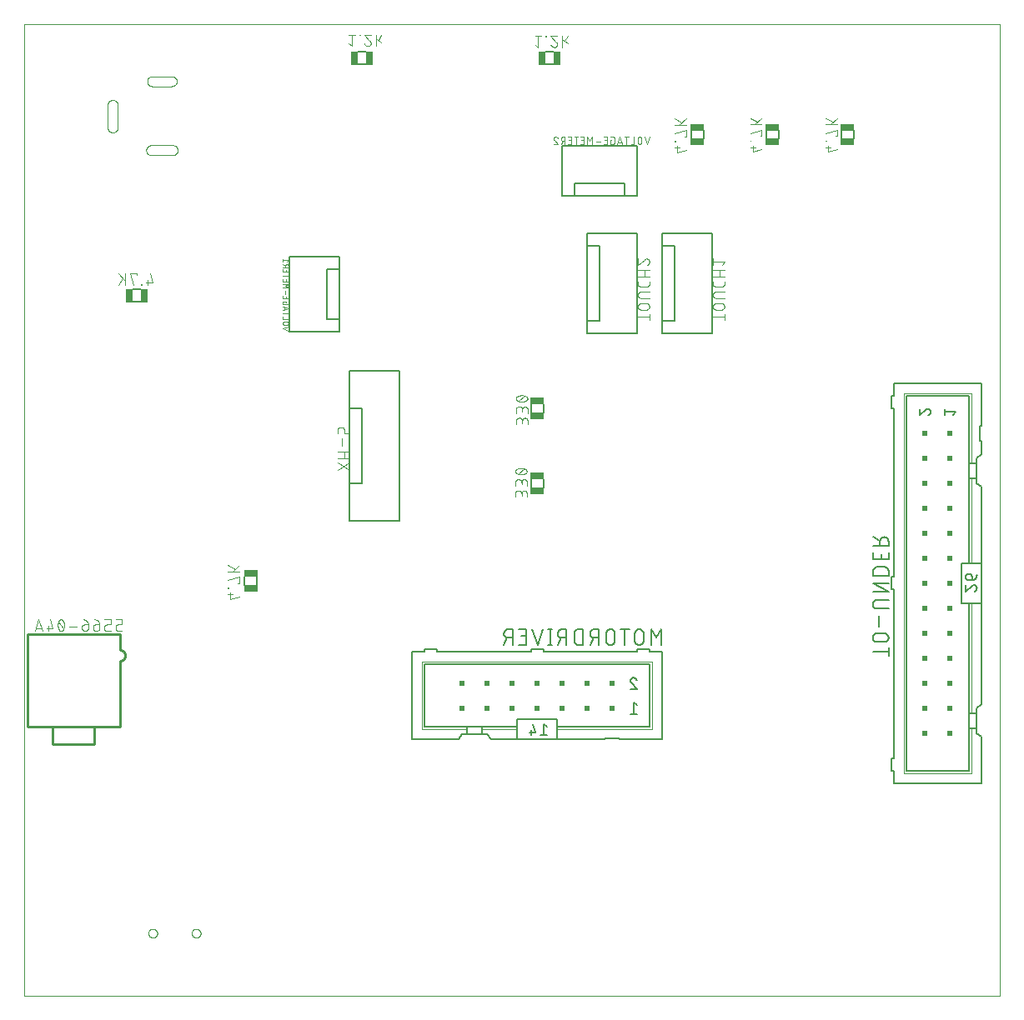
<source format=gbo>
G04 EAGLE Gerber X2 export*
%TF.Part,Single*%
%TF.FileFunction,Other,Silk bottom*%
%TF.FilePolarity,Positive*%
%TF.GenerationSoftware,Autodesk,EAGLE,9.1.1*%
%TF.CreationDate,2018-08-10T13:45:34Z*%
G75*
%MOMM*%
%FSLAX34Y34*%
%LPD*%
%AMOC8*
5,1,8,0,0,1.08239X$1,22.5*%
G01*
%ADD10C,0.000000*%
%ADD11C,0.152400*%
%ADD12R,1.400000X0.650000*%
%ADD13C,0.101600*%
%ADD14C,0.127000*%
%ADD15R,0.650000X1.400000*%
%ADD16C,0.050800*%
%ADD17R,0.508000X0.508000*%
%ADD18C,0.177800*%
%ADD19C,0.076200*%
%ADD20C,0.254000*%


D10*
X0Y12700D02*
X990400Y12700D01*
X990400Y1000000D01*
X0Y1000000D01*
X0Y12700D01*
D11*
X527050Y605500D02*
X527050Y613700D01*
X514350Y613700D02*
X514350Y605500D01*
D12*
X520715Y616914D03*
X520715Y602182D03*
D13*
X499110Y596590D02*
X499110Y593344D01*
X499110Y596590D02*
X499112Y596703D01*
X499118Y596816D01*
X499128Y596929D01*
X499142Y597042D01*
X499159Y597154D01*
X499181Y597265D01*
X499206Y597375D01*
X499236Y597485D01*
X499269Y597593D01*
X499306Y597700D01*
X499346Y597806D01*
X499391Y597910D01*
X499439Y598013D01*
X499490Y598114D01*
X499545Y598213D01*
X499603Y598310D01*
X499665Y598405D01*
X499730Y598498D01*
X499798Y598588D01*
X499869Y598676D01*
X499944Y598762D01*
X500021Y598845D01*
X500101Y598925D01*
X500184Y599002D01*
X500270Y599077D01*
X500358Y599148D01*
X500448Y599216D01*
X500541Y599281D01*
X500636Y599343D01*
X500733Y599401D01*
X500832Y599456D01*
X500933Y599507D01*
X501036Y599555D01*
X501140Y599600D01*
X501246Y599640D01*
X501353Y599677D01*
X501461Y599710D01*
X501571Y599740D01*
X501681Y599765D01*
X501792Y599787D01*
X501904Y599804D01*
X502017Y599818D01*
X502130Y599828D01*
X502243Y599834D01*
X502356Y599836D01*
X502469Y599834D01*
X502582Y599828D01*
X502695Y599818D01*
X502808Y599804D01*
X502920Y599787D01*
X503031Y599765D01*
X503141Y599740D01*
X503251Y599710D01*
X503359Y599677D01*
X503466Y599640D01*
X503572Y599600D01*
X503676Y599555D01*
X503779Y599507D01*
X503880Y599456D01*
X503979Y599401D01*
X504076Y599343D01*
X504171Y599281D01*
X504264Y599216D01*
X504354Y599148D01*
X504442Y599077D01*
X504528Y599002D01*
X504611Y598925D01*
X504691Y598845D01*
X504768Y598762D01*
X504843Y598676D01*
X504914Y598588D01*
X504982Y598498D01*
X505047Y598405D01*
X505109Y598310D01*
X505167Y598213D01*
X505222Y598114D01*
X505273Y598013D01*
X505321Y597910D01*
X505366Y597806D01*
X505406Y597700D01*
X505443Y597593D01*
X505476Y597485D01*
X505506Y597375D01*
X505531Y597265D01*
X505553Y597154D01*
X505570Y597042D01*
X505584Y596929D01*
X505594Y596816D01*
X505600Y596703D01*
X505602Y596590D01*
X510794Y597239D02*
X510794Y593344D01*
X510794Y597239D02*
X510792Y597340D01*
X510786Y597440D01*
X510776Y597540D01*
X510763Y597640D01*
X510745Y597739D01*
X510724Y597838D01*
X510699Y597935D01*
X510670Y598032D01*
X510637Y598127D01*
X510601Y598221D01*
X510561Y598313D01*
X510518Y598404D01*
X510471Y598493D01*
X510421Y598580D01*
X510367Y598666D01*
X510310Y598749D01*
X510250Y598829D01*
X510187Y598908D01*
X510120Y598984D01*
X510051Y599057D01*
X509979Y599127D01*
X509905Y599195D01*
X509828Y599260D01*
X509748Y599321D01*
X509666Y599380D01*
X509582Y599435D01*
X509496Y599487D01*
X509408Y599536D01*
X509318Y599581D01*
X509226Y599623D01*
X509133Y599661D01*
X509038Y599695D01*
X508943Y599726D01*
X508846Y599753D01*
X508748Y599776D01*
X508649Y599796D01*
X508549Y599811D01*
X508449Y599823D01*
X508349Y599831D01*
X508248Y599835D01*
X508148Y599835D01*
X508047Y599831D01*
X507947Y599823D01*
X507847Y599811D01*
X507747Y599796D01*
X507648Y599776D01*
X507550Y599753D01*
X507453Y599726D01*
X507358Y599695D01*
X507263Y599661D01*
X507170Y599623D01*
X507078Y599581D01*
X506988Y599536D01*
X506900Y599487D01*
X506814Y599435D01*
X506730Y599380D01*
X506648Y599321D01*
X506568Y599260D01*
X506491Y599195D01*
X506417Y599127D01*
X506345Y599057D01*
X506276Y598984D01*
X506209Y598908D01*
X506146Y598829D01*
X506086Y598749D01*
X506029Y598666D01*
X505975Y598580D01*
X505925Y598493D01*
X505878Y598404D01*
X505835Y598313D01*
X505795Y598221D01*
X505759Y598127D01*
X505726Y598032D01*
X505697Y597935D01*
X505672Y597838D01*
X505651Y597739D01*
X505633Y597640D01*
X505620Y597540D01*
X505610Y597440D01*
X505604Y597340D01*
X505602Y597239D01*
X505601Y597239D02*
X505601Y594642D01*
X499110Y604774D02*
X499110Y608020D01*
X499112Y608133D01*
X499118Y608246D01*
X499128Y608359D01*
X499142Y608472D01*
X499159Y608584D01*
X499181Y608695D01*
X499206Y608805D01*
X499236Y608915D01*
X499269Y609023D01*
X499306Y609130D01*
X499346Y609236D01*
X499391Y609340D01*
X499439Y609443D01*
X499490Y609544D01*
X499545Y609643D01*
X499603Y609740D01*
X499665Y609835D01*
X499730Y609928D01*
X499798Y610018D01*
X499869Y610106D01*
X499944Y610192D01*
X500021Y610275D01*
X500101Y610355D01*
X500184Y610432D01*
X500270Y610507D01*
X500358Y610578D01*
X500448Y610646D01*
X500541Y610711D01*
X500636Y610773D01*
X500733Y610831D01*
X500832Y610886D01*
X500933Y610937D01*
X501036Y610985D01*
X501140Y611030D01*
X501246Y611070D01*
X501353Y611107D01*
X501461Y611140D01*
X501571Y611170D01*
X501681Y611195D01*
X501792Y611217D01*
X501904Y611234D01*
X502017Y611248D01*
X502130Y611258D01*
X502243Y611264D01*
X502356Y611266D01*
X502469Y611264D01*
X502582Y611258D01*
X502695Y611248D01*
X502808Y611234D01*
X502920Y611217D01*
X503031Y611195D01*
X503141Y611170D01*
X503251Y611140D01*
X503359Y611107D01*
X503466Y611070D01*
X503572Y611030D01*
X503676Y610985D01*
X503779Y610937D01*
X503880Y610886D01*
X503979Y610831D01*
X504076Y610773D01*
X504171Y610711D01*
X504264Y610646D01*
X504354Y610578D01*
X504442Y610507D01*
X504528Y610432D01*
X504611Y610355D01*
X504691Y610275D01*
X504768Y610192D01*
X504843Y610106D01*
X504914Y610018D01*
X504982Y609928D01*
X505047Y609835D01*
X505109Y609740D01*
X505167Y609643D01*
X505222Y609544D01*
X505273Y609443D01*
X505321Y609340D01*
X505366Y609236D01*
X505406Y609130D01*
X505443Y609023D01*
X505476Y608915D01*
X505506Y608805D01*
X505531Y608695D01*
X505553Y608584D01*
X505570Y608472D01*
X505584Y608359D01*
X505594Y608246D01*
X505600Y608133D01*
X505602Y608020D01*
X510794Y608669D02*
X510794Y604774D01*
X510794Y608669D02*
X510792Y608770D01*
X510786Y608870D01*
X510776Y608970D01*
X510763Y609070D01*
X510745Y609169D01*
X510724Y609268D01*
X510699Y609365D01*
X510670Y609462D01*
X510637Y609557D01*
X510601Y609651D01*
X510561Y609743D01*
X510518Y609834D01*
X510471Y609923D01*
X510421Y610010D01*
X510367Y610096D01*
X510310Y610179D01*
X510250Y610259D01*
X510187Y610338D01*
X510120Y610414D01*
X510051Y610487D01*
X509979Y610557D01*
X509905Y610625D01*
X509828Y610690D01*
X509748Y610751D01*
X509666Y610810D01*
X509582Y610865D01*
X509496Y610917D01*
X509408Y610966D01*
X509318Y611011D01*
X509226Y611053D01*
X509133Y611091D01*
X509038Y611125D01*
X508943Y611156D01*
X508846Y611183D01*
X508748Y611206D01*
X508649Y611226D01*
X508549Y611241D01*
X508449Y611253D01*
X508349Y611261D01*
X508248Y611265D01*
X508148Y611265D01*
X508047Y611261D01*
X507947Y611253D01*
X507847Y611241D01*
X507747Y611226D01*
X507648Y611206D01*
X507550Y611183D01*
X507453Y611156D01*
X507358Y611125D01*
X507263Y611091D01*
X507170Y611053D01*
X507078Y611011D01*
X506988Y610966D01*
X506900Y610917D01*
X506814Y610865D01*
X506730Y610810D01*
X506648Y610751D01*
X506568Y610690D01*
X506491Y610625D01*
X506417Y610557D01*
X506345Y610487D01*
X506276Y610414D01*
X506209Y610338D01*
X506146Y610259D01*
X506086Y610179D01*
X506029Y610096D01*
X505975Y610010D01*
X505925Y609923D01*
X505878Y609834D01*
X505835Y609743D01*
X505795Y609651D01*
X505759Y609557D01*
X505726Y609462D01*
X505697Y609365D01*
X505672Y609268D01*
X505651Y609169D01*
X505633Y609070D01*
X505620Y608970D01*
X505610Y608870D01*
X505604Y608770D01*
X505602Y608669D01*
X505601Y608669D02*
X505601Y606072D01*
X504952Y616204D02*
X505182Y616207D01*
X505412Y616215D01*
X505641Y616229D01*
X505870Y616248D01*
X506099Y616273D01*
X506326Y616303D01*
X506554Y616338D01*
X506780Y616379D01*
X507005Y616425D01*
X507229Y616477D01*
X507451Y616534D01*
X507673Y616596D01*
X507892Y616664D01*
X508110Y616737D01*
X508327Y616815D01*
X508541Y616898D01*
X508753Y616986D01*
X508963Y617079D01*
X509171Y617178D01*
X509171Y617177D02*
X509261Y617210D01*
X509350Y617246D01*
X509438Y617286D01*
X509523Y617330D01*
X509607Y617377D01*
X509689Y617427D01*
X509769Y617481D01*
X509846Y617537D01*
X509922Y617597D01*
X509995Y617660D01*
X510065Y617725D01*
X510133Y617794D01*
X510197Y617865D01*
X510259Y617938D01*
X510318Y618014D01*
X510374Y618092D01*
X510427Y618173D01*
X510476Y618255D01*
X510522Y618339D01*
X510565Y618426D01*
X510604Y618513D01*
X510640Y618603D01*
X510672Y618693D01*
X510700Y618785D01*
X510725Y618878D01*
X510746Y618972D01*
X510763Y619066D01*
X510777Y619161D01*
X510786Y619257D01*
X510792Y619353D01*
X510794Y619449D01*
X510792Y619545D01*
X510786Y619641D01*
X510777Y619737D01*
X510763Y619832D01*
X510746Y619926D01*
X510725Y620020D01*
X510700Y620113D01*
X510672Y620205D01*
X510640Y620295D01*
X510604Y620385D01*
X510565Y620472D01*
X510522Y620559D01*
X510476Y620643D01*
X510427Y620725D01*
X510374Y620806D01*
X510318Y620884D01*
X510259Y620960D01*
X510197Y621033D01*
X510133Y621104D01*
X510065Y621173D01*
X509995Y621238D01*
X509922Y621301D01*
X509846Y621361D01*
X509769Y621417D01*
X509689Y621471D01*
X509607Y621521D01*
X509523Y621568D01*
X509438Y621612D01*
X509350Y621652D01*
X509261Y621688D01*
X509171Y621721D01*
X509171Y621722D02*
X508964Y621821D01*
X508754Y621914D01*
X508541Y622002D01*
X508327Y622085D01*
X508111Y622163D01*
X507893Y622236D01*
X507673Y622304D01*
X507452Y622366D01*
X507229Y622423D01*
X507005Y622475D01*
X506780Y622521D01*
X506554Y622562D01*
X506327Y622597D01*
X506099Y622627D01*
X505870Y622652D01*
X505641Y622671D01*
X505412Y622685D01*
X505182Y622693D01*
X504952Y622696D01*
X504952Y616204D02*
X504722Y616207D01*
X504492Y616215D01*
X504263Y616229D01*
X504034Y616248D01*
X503805Y616273D01*
X503577Y616303D01*
X503350Y616338D01*
X503124Y616379D01*
X502899Y616425D01*
X502675Y616477D01*
X502452Y616534D01*
X502231Y616596D01*
X502011Y616664D01*
X501793Y616737D01*
X501577Y616815D01*
X501363Y616898D01*
X501151Y616986D01*
X500940Y617079D01*
X500733Y617178D01*
X500733Y617177D02*
X500643Y617210D01*
X500554Y617246D01*
X500466Y617287D01*
X500381Y617330D01*
X500297Y617377D01*
X500215Y617427D01*
X500135Y617481D01*
X500058Y617537D01*
X499982Y617597D01*
X499909Y617660D01*
X499839Y617725D01*
X499771Y617794D01*
X499707Y617865D01*
X499645Y617938D01*
X499586Y618014D01*
X499530Y618092D01*
X499477Y618173D01*
X499428Y618255D01*
X499382Y618339D01*
X499339Y618426D01*
X499300Y618513D01*
X499264Y618603D01*
X499232Y618693D01*
X499204Y618785D01*
X499179Y618878D01*
X499158Y618972D01*
X499141Y619066D01*
X499127Y619161D01*
X499118Y619257D01*
X499112Y619353D01*
X499110Y619449D01*
X500733Y621721D02*
X500940Y621820D01*
X501151Y621913D01*
X501363Y622001D01*
X501577Y622084D01*
X501793Y622162D01*
X502011Y622235D01*
X502231Y622303D01*
X502452Y622365D01*
X502675Y622422D01*
X502899Y622474D01*
X503124Y622520D01*
X503350Y622561D01*
X503577Y622596D01*
X503805Y622626D01*
X504034Y622651D01*
X504263Y622670D01*
X504492Y622684D01*
X504722Y622692D01*
X504952Y622695D01*
X500733Y621721D02*
X500643Y621688D01*
X500554Y621652D01*
X500466Y621612D01*
X500381Y621568D01*
X500297Y621521D01*
X500215Y621471D01*
X500135Y621417D01*
X500058Y621361D01*
X499982Y621301D01*
X499909Y621238D01*
X499839Y621173D01*
X499771Y621104D01*
X499707Y621033D01*
X499645Y620960D01*
X499586Y620884D01*
X499530Y620806D01*
X499477Y620725D01*
X499428Y620643D01*
X499382Y620559D01*
X499339Y620472D01*
X499300Y620385D01*
X499264Y620295D01*
X499232Y620205D01*
X499204Y620113D01*
X499179Y620020D01*
X499158Y619926D01*
X499141Y619832D01*
X499127Y619737D01*
X499118Y619641D01*
X499112Y619545D01*
X499110Y619449D01*
X501706Y616853D02*
X508198Y622046D01*
D11*
X527050Y537500D02*
X527050Y529300D01*
X514350Y529300D02*
X514350Y537500D01*
D12*
X520715Y540714D03*
X520715Y525982D03*
D13*
X498348Y522676D02*
X498348Y519430D01*
X498348Y522676D02*
X498350Y522789D01*
X498356Y522902D01*
X498366Y523015D01*
X498380Y523128D01*
X498397Y523240D01*
X498419Y523351D01*
X498444Y523461D01*
X498474Y523571D01*
X498507Y523679D01*
X498544Y523786D01*
X498584Y523892D01*
X498629Y523996D01*
X498677Y524099D01*
X498728Y524200D01*
X498783Y524299D01*
X498841Y524396D01*
X498903Y524491D01*
X498968Y524584D01*
X499036Y524674D01*
X499107Y524762D01*
X499182Y524848D01*
X499259Y524931D01*
X499339Y525011D01*
X499422Y525088D01*
X499508Y525163D01*
X499596Y525234D01*
X499686Y525302D01*
X499779Y525367D01*
X499874Y525429D01*
X499971Y525487D01*
X500070Y525542D01*
X500171Y525593D01*
X500274Y525641D01*
X500378Y525686D01*
X500484Y525726D01*
X500591Y525763D01*
X500699Y525796D01*
X500809Y525826D01*
X500919Y525851D01*
X501030Y525873D01*
X501142Y525890D01*
X501255Y525904D01*
X501368Y525914D01*
X501481Y525920D01*
X501594Y525922D01*
X501707Y525920D01*
X501820Y525914D01*
X501933Y525904D01*
X502046Y525890D01*
X502158Y525873D01*
X502269Y525851D01*
X502379Y525826D01*
X502489Y525796D01*
X502597Y525763D01*
X502704Y525726D01*
X502810Y525686D01*
X502914Y525641D01*
X503017Y525593D01*
X503118Y525542D01*
X503217Y525487D01*
X503314Y525429D01*
X503409Y525367D01*
X503502Y525302D01*
X503592Y525234D01*
X503680Y525163D01*
X503766Y525088D01*
X503849Y525011D01*
X503929Y524931D01*
X504006Y524848D01*
X504081Y524762D01*
X504152Y524674D01*
X504220Y524584D01*
X504285Y524491D01*
X504347Y524396D01*
X504405Y524299D01*
X504460Y524200D01*
X504511Y524099D01*
X504559Y523996D01*
X504604Y523892D01*
X504644Y523786D01*
X504681Y523679D01*
X504714Y523571D01*
X504744Y523461D01*
X504769Y523351D01*
X504791Y523240D01*
X504808Y523128D01*
X504822Y523015D01*
X504832Y522902D01*
X504838Y522789D01*
X504840Y522676D01*
X510032Y523325D02*
X510032Y519430D01*
X510032Y523325D02*
X510030Y523426D01*
X510024Y523526D01*
X510014Y523626D01*
X510001Y523726D01*
X509983Y523825D01*
X509962Y523924D01*
X509937Y524021D01*
X509908Y524118D01*
X509875Y524213D01*
X509839Y524307D01*
X509799Y524399D01*
X509756Y524490D01*
X509709Y524579D01*
X509659Y524666D01*
X509605Y524752D01*
X509548Y524835D01*
X509488Y524915D01*
X509425Y524994D01*
X509358Y525070D01*
X509289Y525143D01*
X509217Y525213D01*
X509143Y525281D01*
X509066Y525346D01*
X508986Y525407D01*
X508904Y525466D01*
X508820Y525521D01*
X508734Y525573D01*
X508646Y525622D01*
X508556Y525667D01*
X508464Y525709D01*
X508371Y525747D01*
X508276Y525781D01*
X508181Y525812D01*
X508084Y525839D01*
X507986Y525862D01*
X507887Y525882D01*
X507787Y525897D01*
X507687Y525909D01*
X507587Y525917D01*
X507486Y525921D01*
X507386Y525921D01*
X507285Y525917D01*
X507185Y525909D01*
X507085Y525897D01*
X506985Y525882D01*
X506886Y525862D01*
X506788Y525839D01*
X506691Y525812D01*
X506596Y525781D01*
X506501Y525747D01*
X506408Y525709D01*
X506316Y525667D01*
X506226Y525622D01*
X506138Y525573D01*
X506052Y525521D01*
X505968Y525466D01*
X505886Y525407D01*
X505806Y525346D01*
X505729Y525281D01*
X505655Y525213D01*
X505583Y525143D01*
X505514Y525070D01*
X505447Y524994D01*
X505384Y524915D01*
X505324Y524835D01*
X505267Y524752D01*
X505213Y524666D01*
X505163Y524579D01*
X505116Y524490D01*
X505073Y524399D01*
X505033Y524307D01*
X504997Y524213D01*
X504964Y524118D01*
X504935Y524021D01*
X504910Y523924D01*
X504889Y523825D01*
X504871Y523726D01*
X504858Y523626D01*
X504848Y523526D01*
X504842Y523426D01*
X504840Y523325D01*
X504839Y523325D02*
X504839Y520728D01*
X498348Y530860D02*
X498348Y534106D01*
X498350Y534219D01*
X498356Y534332D01*
X498366Y534445D01*
X498380Y534558D01*
X498397Y534670D01*
X498419Y534781D01*
X498444Y534891D01*
X498474Y535001D01*
X498507Y535109D01*
X498544Y535216D01*
X498584Y535322D01*
X498629Y535426D01*
X498677Y535529D01*
X498728Y535630D01*
X498783Y535729D01*
X498841Y535826D01*
X498903Y535921D01*
X498968Y536014D01*
X499036Y536104D01*
X499107Y536192D01*
X499182Y536278D01*
X499259Y536361D01*
X499339Y536441D01*
X499422Y536518D01*
X499508Y536593D01*
X499596Y536664D01*
X499686Y536732D01*
X499779Y536797D01*
X499874Y536859D01*
X499971Y536917D01*
X500070Y536972D01*
X500171Y537023D01*
X500274Y537071D01*
X500378Y537116D01*
X500484Y537156D01*
X500591Y537193D01*
X500699Y537226D01*
X500809Y537256D01*
X500919Y537281D01*
X501030Y537303D01*
X501142Y537320D01*
X501255Y537334D01*
X501368Y537344D01*
X501481Y537350D01*
X501594Y537352D01*
X501707Y537350D01*
X501820Y537344D01*
X501933Y537334D01*
X502046Y537320D01*
X502158Y537303D01*
X502269Y537281D01*
X502379Y537256D01*
X502489Y537226D01*
X502597Y537193D01*
X502704Y537156D01*
X502810Y537116D01*
X502914Y537071D01*
X503017Y537023D01*
X503118Y536972D01*
X503217Y536917D01*
X503314Y536859D01*
X503409Y536797D01*
X503502Y536732D01*
X503592Y536664D01*
X503680Y536593D01*
X503766Y536518D01*
X503849Y536441D01*
X503929Y536361D01*
X504006Y536278D01*
X504081Y536192D01*
X504152Y536104D01*
X504220Y536014D01*
X504285Y535921D01*
X504347Y535826D01*
X504405Y535729D01*
X504460Y535630D01*
X504511Y535529D01*
X504559Y535426D01*
X504604Y535322D01*
X504644Y535216D01*
X504681Y535109D01*
X504714Y535001D01*
X504744Y534891D01*
X504769Y534781D01*
X504791Y534670D01*
X504808Y534558D01*
X504822Y534445D01*
X504832Y534332D01*
X504838Y534219D01*
X504840Y534106D01*
X510032Y534755D02*
X510032Y530860D01*
X510032Y534755D02*
X510030Y534856D01*
X510024Y534956D01*
X510014Y535056D01*
X510001Y535156D01*
X509983Y535255D01*
X509962Y535354D01*
X509937Y535451D01*
X509908Y535548D01*
X509875Y535643D01*
X509839Y535737D01*
X509799Y535829D01*
X509756Y535920D01*
X509709Y536009D01*
X509659Y536096D01*
X509605Y536182D01*
X509548Y536265D01*
X509488Y536345D01*
X509425Y536424D01*
X509358Y536500D01*
X509289Y536573D01*
X509217Y536643D01*
X509143Y536711D01*
X509066Y536776D01*
X508986Y536837D01*
X508904Y536896D01*
X508820Y536951D01*
X508734Y537003D01*
X508646Y537052D01*
X508556Y537097D01*
X508464Y537139D01*
X508371Y537177D01*
X508276Y537211D01*
X508181Y537242D01*
X508084Y537269D01*
X507986Y537292D01*
X507887Y537312D01*
X507787Y537327D01*
X507687Y537339D01*
X507587Y537347D01*
X507486Y537351D01*
X507386Y537351D01*
X507285Y537347D01*
X507185Y537339D01*
X507085Y537327D01*
X506985Y537312D01*
X506886Y537292D01*
X506788Y537269D01*
X506691Y537242D01*
X506596Y537211D01*
X506501Y537177D01*
X506408Y537139D01*
X506316Y537097D01*
X506226Y537052D01*
X506138Y537003D01*
X506052Y536951D01*
X505968Y536896D01*
X505886Y536837D01*
X505806Y536776D01*
X505729Y536711D01*
X505655Y536643D01*
X505583Y536573D01*
X505514Y536500D01*
X505447Y536424D01*
X505384Y536345D01*
X505324Y536265D01*
X505267Y536182D01*
X505213Y536096D01*
X505163Y536009D01*
X505116Y535920D01*
X505073Y535829D01*
X505033Y535737D01*
X504997Y535643D01*
X504964Y535548D01*
X504935Y535451D01*
X504910Y535354D01*
X504889Y535255D01*
X504871Y535156D01*
X504858Y535056D01*
X504848Y534956D01*
X504842Y534856D01*
X504840Y534755D01*
X504839Y534755D02*
X504839Y532158D01*
X504190Y542290D02*
X504420Y542293D01*
X504650Y542301D01*
X504879Y542315D01*
X505108Y542334D01*
X505337Y542359D01*
X505564Y542389D01*
X505792Y542424D01*
X506018Y542465D01*
X506243Y542511D01*
X506467Y542563D01*
X506689Y542620D01*
X506911Y542682D01*
X507130Y542750D01*
X507348Y542823D01*
X507565Y542901D01*
X507779Y542984D01*
X507991Y543072D01*
X508201Y543165D01*
X508409Y543264D01*
X508409Y543263D02*
X508499Y543296D01*
X508588Y543332D01*
X508676Y543372D01*
X508761Y543416D01*
X508845Y543463D01*
X508927Y543513D01*
X509007Y543567D01*
X509084Y543623D01*
X509160Y543683D01*
X509233Y543746D01*
X509303Y543811D01*
X509371Y543880D01*
X509435Y543951D01*
X509497Y544024D01*
X509556Y544100D01*
X509612Y544178D01*
X509665Y544259D01*
X509714Y544341D01*
X509760Y544425D01*
X509803Y544512D01*
X509842Y544599D01*
X509878Y544689D01*
X509910Y544779D01*
X509938Y544871D01*
X509963Y544964D01*
X509984Y545058D01*
X510001Y545152D01*
X510015Y545247D01*
X510024Y545343D01*
X510030Y545439D01*
X510032Y545535D01*
X510030Y545631D01*
X510024Y545727D01*
X510015Y545823D01*
X510001Y545918D01*
X509984Y546012D01*
X509963Y546106D01*
X509938Y546199D01*
X509910Y546291D01*
X509878Y546381D01*
X509842Y546471D01*
X509803Y546558D01*
X509760Y546645D01*
X509714Y546729D01*
X509665Y546811D01*
X509612Y546892D01*
X509556Y546970D01*
X509497Y547046D01*
X509435Y547119D01*
X509371Y547190D01*
X509303Y547259D01*
X509233Y547324D01*
X509160Y547387D01*
X509084Y547447D01*
X509007Y547503D01*
X508927Y547557D01*
X508845Y547607D01*
X508761Y547654D01*
X508676Y547698D01*
X508588Y547738D01*
X508499Y547774D01*
X508409Y547807D01*
X508409Y547808D02*
X508202Y547907D01*
X507992Y548000D01*
X507779Y548088D01*
X507565Y548171D01*
X507349Y548249D01*
X507131Y548322D01*
X506911Y548390D01*
X506690Y548452D01*
X506467Y548509D01*
X506243Y548561D01*
X506018Y548607D01*
X505792Y548648D01*
X505565Y548683D01*
X505337Y548713D01*
X505108Y548738D01*
X504879Y548757D01*
X504650Y548771D01*
X504420Y548779D01*
X504190Y548782D01*
X504190Y542290D02*
X503960Y542293D01*
X503730Y542301D01*
X503501Y542315D01*
X503272Y542334D01*
X503043Y542359D01*
X502815Y542389D01*
X502588Y542424D01*
X502362Y542465D01*
X502137Y542511D01*
X501913Y542563D01*
X501690Y542620D01*
X501469Y542682D01*
X501249Y542750D01*
X501031Y542823D01*
X500815Y542901D01*
X500601Y542984D01*
X500389Y543072D01*
X500178Y543165D01*
X499971Y543264D01*
X499971Y543263D02*
X499881Y543296D01*
X499792Y543332D01*
X499704Y543373D01*
X499619Y543416D01*
X499535Y543463D01*
X499453Y543513D01*
X499373Y543567D01*
X499296Y543623D01*
X499220Y543683D01*
X499147Y543746D01*
X499077Y543811D01*
X499009Y543880D01*
X498945Y543951D01*
X498883Y544024D01*
X498824Y544100D01*
X498768Y544178D01*
X498715Y544259D01*
X498666Y544341D01*
X498620Y544425D01*
X498577Y544512D01*
X498538Y544599D01*
X498502Y544689D01*
X498470Y544779D01*
X498442Y544871D01*
X498417Y544964D01*
X498396Y545058D01*
X498379Y545152D01*
X498365Y545247D01*
X498356Y545343D01*
X498350Y545439D01*
X498348Y545535D01*
X499971Y547807D02*
X500178Y547906D01*
X500389Y547999D01*
X500601Y548087D01*
X500815Y548170D01*
X501031Y548248D01*
X501249Y548321D01*
X501469Y548389D01*
X501690Y548451D01*
X501913Y548508D01*
X502137Y548560D01*
X502362Y548606D01*
X502588Y548647D01*
X502815Y548682D01*
X503043Y548712D01*
X503272Y548737D01*
X503501Y548756D01*
X503730Y548770D01*
X503960Y548778D01*
X504190Y548781D01*
X499971Y547807D02*
X499881Y547774D01*
X499792Y547738D01*
X499704Y547698D01*
X499619Y547654D01*
X499535Y547607D01*
X499453Y547557D01*
X499373Y547503D01*
X499296Y547447D01*
X499220Y547387D01*
X499147Y547324D01*
X499077Y547259D01*
X499009Y547190D01*
X498945Y547119D01*
X498883Y547046D01*
X498824Y546970D01*
X498768Y546892D01*
X498715Y546811D01*
X498666Y546729D01*
X498620Y546645D01*
X498577Y546558D01*
X498538Y546471D01*
X498502Y546381D01*
X498470Y546291D01*
X498442Y546199D01*
X498417Y546106D01*
X498396Y546012D01*
X498379Y545918D01*
X498365Y545823D01*
X498356Y545727D01*
X498350Y545631D01*
X498348Y545535D01*
X500944Y542939D02*
X507436Y548132D01*
D10*
X125900Y76200D02*
X125902Y76334D01*
X125908Y76468D01*
X125918Y76601D01*
X125932Y76735D01*
X125950Y76868D01*
X125972Y77000D01*
X125997Y77131D01*
X126027Y77262D01*
X126061Y77392D01*
X126098Y77520D01*
X126139Y77648D01*
X126184Y77774D01*
X126233Y77899D01*
X126285Y78022D01*
X126341Y78144D01*
X126401Y78264D01*
X126464Y78382D01*
X126531Y78498D01*
X126601Y78612D01*
X126675Y78724D01*
X126752Y78834D01*
X126832Y78942D01*
X126915Y79047D01*
X127001Y79149D01*
X127090Y79249D01*
X127183Y79346D01*
X127278Y79441D01*
X127376Y79532D01*
X127476Y79621D01*
X127579Y79706D01*
X127685Y79789D01*
X127793Y79868D01*
X127903Y79944D01*
X128016Y80017D01*
X128131Y80086D01*
X128247Y80152D01*
X128366Y80214D01*
X128486Y80273D01*
X128609Y80328D01*
X128732Y80380D01*
X128857Y80427D01*
X128984Y80471D01*
X129112Y80512D01*
X129241Y80548D01*
X129371Y80581D01*
X129502Y80609D01*
X129633Y80634D01*
X129766Y80655D01*
X129899Y80672D01*
X130032Y80685D01*
X130166Y80694D01*
X130300Y80699D01*
X130434Y80700D01*
X130567Y80697D01*
X130701Y80690D01*
X130835Y80679D01*
X130968Y80664D01*
X131101Y80645D01*
X131233Y80622D01*
X131364Y80596D01*
X131494Y80565D01*
X131624Y80530D01*
X131752Y80492D01*
X131879Y80450D01*
X132005Y80404D01*
X132130Y80354D01*
X132253Y80301D01*
X132374Y80244D01*
X132494Y80183D01*
X132611Y80119D01*
X132727Y80052D01*
X132841Y79981D01*
X132952Y79906D01*
X133061Y79829D01*
X133168Y79748D01*
X133273Y79664D01*
X133374Y79577D01*
X133474Y79487D01*
X133570Y79394D01*
X133664Y79298D01*
X133755Y79199D01*
X133842Y79098D01*
X133927Y78994D01*
X134009Y78888D01*
X134087Y78780D01*
X134162Y78669D01*
X134234Y78556D01*
X134303Y78440D01*
X134368Y78323D01*
X134429Y78204D01*
X134487Y78083D01*
X134541Y77961D01*
X134592Y77837D01*
X134639Y77711D01*
X134682Y77584D01*
X134721Y77456D01*
X134757Y77327D01*
X134788Y77197D01*
X134816Y77066D01*
X134840Y76934D01*
X134860Y76801D01*
X134876Y76668D01*
X134888Y76535D01*
X134896Y76401D01*
X134900Y76267D01*
X134900Y76133D01*
X134896Y75999D01*
X134888Y75865D01*
X134876Y75732D01*
X134860Y75599D01*
X134840Y75466D01*
X134816Y75334D01*
X134788Y75203D01*
X134757Y75073D01*
X134721Y74944D01*
X134682Y74816D01*
X134639Y74689D01*
X134592Y74563D01*
X134541Y74439D01*
X134487Y74317D01*
X134429Y74196D01*
X134368Y74077D01*
X134303Y73960D01*
X134234Y73844D01*
X134162Y73731D01*
X134087Y73620D01*
X134009Y73512D01*
X133927Y73406D01*
X133842Y73302D01*
X133755Y73201D01*
X133664Y73102D01*
X133570Y73006D01*
X133474Y72913D01*
X133374Y72823D01*
X133273Y72736D01*
X133168Y72652D01*
X133061Y72571D01*
X132952Y72494D01*
X132841Y72419D01*
X132727Y72348D01*
X132611Y72281D01*
X132494Y72217D01*
X132374Y72156D01*
X132253Y72099D01*
X132130Y72046D01*
X132005Y71996D01*
X131879Y71950D01*
X131752Y71908D01*
X131624Y71870D01*
X131494Y71835D01*
X131364Y71804D01*
X131233Y71778D01*
X131101Y71755D01*
X130968Y71736D01*
X130835Y71721D01*
X130701Y71710D01*
X130567Y71703D01*
X130434Y71700D01*
X130300Y71701D01*
X130166Y71706D01*
X130032Y71715D01*
X129899Y71728D01*
X129766Y71745D01*
X129633Y71766D01*
X129502Y71791D01*
X129371Y71819D01*
X129241Y71852D01*
X129112Y71888D01*
X128984Y71929D01*
X128857Y71973D01*
X128732Y72020D01*
X128609Y72072D01*
X128486Y72127D01*
X128366Y72186D01*
X128247Y72248D01*
X128131Y72314D01*
X128016Y72383D01*
X127903Y72456D01*
X127793Y72532D01*
X127685Y72611D01*
X127579Y72694D01*
X127476Y72779D01*
X127376Y72868D01*
X127278Y72959D01*
X127183Y73054D01*
X127090Y73151D01*
X127001Y73251D01*
X126915Y73353D01*
X126832Y73458D01*
X126752Y73566D01*
X126675Y73676D01*
X126601Y73788D01*
X126531Y73902D01*
X126464Y74018D01*
X126401Y74136D01*
X126341Y74256D01*
X126285Y74378D01*
X126233Y74501D01*
X126184Y74626D01*
X126139Y74752D01*
X126098Y74880D01*
X126061Y75008D01*
X126027Y75138D01*
X125997Y75269D01*
X125972Y75400D01*
X125950Y75532D01*
X125932Y75665D01*
X125918Y75799D01*
X125908Y75932D01*
X125902Y76066D01*
X125900Y76200D01*
X169900Y76200D02*
X169902Y76334D01*
X169908Y76468D01*
X169918Y76601D01*
X169932Y76735D01*
X169950Y76868D01*
X169972Y77000D01*
X169997Y77131D01*
X170027Y77262D01*
X170061Y77392D01*
X170098Y77520D01*
X170139Y77648D01*
X170184Y77774D01*
X170233Y77899D01*
X170285Y78022D01*
X170341Y78144D01*
X170401Y78264D01*
X170464Y78382D01*
X170531Y78498D01*
X170601Y78612D01*
X170675Y78724D01*
X170752Y78834D01*
X170832Y78942D01*
X170915Y79047D01*
X171001Y79149D01*
X171090Y79249D01*
X171183Y79346D01*
X171278Y79441D01*
X171376Y79532D01*
X171476Y79621D01*
X171579Y79706D01*
X171685Y79789D01*
X171793Y79868D01*
X171903Y79944D01*
X172016Y80017D01*
X172131Y80086D01*
X172247Y80152D01*
X172366Y80214D01*
X172486Y80273D01*
X172609Y80328D01*
X172732Y80380D01*
X172857Y80427D01*
X172984Y80471D01*
X173112Y80512D01*
X173241Y80548D01*
X173371Y80581D01*
X173502Y80609D01*
X173633Y80634D01*
X173766Y80655D01*
X173899Y80672D01*
X174032Y80685D01*
X174166Y80694D01*
X174300Y80699D01*
X174434Y80700D01*
X174567Y80697D01*
X174701Y80690D01*
X174835Y80679D01*
X174968Y80664D01*
X175101Y80645D01*
X175233Y80622D01*
X175364Y80596D01*
X175494Y80565D01*
X175624Y80530D01*
X175752Y80492D01*
X175879Y80450D01*
X176005Y80404D01*
X176130Y80354D01*
X176253Y80301D01*
X176374Y80244D01*
X176494Y80183D01*
X176611Y80119D01*
X176727Y80052D01*
X176841Y79981D01*
X176952Y79906D01*
X177061Y79829D01*
X177168Y79748D01*
X177273Y79664D01*
X177374Y79577D01*
X177474Y79487D01*
X177570Y79394D01*
X177664Y79298D01*
X177755Y79199D01*
X177842Y79098D01*
X177927Y78994D01*
X178009Y78888D01*
X178087Y78780D01*
X178162Y78669D01*
X178234Y78556D01*
X178303Y78440D01*
X178368Y78323D01*
X178429Y78204D01*
X178487Y78083D01*
X178541Y77961D01*
X178592Y77837D01*
X178639Y77711D01*
X178682Y77584D01*
X178721Y77456D01*
X178757Y77327D01*
X178788Y77197D01*
X178816Y77066D01*
X178840Y76934D01*
X178860Y76801D01*
X178876Y76668D01*
X178888Y76535D01*
X178896Y76401D01*
X178900Y76267D01*
X178900Y76133D01*
X178896Y75999D01*
X178888Y75865D01*
X178876Y75732D01*
X178860Y75599D01*
X178840Y75466D01*
X178816Y75334D01*
X178788Y75203D01*
X178757Y75073D01*
X178721Y74944D01*
X178682Y74816D01*
X178639Y74689D01*
X178592Y74563D01*
X178541Y74439D01*
X178487Y74317D01*
X178429Y74196D01*
X178368Y74077D01*
X178303Y73960D01*
X178234Y73844D01*
X178162Y73731D01*
X178087Y73620D01*
X178009Y73512D01*
X177927Y73406D01*
X177842Y73302D01*
X177755Y73201D01*
X177664Y73102D01*
X177570Y73006D01*
X177474Y72913D01*
X177374Y72823D01*
X177273Y72736D01*
X177168Y72652D01*
X177061Y72571D01*
X176952Y72494D01*
X176841Y72419D01*
X176727Y72348D01*
X176611Y72281D01*
X176494Y72217D01*
X176374Y72156D01*
X176253Y72099D01*
X176130Y72046D01*
X176005Y71996D01*
X175879Y71950D01*
X175752Y71908D01*
X175624Y71870D01*
X175494Y71835D01*
X175364Y71804D01*
X175233Y71778D01*
X175101Y71755D01*
X174968Y71736D01*
X174835Y71721D01*
X174701Y71710D01*
X174567Y71703D01*
X174434Y71700D01*
X174300Y71701D01*
X174166Y71706D01*
X174032Y71715D01*
X173899Y71728D01*
X173766Y71745D01*
X173633Y71766D01*
X173502Y71791D01*
X173371Y71819D01*
X173241Y71852D01*
X173112Y71888D01*
X172984Y71929D01*
X172857Y71973D01*
X172732Y72020D01*
X172609Y72072D01*
X172486Y72127D01*
X172366Y72186D01*
X172247Y72248D01*
X172131Y72314D01*
X172016Y72383D01*
X171903Y72456D01*
X171793Y72532D01*
X171685Y72611D01*
X171579Y72694D01*
X171476Y72779D01*
X171376Y72868D01*
X171278Y72959D01*
X171183Y73054D01*
X171090Y73151D01*
X171001Y73251D01*
X170915Y73353D01*
X170832Y73458D01*
X170752Y73566D01*
X170675Y73676D01*
X170601Y73788D01*
X170531Y73902D01*
X170464Y74018D01*
X170401Y74136D01*
X170341Y74256D01*
X170285Y74378D01*
X170233Y74501D01*
X170184Y74626D01*
X170139Y74752D01*
X170098Y74880D01*
X170061Y75008D01*
X170027Y75138D01*
X169997Y75269D01*
X169972Y75400D01*
X169950Y75532D01*
X169932Y75665D01*
X169918Y75799D01*
X169908Y75932D01*
X169902Y76066D01*
X169900Y76200D01*
D14*
X330200Y495300D02*
X381000Y495300D01*
X330200Y495300D02*
X330200Y533400D01*
X330200Y609600D01*
X330200Y647700D01*
X381000Y647700D01*
X381000Y495300D01*
X342900Y533400D02*
X330200Y533400D01*
X342900Y533400D02*
X342900Y609600D01*
X330200Y609600D01*
D13*
X329692Y554397D02*
X318008Y546608D01*
X318008Y554397D02*
X329692Y546608D01*
X329692Y559068D02*
X318008Y559068D01*
X324499Y559068D02*
X324499Y565559D01*
X329692Y565559D02*
X318008Y565559D01*
X322552Y570992D02*
X322552Y578781D01*
X318008Y583833D02*
X318008Y587728D01*
X318010Y587827D01*
X318016Y587927D01*
X318025Y588026D01*
X318038Y588124D01*
X318055Y588222D01*
X318076Y588320D01*
X318101Y588416D01*
X318129Y588511D01*
X318161Y588605D01*
X318196Y588698D01*
X318235Y588790D01*
X318278Y588880D01*
X318323Y588968D01*
X318373Y589055D01*
X318425Y589139D01*
X318481Y589222D01*
X318539Y589302D01*
X318601Y589380D01*
X318666Y589455D01*
X318734Y589528D01*
X318804Y589598D01*
X318877Y589666D01*
X318952Y589731D01*
X319030Y589793D01*
X319110Y589851D01*
X319193Y589907D01*
X319277Y589959D01*
X319364Y590009D01*
X319452Y590054D01*
X319542Y590097D01*
X319634Y590136D01*
X319727Y590171D01*
X319821Y590203D01*
X319916Y590231D01*
X320012Y590256D01*
X320110Y590277D01*
X320208Y590294D01*
X320306Y590307D01*
X320405Y590316D01*
X320505Y590322D01*
X320604Y590324D01*
X321903Y590324D01*
X322002Y590322D01*
X322102Y590316D01*
X322201Y590307D01*
X322299Y590294D01*
X322397Y590277D01*
X322495Y590256D01*
X322591Y590231D01*
X322686Y590203D01*
X322780Y590171D01*
X322873Y590136D01*
X322965Y590097D01*
X323055Y590054D01*
X323143Y590009D01*
X323230Y589959D01*
X323314Y589907D01*
X323397Y589851D01*
X323477Y589793D01*
X323555Y589731D01*
X323630Y589666D01*
X323703Y589598D01*
X323773Y589528D01*
X323841Y589455D01*
X323906Y589380D01*
X323968Y589302D01*
X324026Y589222D01*
X324082Y589139D01*
X324134Y589055D01*
X324184Y588968D01*
X324229Y588880D01*
X324272Y588790D01*
X324311Y588698D01*
X324346Y588605D01*
X324378Y588511D01*
X324406Y588416D01*
X324431Y588320D01*
X324452Y588222D01*
X324469Y588124D01*
X324482Y588026D01*
X324491Y587927D01*
X324497Y587827D01*
X324499Y587728D01*
X324499Y583833D01*
X329692Y583833D01*
X329692Y590324D01*
D11*
X118400Y717550D02*
X110200Y717550D01*
X110200Y730250D02*
X118400Y730250D01*
D15*
X121614Y723885D03*
X106882Y723885D03*
D13*
X129977Y737418D02*
X127381Y746506D01*
X129977Y737418D02*
X123486Y737418D01*
X125434Y734822D02*
X125434Y740015D01*
X119055Y735471D02*
X119055Y734822D01*
X119055Y735471D02*
X118406Y735471D01*
X118406Y734822D01*
X119055Y734822D01*
X113975Y745208D02*
X113975Y746506D01*
X107484Y746506D01*
X110730Y734822D01*
X101995Y734822D02*
X101995Y746506D01*
X95504Y746506D02*
X101995Y739366D01*
X99399Y741962D02*
X95504Y734822D01*
D11*
X406400Y349250D02*
X635000Y349250D01*
X406400Y349250D02*
X406400Y285750D01*
X635000Y285750D02*
X635000Y349250D01*
X635000Y361950D02*
X647700Y361950D01*
X440690Y273050D02*
X393700Y273050D01*
X393700Y361950D01*
X647700Y361950D02*
X647700Y273050D01*
X449580Y285750D02*
X406400Y285750D01*
X500380Y293370D02*
X541020Y293370D01*
X541020Y285750D01*
X635000Y285750D01*
X541020Y285750D02*
X541020Y283210D01*
X500380Y285750D02*
X500380Y293370D01*
X500380Y285750D02*
X500380Y283210D01*
X406400Y361950D02*
X406400Y364490D01*
X419100Y364490D01*
X419100Y361950D01*
X406400Y361950D02*
X393700Y361950D01*
X514350Y364490D02*
X527050Y364490D01*
X514350Y364490D02*
X514350Y361950D01*
X419100Y361950D01*
X527050Y361950D02*
X527050Y364490D01*
X622300Y364490D02*
X635000Y364490D01*
X635000Y361950D01*
X622300Y361950D02*
X622300Y364490D01*
X622300Y361950D02*
X527050Y361950D01*
X500380Y273050D02*
X473710Y273050D01*
X500380Y273050D02*
X541020Y273050D01*
X464820Y283210D02*
X464820Y285750D01*
X500380Y285750D01*
X449580Y285750D02*
X449580Y283210D01*
X449580Y285750D02*
X464820Y285750D01*
X469900Y278130D02*
X473710Y273050D01*
X444500Y278130D02*
X440690Y273050D01*
X444500Y278130D02*
X449580Y278130D01*
D16*
X464820Y283210D02*
X500380Y283210D01*
D11*
X500380Y273050D01*
D16*
X449580Y283210D02*
X403860Y283210D01*
X403860Y351790D01*
X637540Y351790D01*
X637540Y283210D01*
X541020Y283210D01*
D11*
X541020Y273050D01*
X464820Y278130D02*
X464820Y283210D01*
X464820Y278130D02*
X469900Y278130D01*
X449580Y278130D02*
X449580Y283210D01*
X449580Y278130D02*
X464820Y278130D01*
X541020Y273050D02*
X589280Y273050D01*
X589280Y274320D01*
X604520Y274320D01*
X604520Y273050D01*
X647700Y273050D01*
D14*
X530225Y286385D02*
X527050Y288925D01*
X527050Y277495D01*
X530225Y277495D02*
X523875Y277495D01*
X518795Y280035D02*
X516255Y288925D01*
X518795Y280035D02*
X512445Y280035D01*
X514350Y282575D02*
X514350Y277495D01*
X618490Y310515D02*
X621665Y307975D01*
X618490Y310515D02*
X618490Y299085D01*
X621665Y299085D02*
X615315Y299085D01*
X615315Y333058D02*
X615317Y333162D01*
X615323Y333267D01*
X615332Y333371D01*
X615345Y333474D01*
X615363Y333577D01*
X615383Y333679D01*
X615408Y333781D01*
X615436Y333881D01*
X615468Y333981D01*
X615504Y334079D01*
X615543Y334176D01*
X615585Y334271D01*
X615631Y334365D01*
X615681Y334457D01*
X615733Y334547D01*
X615789Y334635D01*
X615849Y334721D01*
X615911Y334805D01*
X615976Y334886D01*
X616044Y334965D01*
X616116Y335042D01*
X616189Y335115D01*
X616266Y335187D01*
X616345Y335255D01*
X616426Y335320D01*
X616510Y335382D01*
X616596Y335442D01*
X616684Y335498D01*
X616774Y335550D01*
X616866Y335600D01*
X616960Y335646D01*
X617055Y335688D01*
X617152Y335727D01*
X617250Y335763D01*
X617350Y335795D01*
X617450Y335823D01*
X617552Y335848D01*
X617654Y335868D01*
X617757Y335886D01*
X617860Y335899D01*
X617964Y335908D01*
X618069Y335914D01*
X618173Y335916D01*
X618173Y335915D02*
X618291Y335913D01*
X618410Y335907D01*
X618528Y335898D01*
X618645Y335885D01*
X618762Y335867D01*
X618879Y335847D01*
X618995Y335822D01*
X619110Y335794D01*
X619223Y335761D01*
X619336Y335726D01*
X619448Y335686D01*
X619558Y335644D01*
X619667Y335597D01*
X619775Y335547D01*
X619880Y335494D01*
X619984Y335437D01*
X620086Y335377D01*
X620186Y335314D01*
X620284Y335247D01*
X620380Y335178D01*
X620473Y335105D01*
X620564Y335029D01*
X620653Y334951D01*
X620739Y334869D01*
X620822Y334785D01*
X620903Y334699D01*
X620980Y334609D01*
X621055Y334518D01*
X621127Y334424D01*
X621196Y334327D01*
X621261Y334229D01*
X621324Y334128D01*
X621383Y334025D01*
X621439Y333921D01*
X621491Y333815D01*
X621540Y333707D01*
X621585Y333598D01*
X621627Y333487D01*
X621665Y333375D01*
X616267Y330836D02*
X616191Y330911D01*
X616116Y330990D01*
X616045Y331071D01*
X615976Y331155D01*
X615911Y331241D01*
X615849Y331329D01*
X615789Y331419D01*
X615733Y331511D01*
X615680Y331606D01*
X615631Y331702D01*
X615585Y331800D01*
X615542Y331899D01*
X615503Y332000D01*
X615468Y332102D01*
X615436Y332205D01*
X615408Y332309D01*
X615383Y332414D01*
X615362Y332521D01*
X615345Y332627D01*
X615332Y332734D01*
X615323Y332842D01*
X615317Y332950D01*
X615315Y333058D01*
X616268Y330835D02*
X621665Y324485D01*
X615315Y324485D01*
D17*
X444500Y330200D03*
X469900Y330200D03*
X469900Y304800D03*
X444500Y304800D03*
X571500Y330200D03*
X596900Y330200D03*
X546100Y330200D03*
X495300Y330200D03*
X520700Y330200D03*
X571500Y304800D03*
X596900Y304800D03*
X546100Y304800D03*
X495300Y304800D03*
X520700Y304800D03*
D18*
X646811Y369189D02*
X646811Y385191D01*
X641477Y376301D01*
X636143Y385191D01*
X636143Y369189D01*
X628728Y373634D02*
X628728Y380746D01*
X628726Y380878D01*
X628720Y381009D01*
X628710Y381141D01*
X628697Y381272D01*
X628679Y381402D01*
X628658Y381532D01*
X628633Y381662D01*
X628604Y381790D01*
X628571Y381918D01*
X628534Y382044D01*
X628494Y382170D01*
X628450Y382294D01*
X628402Y382417D01*
X628351Y382538D01*
X628296Y382658D01*
X628238Y382776D01*
X628176Y382892D01*
X628110Y383006D01*
X628042Y383119D01*
X627970Y383229D01*
X627895Y383337D01*
X627816Y383443D01*
X627735Y383547D01*
X627650Y383648D01*
X627563Y383746D01*
X627472Y383842D01*
X627379Y383935D01*
X627283Y384026D01*
X627185Y384113D01*
X627084Y384198D01*
X626980Y384279D01*
X626874Y384358D01*
X626766Y384433D01*
X626656Y384505D01*
X626543Y384573D01*
X626429Y384639D01*
X626313Y384701D01*
X626195Y384759D01*
X626075Y384814D01*
X625954Y384865D01*
X625831Y384913D01*
X625707Y384957D01*
X625581Y384997D01*
X625455Y385034D01*
X625327Y385067D01*
X625199Y385096D01*
X625069Y385121D01*
X624939Y385142D01*
X624809Y385160D01*
X624678Y385173D01*
X624546Y385183D01*
X624415Y385189D01*
X624283Y385191D01*
X624151Y385189D01*
X624020Y385183D01*
X623888Y385173D01*
X623757Y385160D01*
X623627Y385142D01*
X623497Y385121D01*
X623367Y385096D01*
X623239Y385067D01*
X623111Y385034D01*
X622985Y384997D01*
X622859Y384957D01*
X622735Y384913D01*
X622612Y384865D01*
X622491Y384814D01*
X622371Y384759D01*
X622253Y384701D01*
X622137Y384639D01*
X622023Y384573D01*
X621910Y384505D01*
X621800Y384433D01*
X621692Y384358D01*
X621586Y384279D01*
X621482Y384198D01*
X621381Y384113D01*
X621283Y384026D01*
X621187Y383935D01*
X621094Y383842D01*
X621003Y383746D01*
X620916Y383648D01*
X620831Y383547D01*
X620750Y383443D01*
X620671Y383337D01*
X620596Y383229D01*
X620524Y383119D01*
X620456Y383006D01*
X620390Y382892D01*
X620328Y382776D01*
X620270Y382658D01*
X620215Y382538D01*
X620164Y382417D01*
X620116Y382294D01*
X620072Y382170D01*
X620032Y382044D01*
X619995Y381918D01*
X619962Y381790D01*
X619933Y381662D01*
X619908Y381532D01*
X619887Y381402D01*
X619869Y381272D01*
X619856Y381141D01*
X619846Y381009D01*
X619840Y380878D01*
X619838Y380746D01*
X619838Y373634D01*
X619840Y373502D01*
X619846Y373371D01*
X619856Y373239D01*
X619869Y373108D01*
X619887Y372978D01*
X619908Y372848D01*
X619933Y372718D01*
X619962Y372590D01*
X619995Y372462D01*
X620032Y372336D01*
X620072Y372210D01*
X620116Y372086D01*
X620164Y371963D01*
X620215Y371842D01*
X620270Y371722D01*
X620328Y371604D01*
X620390Y371488D01*
X620456Y371374D01*
X620524Y371261D01*
X620596Y371151D01*
X620671Y371043D01*
X620750Y370937D01*
X620831Y370833D01*
X620916Y370732D01*
X621003Y370634D01*
X621094Y370538D01*
X621187Y370445D01*
X621283Y370354D01*
X621381Y370267D01*
X621482Y370182D01*
X621586Y370101D01*
X621692Y370022D01*
X621800Y369947D01*
X621910Y369875D01*
X622023Y369807D01*
X622137Y369741D01*
X622253Y369679D01*
X622371Y369621D01*
X622491Y369566D01*
X622612Y369515D01*
X622735Y369467D01*
X622859Y369423D01*
X622985Y369383D01*
X623111Y369346D01*
X623239Y369313D01*
X623367Y369284D01*
X623497Y369259D01*
X623627Y369238D01*
X623757Y369220D01*
X623888Y369207D01*
X624020Y369197D01*
X624151Y369191D01*
X624283Y369189D01*
X624415Y369191D01*
X624546Y369197D01*
X624678Y369207D01*
X624809Y369220D01*
X624939Y369238D01*
X625069Y369259D01*
X625199Y369284D01*
X625327Y369313D01*
X625455Y369346D01*
X625581Y369383D01*
X625707Y369423D01*
X625831Y369467D01*
X625954Y369515D01*
X626075Y369566D01*
X626195Y369621D01*
X626313Y369679D01*
X626429Y369741D01*
X626543Y369807D01*
X626656Y369875D01*
X626766Y369947D01*
X626874Y370022D01*
X626980Y370101D01*
X627084Y370182D01*
X627185Y370267D01*
X627283Y370354D01*
X627379Y370445D01*
X627472Y370538D01*
X627563Y370634D01*
X627650Y370732D01*
X627735Y370833D01*
X627816Y370937D01*
X627895Y371043D01*
X627970Y371151D01*
X628042Y371261D01*
X628110Y371374D01*
X628176Y371488D01*
X628238Y371604D01*
X628296Y371722D01*
X628351Y371842D01*
X628402Y371963D01*
X628450Y372086D01*
X628494Y372210D01*
X628534Y372336D01*
X628571Y372462D01*
X628604Y372590D01*
X628633Y372718D01*
X628658Y372848D01*
X628679Y372978D01*
X628697Y373108D01*
X628710Y373239D01*
X628720Y373371D01*
X628726Y373502D01*
X628728Y373634D01*
X609693Y369189D02*
X609693Y385191D01*
X614138Y385191D02*
X605248Y385191D01*
X599549Y380746D02*
X599549Y373634D01*
X599549Y380746D02*
X599547Y380878D01*
X599541Y381009D01*
X599531Y381141D01*
X599518Y381272D01*
X599500Y381402D01*
X599479Y381532D01*
X599454Y381662D01*
X599425Y381790D01*
X599392Y381918D01*
X599355Y382044D01*
X599315Y382170D01*
X599271Y382294D01*
X599223Y382417D01*
X599172Y382538D01*
X599117Y382658D01*
X599059Y382776D01*
X598997Y382892D01*
X598931Y383006D01*
X598863Y383119D01*
X598791Y383229D01*
X598716Y383337D01*
X598637Y383443D01*
X598556Y383547D01*
X598471Y383648D01*
X598384Y383746D01*
X598293Y383842D01*
X598200Y383935D01*
X598104Y384026D01*
X598006Y384113D01*
X597905Y384198D01*
X597801Y384279D01*
X597695Y384358D01*
X597587Y384433D01*
X597477Y384505D01*
X597364Y384573D01*
X597250Y384639D01*
X597134Y384701D01*
X597016Y384759D01*
X596896Y384814D01*
X596775Y384865D01*
X596652Y384913D01*
X596528Y384957D01*
X596402Y384997D01*
X596276Y385034D01*
X596148Y385067D01*
X596020Y385096D01*
X595890Y385121D01*
X595760Y385142D01*
X595630Y385160D01*
X595499Y385173D01*
X595367Y385183D01*
X595236Y385189D01*
X595104Y385191D01*
X594972Y385189D01*
X594841Y385183D01*
X594709Y385173D01*
X594578Y385160D01*
X594448Y385142D01*
X594318Y385121D01*
X594188Y385096D01*
X594060Y385067D01*
X593932Y385034D01*
X593806Y384997D01*
X593680Y384957D01*
X593556Y384913D01*
X593433Y384865D01*
X593312Y384814D01*
X593192Y384759D01*
X593074Y384701D01*
X592958Y384639D01*
X592844Y384573D01*
X592731Y384505D01*
X592621Y384433D01*
X592513Y384358D01*
X592407Y384279D01*
X592303Y384198D01*
X592202Y384113D01*
X592104Y384026D01*
X592008Y383935D01*
X591915Y383842D01*
X591824Y383746D01*
X591737Y383648D01*
X591652Y383547D01*
X591571Y383443D01*
X591492Y383337D01*
X591417Y383229D01*
X591345Y383119D01*
X591277Y383006D01*
X591211Y382892D01*
X591149Y382776D01*
X591091Y382658D01*
X591036Y382538D01*
X590985Y382417D01*
X590937Y382294D01*
X590893Y382170D01*
X590853Y382044D01*
X590816Y381918D01*
X590783Y381790D01*
X590754Y381662D01*
X590729Y381532D01*
X590708Y381402D01*
X590690Y381272D01*
X590677Y381141D01*
X590667Y381009D01*
X590661Y380878D01*
X590659Y380746D01*
X590659Y373634D01*
X590661Y373502D01*
X590667Y373371D01*
X590677Y373239D01*
X590690Y373108D01*
X590708Y372978D01*
X590729Y372848D01*
X590754Y372718D01*
X590783Y372590D01*
X590816Y372462D01*
X590853Y372336D01*
X590893Y372210D01*
X590937Y372086D01*
X590985Y371963D01*
X591036Y371842D01*
X591091Y371722D01*
X591149Y371604D01*
X591211Y371488D01*
X591277Y371374D01*
X591345Y371261D01*
X591417Y371151D01*
X591492Y371043D01*
X591571Y370937D01*
X591652Y370833D01*
X591737Y370732D01*
X591824Y370634D01*
X591915Y370538D01*
X592008Y370445D01*
X592104Y370354D01*
X592202Y370267D01*
X592303Y370182D01*
X592407Y370101D01*
X592513Y370022D01*
X592621Y369947D01*
X592731Y369875D01*
X592844Y369807D01*
X592958Y369741D01*
X593074Y369679D01*
X593192Y369621D01*
X593312Y369566D01*
X593433Y369515D01*
X593556Y369467D01*
X593680Y369423D01*
X593806Y369383D01*
X593932Y369346D01*
X594060Y369313D01*
X594188Y369284D01*
X594318Y369259D01*
X594448Y369238D01*
X594578Y369220D01*
X594709Y369207D01*
X594841Y369197D01*
X594972Y369191D01*
X595104Y369189D01*
X595236Y369191D01*
X595367Y369197D01*
X595499Y369207D01*
X595630Y369220D01*
X595760Y369238D01*
X595890Y369259D01*
X596020Y369284D01*
X596148Y369313D01*
X596276Y369346D01*
X596402Y369383D01*
X596528Y369423D01*
X596652Y369467D01*
X596775Y369515D01*
X596896Y369566D01*
X597016Y369621D01*
X597134Y369679D01*
X597250Y369741D01*
X597364Y369807D01*
X597477Y369875D01*
X597587Y369947D01*
X597695Y370022D01*
X597801Y370101D01*
X597905Y370182D01*
X598006Y370267D01*
X598104Y370354D01*
X598200Y370445D01*
X598293Y370538D01*
X598384Y370634D01*
X598471Y370732D01*
X598556Y370833D01*
X598637Y370937D01*
X598716Y371043D01*
X598791Y371151D01*
X598863Y371261D01*
X598931Y371374D01*
X598997Y371488D01*
X599059Y371604D01*
X599117Y371722D01*
X599172Y371842D01*
X599223Y371963D01*
X599271Y372086D01*
X599315Y372210D01*
X599355Y372336D01*
X599392Y372462D01*
X599425Y372590D01*
X599454Y372718D01*
X599479Y372848D01*
X599500Y372978D01*
X599518Y373108D01*
X599531Y373239D01*
X599541Y373371D01*
X599547Y373502D01*
X599549Y373634D01*
X583296Y369189D02*
X583296Y385191D01*
X578851Y385191D01*
X578719Y385189D01*
X578588Y385183D01*
X578456Y385173D01*
X578325Y385160D01*
X578195Y385142D01*
X578065Y385121D01*
X577935Y385096D01*
X577807Y385067D01*
X577679Y385034D01*
X577553Y384997D01*
X577427Y384957D01*
X577303Y384913D01*
X577180Y384865D01*
X577059Y384814D01*
X576939Y384759D01*
X576821Y384701D01*
X576705Y384639D01*
X576591Y384573D01*
X576478Y384505D01*
X576368Y384433D01*
X576260Y384358D01*
X576154Y384279D01*
X576050Y384198D01*
X575949Y384113D01*
X575851Y384026D01*
X575755Y383935D01*
X575662Y383842D01*
X575571Y383746D01*
X575484Y383648D01*
X575399Y383547D01*
X575318Y383443D01*
X575239Y383337D01*
X575164Y383229D01*
X575092Y383119D01*
X575024Y383006D01*
X574958Y382892D01*
X574896Y382776D01*
X574838Y382658D01*
X574783Y382538D01*
X574732Y382417D01*
X574684Y382294D01*
X574640Y382170D01*
X574600Y382044D01*
X574563Y381918D01*
X574530Y381790D01*
X574501Y381662D01*
X574476Y381532D01*
X574455Y381402D01*
X574437Y381272D01*
X574424Y381141D01*
X574414Y381009D01*
X574408Y380878D01*
X574406Y380746D01*
X574408Y380614D01*
X574414Y380483D01*
X574424Y380351D01*
X574437Y380220D01*
X574455Y380090D01*
X574476Y379960D01*
X574501Y379830D01*
X574530Y379702D01*
X574563Y379574D01*
X574600Y379448D01*
X574640Y379322D01*
X574684Y379198D01*
X574732Y379075D01*
X574783Y378954D01*
X574838Y378834D01*
X574896Y378716D01*
X574958Y378600D01*
X575024Y378486D01*
X575092Y378373D01*
X575164Y378263D01*
X575239Y378155D01*
X575318Y378049D01*
X575399Y377945D01*
X575484Y377844D01*
X575571Y377746D01*
X575662Y377650D01*
X575755Y377557D01*
X575851Y377466D01*
X575949Y377379D01*
X576050Y377294D01*
X576154Y377213D01*
X576260Y377134D01*
X576368Y377059D01*
X576478Y376987D01*
X576591Y376919D01*
X576705Y376853D01*
X576821Y376791D01*
X576939Y376733D01*
X577059Y376678D01*
X577180Y376627D01*
X577303Y376579D01*
X577427Y376535D01*
X577553Y376495D01*
X577679Y376458D01*
X577807Y376425D01*
X577935Y376396D01*
X578065Y376371D01*
X578195Y376350D01*
X578325Y376332D01*
X578456Y376319D01*
X578588Y376309D01*
X578719Y376303D01*
X578851Y376301D01*
X583296Y376301D01*
X577962Y376301D02*
X574406Y369189D01*
X567245Y369189D02*
X567245Y385191D01*
X562800Y385191D01*
X562668Y385189D01*
X562537Y385183D01*
X562405Y385173D01*
X562274Y385160D01*
X562144Y385142D01*
X562014Y385121D01*
X561884Y385096D01*
X561756Y385067D01*
X561628Y385034D01*
X561502Y384997D01*
X561376Y384957D01*
X561252Y384913D01*
X561129Y384865D01*
X561008Y384814D01*
X560888Y384759D01*
X560770Y384701D01*
X560654Y384639D01*
X560540Y384573D01*
X560427Y384505D01*
X560317Y384433D01*
X560209Y384358D01*
X560103Y384279D01*
X559999Y384198D01*
X559898Y384113D01*
X559800Y384026D01*
X559704Y383935D01*
X559611Y383842D01*
X559520Y383746D01*
X559433Y383648D01*
X559348Y383547D01*
X559267Y383443D01*
X559188Y383337D01*
X559113Y383229D01*
X559041Y383119D01*
X558973Y383006D01*
X558907Y382892D01*
X558845Y382776D01*
X558787Y382658D01*
X558732Y382538D01*
X558681Y382417D01*
X558633Y382294D01*
X558589Y382170D01*
X558549Y382044D01*
X558512Y381918D01*
X558479Y381790D01*
X558450Y381662D01*
X558425Y381532D01*
X558404Y381402D01*
X558386Y381272D01*
X558373Y381141D01*
X558363Y381009D01*
X558357Y380878D01*
X558355Y380746D01*
X558355Y373634D01*
X558357Y373502D01*
X558363Y373371D01*
X558373Y373239D01*
X558386Y373108D01*
X558404Y372978D01*
X558425Y372848D01*
X558450Y372718D01*
X558479Y372590D01*
X558512Y372462D01*
X558549Y372336D01*
X558589Y372210D01*
X558633Y372086D01*
X558681Y371963D01*
X558732Y371842D01*
X558787Y371722D01*
X558845Y371604D01*
X558907Y371488D01*
X558973Y371374D01*
X559041Y371261D01*
X559113Y371151D01*
X559188Y371043D01*
X559267Y370937D01*
X559348Y370833D01*
X559433Y370732D01*
X559520Y370634D01*
X559611Y370538D01*
X559704Y370445D01*
X559800Y370354D01*
X559898Y370267D01*
X559999Y370182D01*
X560103Y370101D01*
X560209Y370022D01*
X560317Y369947D01*
X560427Y369875D01*
X560540Y369807D01*
X560654Y369741D01*
X560770Y369679D01*
X560888Y369621D01*
X561008Y369566D01*
X561129Y369515D01*
X561252Y369467D01*
X561376Y369423D01*
X561502Y369383D01*
X561628Y369346D01*
X561756Y369313D01*
X561884Y369284D01*
X562014Y369259D01*
X562144Y369238D01*
X562274Y369220D01*
X562405Y369207D01*
X562537Y369197D01*
X562668Y369191D01*
X562800Y369189D01*
X567245Y369189D01*
X550471Y369189D02*
X550471Y385191D01*
X546026Y385191D01*
X545894Y385189D01*
X545763Y385183D01*
X545631Y385173D01*
X545500Y385160D01*
X545370Y385142D01*
X545240Y385121D01*
X545110Y385096D01*
X544982Y385067D01*
X544854Y385034D01*
X544728Y384997D01*
X544602Y384957D01*
X544478Y384913D01*
X544355Y384865D01*
X544234Y384814D01*
X544114Y384759D01*
X543996Y384701D01*
X543880Y384639D01*
X543766Y384573D01*
X543653Y384505D01*
X543543Y384433D01*
X543435Y384358D01*
X543329Y384279D01*
X543225Y384198D01*
X543124Y384113D01*
X543026Y384026D01*
X542930Y383935D01*
X542837Y383842D01*
X542746Y383746D01*
X542659Y383648D01*
X542574Y383547D01*
X542493Y383443D01*
X542414Y383337D01*
X542339Y383229D01*
X542267Y383119D01*
X542199Y383006D01*
X542133Y382892D01*
X542071Y382776D01*
X542013Y382658D01*
X541958Y382538D01*
X541907Y382417D01*
X541859Y382294D01*
X541815Y382170D01*
X541775Y382044D01*
X541738Y381918D01*
X541705Y381790D01*
X541676Y381662D01*
X541651Y381532D01*
X541630Y381402D01*
X541612Y381272D01*
X541599Y381141D01*
X541589Y381009D01*
X541583Y380878D01*
X541581Y380746D01*
X541583Y380614D01*
X541589Y380483D01*
X541599Y380351D01*
X541612Y380220D01*
X541630Y380090D01*
X541651Y379960D01*
X541676Y379830D01*
X541705Y379702D01*
X541738Y379574D01*
X541775Y379448D01*
X541815Y379322D01*
X541859Y379198D01*
X541907Y379075D01*
X541958Y378954D01*
X542013Y378834D01*
X542071Y378716D01*
X542133Y378600D01*
X542199Y378486D01*
X542267Y378373D01*
X542339Y378263D01*
X542414Y378155D01*
X542493Y378049D01*
X542574Y377945D01*
X542659Y377844D01*
X542746Y377746D01*
X542837Y377650D01*
X542930Y377557D01*
X543026Y377466D01*
X543124Y377379D01*
X543225Y377294D01*
X543329Y377213D01*
X543435Y377134D01*
X543543Y377059D01*
X543653Y376987D01*
X543766Y376919D01*
X543880Y376853D01*
X543996Y376791D01*
X544114Y376733D01*
X544234Y376678D01*
X544355Y376627D01*
X544478Y376579D01*
X544602Y376535D01*
X544728Y376495D01*
X544854Y376458D01*
X544982Y376425D01*
X545110Y376396D01*
X545240Y376371D01*
X545370Y376350D01*
X545500Y376332D01*
X545631Y376319D01*
X545763Y376309D01*
X545894Y376303D01*
X546026Y376301D01*
X550471Y376301D01*
X545137Y376301D02*
X541581Y369189D01*
X533621Y369189D02*
X533621Y385191D01*
X535399Y369189D02*
X531843Y369189D01*
X531843Y385191D02*
X535399Y385191D01*
X526451Y385191D02*
X521117Y369189D01*
X515783Y385191D01*
X509376Y369189D02*
X502264Y369189D01*
X509376Y369189D02*
X509376Y385191D01*
X502264Y385191D01*
X504042Y378079D02*
X509376Y378079D01*
X495761Y385191D02*
X495761Y369189D01*
X495761Y385191D02*
X491316Y385191D01*
X491184Y385189D01*
X491053Y385183D01*
X490921Y385173D01*
X490790Y385160D01*
X490660Y385142D01*
X490530Y385121D01*
X490400Y385096D01*
X490272Y385067D01*
X490144Y385034D01*
X490018Y384997D01*
X489892Y384957D01*
X489768Y384913D01*
X489645Y384865D01*
X489524Y384814D01*
X489404Y384759D01*
X489286Y384701D01*
X489170Y384639D01*
X489056Y384573D01*
X488943Y384505D01*
X488833Y384433D01*
X488725Y384358D01*
X488619Y384279D01*
X488515Y384198D01*
X488414Y384113D01*
X488316Y384026D01*
X488220Y383935D01*
X488127Y383842D01*
X488036Y383746D01*
X487949Y383648D01*
X487864Y383547D01*
X487783Y383443D01*
X487704Y383337D01*
X487629Y383229D01*
X487557Y383119D01*
X487489Y383006D01*
X487423Y382892D01*
X487361Y382776D01*
X487303Y382658D01*
X487248Y382538D01*
X487197Y382417D01*
X487149Y382294D01*
X487105Y382170D01*
X487065Y382044D01*
X487028Y381918D01*
X486995Y381790D01*
X486966Y381662D01*
X486941Y381532D01*
X486920Y381402D01*
X486902Y381272D01*
X486889Y381141D01*
X486879Y381009D01*
X486873Y380878D01*
X486871Y380746D01*
X486873Y380614D01*
X486879Y380483D01*
X486889Y380351D01*
X486902Y380220D01*
X486920Y380090D01*
X486941Y379960D01*
X486966Y379830D01*
X486995Y379702D01*
X487028Y379574D01*
X487065Y379448D01*
X487105Y379322D01*
X487149Y379198D01*
X487197Y379075D01*
X487248Y378954D01*
X487303Y378834D01*
X487361Y378716D01*
X487423Y378600D01*
X487489Y378486D01*
X487557Y378373D01*
X487629Y378263D01*
X487704Y378155D01*
X487783Y378049D01*
X487864Y377945D01*
X487949Y377844D01*
X488036Y377746D01*
X488127Y377650D01*
X488220Y377557D01*
X488316Y377466D01*
X488414Y377379D01*
X488515Y377294D01*
X488619Y377213D01*
X488725Y377134D01*
X488833Y377059D01*
X488943Y376987D01*
X489056Y376919D01*
X489170Y376853D01*
X489286Y376791D01*
X489404Y376733D01*
X489524Y376678D01*
X489645Y376627D01*
X489768Y376579D01*
X489892Y376535D01*
X490018Y376495D01*
X490144Y376458D01*
X490272Y376425D01*
X490400Y376396D01*
X490530Y376371D01*
X490660Y376350D01*
X490790Y376332D01*
X490921Y376319D01*
X491053Y376309D01*
X491184Y376303D01*
X491316Y376301D01*
X495761Y376301D01*
X490427Y376301D02*
X486871Y369189D01*
D11*
X529300Y958850D02*
X537500Y958850D01*
X537500Y971550D02*
X529300Y971550D01*
D15*
X540714Y965185D03*
X525982Y965185D03*
D13*
X521660Y976376D02*
X518414Y978972D01*
X521660Y976376D02*
X521660Y988060D01*
X524905Y988060D02*
X518414Y988060D01*
X529336Y988060D02*
X529336Y987411D01*
X529985Y987411D01*
X529985Y988060D01*
X529336Y988060D01*
X540907Y979297D02*
X540905Y979190D01*
X540899Y979084D01*
X540889Y978978D01*
X540876Y978872D01*
X540858Y978766D01*
X540837Y978662D01*
X540812Y978558D01*
X540783Y978455D01*
X540751Y978354D01*
X540714Y978254D01*
X540674Y978155D01*
X540631Y978057D01*
X540584Y977961D01*
X540533Y977867D01*
X540479Y977775D01*
X540422Y977685D01*
X540362Y977597D01*
X540298Y977512D01*
X540231Y977429D01*
X540161Y977348D01*
X540089Y977270D01*
X540013Y977194D01*
X539935Y977122D01*
X539854Y977052D01*
X539771Y976985D01*
X539686Y976921D01*
X539598Y976861D01*
X539508Y976804D01*
X539416Y976750D01*
X539322Y976699D01*
X539226Y976652D01*
X539128Y976609D01*
X539029Y976569D01*
X538929Y976532D01*
X538828Y976500D01*
X538725Y976471D01*
X538621Y976446D01*
X538517Y976425D01*
X538411Y976407D01*
X538305Y976394D01*
X538199Y976384D01*
X538093Y976378D01*
X537986Y976376D01*
X537865Y976378D01*
X537744Y976384D01*
X537624Y976394D01*
X537503Y976407D01*
X537384Y976425D01*
X537264Y976446D01*
X537146Y976471D01*
X537029Y976500D01*
X536912Y976533D01*
X536797Y976569D01*
X536683Y976610D01*
X536570Y976653D01*
X536458Y976701D01*
X536349Y976752D01*
X536241Y976807D01*
X536134Y976865D01*
X536030Y976926D01*
X535928Y976991D01*
X535828Y977059D01*
X535730Y977130D01*
X535634Y977204D01*
X535541Y977281D01*
X535451Y977362D01*
X535363Y977445D01*
X535278Y977531D01*
X535195Y977620D01*
X535116Y977711D01*
X535039Y977805D01*
X534966Y977901D01*
X534896Y977999D01*
X534829Y978100D01*
X534765Y978203D01*
X534705Y978308D01*
X534647Y978415D01*
X534594Y978523D01*
X534544Y978633D01*
X534498Y978745D01*
X534455Y978858D01*
X534416Y978973D01*
X539933Y981569D02*
X540012Y981491D01*
X540088Y981411D01*
X540161Y981328D01*
X540231Y981242D01*
X540298Y981155D01*
X540362Y981064D01*
X540422Y980972D01*
X540480Y980878D01*
X540534Y980781D01*
X540584Y980683D01*
X540631Y980583D01*
X540675Y980482D01*
X540715Y980379D01*
X540751Y980274D01*
X540783Y980169D01*
X540812Y980062D01*
X540837Y979955D01*
X540859Y979846D01*
X540876Y979737D01*
X540890Y979628D01*
X540899Y979518D01*
X540905Y979407D01*
X540907Y979297D01*
X539933Y981569D02*
X534416Y988060D01*
X540907Y988060D01*
X546250Y988060D02*
X546250Y976376D01*
X551442Y980271D02*
X546250Y984165D01*
X548521Y982543D02*
X551442Y988060D01*
D11*
X347000Y958850D02*
X338800Y958850D01*
X338800Y971550D02*
X347000Y971550D01*
D15*
X350214Y965185D03*
X335482Y965185D03*
D13*
X332430Y977392D02*
X329184Y979988D01*
X332430Y977392D02*
X332430Y989076D01*
X335675Y989076D02*
X329184Y989076D01*
X340106Y989076D02*
X340106Y988427D01*
X340755Y988427D01*
X340755Y989076D01*
X340106Y989076D01*
X351677Y980313D02*
X351675Y980206D01*
X351669Y980100D01*
X351659Y979994D01*
X351646Y979888D01*
X351628Y979782D01*
X351607Y979678D01*
X351582Y979574D01*
X351553Y979471D01*
X351521Y979370D01*
X351484Y979270D01*
X351444Y979171D01*
X351401Y979073D01*
X351354Y978977D01*
X351303Y978883D01*
X351249Y978791D01*
X351192Y978701D01*
X351132Y978613D01*
X351068Y978528D01*
X351001Y978445D01*
X350931Y978364D01*
X350859Y978286D01*
X350783Y978210D01*
X350705Y978138D01*
X350624Y978068D01*
X350541Y978001D01*
X350456Y977937D01*
X350368Y977877D01*
X350278Y977820D01*
X350186Y977766D01*
X350092Y977715D01*
X349996Y977668D01*
X349898Y977625D01*
X349799Y977585D01*
X349699Y977548D01*
X349598Y977516D01*
X349495Y977487D01*
X349391Y977462D01*
X349287Y977441D01*
X349181Y977423D01*
X349075Y977410D01*
X348969Y977400D01*
X348863Y977394D01*
X348756Y977392D01*
X348635Y977394D01*
X348514Y977400D01*
X348394Y977410D01*
X348273Y977423D01*
X348154Y977441D01*
X348034Y977462D01*
X347916Y977487D01*
X347799Y977516D01*
X347682Y977549D01*
X347567Y977585D01*
X347453Y977626D01*
X347340Y977669D01*
X347228Y977717D01*
X347119Y977768D01*
X347011Y977823D01*
X346904Y977881D01*
X346800Y977942D01*
X346698Y978007D01*
X346598Y978075D01*
X346500Y978146D01*
X346404Y978220D01*
X346311Y978297D01*
X346221Y978378D01*
X346133Y978461D01*
X346048Y978547D01*
X345965Y978636D01*
X345886Y978727D01*
X345809Y978821D01*
X345736Y978917D01*
X345666Y979015D01*
X345599Y979116D01*
X345535Y979219D01*
X345475Y979324D01*
X345417Y979431D01*
X345364Y979539D01*
X345314Y979649D01*
X345268Y979761D01*
X345225Y979874D01*
X345186Y979989D01*
X350703Y982585D02*
X350782Y982507D01*
X350858Y982427D01*
X350931Y982344D01*
X351001Y982258D01*
X351068Y982171D01*
X351132Y982080D01*
X351192Y981988D01*
X351250Y981894D01*
X351304Y981797D01*
X351354Y981699D01*
X351401Y981599D01*
X351445Y981498D01*
X351485Y981395D01*
X351521Y981290D01*
X351553Y981185D01*
X351582Y981078D01*
X351607Y980971D01*
X351629Y980862D01*
X351646Y980753D01*
X351660Y980644D01*
X351669Y980534D01*
X351675Y980423D01*
X351677Y980313D01*
X350703Y982585D02*
X345186Y989076D01*
X351677Y989076D01*
X357020Y989076D02*
X357020Y977392D01*
X362212Y981287D02*
X357020Y985181D01*
X359291Y983559D02*
X362212Y989076D01*
D11*
X895350Y622300D02*
X895350Y241300D01*
X958850Y241300D01*
X958850Y622300D02*
X895350Y622300D01*
X882650Y622300D02*
X882650Y635000D01*
X971550Y275590D02*
X971550Y228600D01*
X882650Y228600D01*
X882650Y635000D02*
X971550Y635000D01*
X958850Y284480D02*
X958850Y241300D01*
X951230Y411480D02*
X951230Y452120D01*
X958850Y452120D01*
X958850Y538480D01*
X958850Y411480D02*
X951230Y411480D01*
X958850Y411480D02*
X961390Y411480D01*
X882650Y241300D02*
X880110Y241300D01*
X880110Y254000D01*
X882650Y254000D01*
X882650Y241300D02*
X882650Y228600D01*
X880110Y425450D02*
X880110Y438150D01*
X880110Y425450D02*
X882650Y425450D01*
X882650Y254000D01*
X882650Y438150D02*
X880110Y438150D01*
X880110Y609600D02*
X880110Y622300D01*
X882650Y622300D01*
X882650Y609600D02*
X880110Y609600D01*
X882650Y609600D02*
X882650Y438150D01*
X971550Y411480D02*
X971550Y308610D01*
X971550Y411480D02*
X971550Y452120D01*
X961390Y299720D02*
X958850Y299720D01*
X958850Y411480D01*
X958850Y284480D02*
X961390Y284480D01*
X958850Y284480D02*
X958850Y299720D01*
X966470Y304800D02*
X971550Y308610D01*
X966470Y279400D02*
X971550Y275590D01*
X966470Y279400D02*
X966470Y284480D01*
D16*
X961390Y299720D02*
X961390Y411480D01*
D11*
X971550Y411480D01*
D16*
X961390Y284480D02*
X961390Y238760D01*
X892810Y238760D01*
X892810Y624840D01*
X961390Y624840D01*
X961390Y553720D01*
D11*
X961390Y452120D02*
X958850Y452120D01*
X961390Y452120D02*
X971550Y452120D01*
X966470Y299720D02*
X961390Y299720D01*
X966470Y299720D02*
X966470Y304800D01*
X966470Y284480D02*
X961390Y284480D01*
X966470Y284480D02*
X966470Y299720D01*
X971550Y591820D02*
X971550Y635000D01*
X971550Y591820D02*
X970280Y591820D01*
X970280Y576580D01*
X971550Y576580D01*
X971550Y562610D01*
X966470Y553720D02*
X961390Y553720D01*
X961390Y538480D02*
X966470Y538480D01*
D16*
X961390Y538480D02*
X961390Y452120D01*
D11*
X961390Y553720D02*
X958850Y553720D01*
X958850Y622300D01*
X958850Y538480D02*
X961390Y538480D01*
X958850Y538480D02*
X958850Y553720D01*
X966470Y553720D02*
X966470Y538480D01*
X966470Y553720D02*
X966470Y558800D01*
X971550Y562610D01*
X966470Y533400D02*
X971550Y529590D01*
X971550Y452120D01*
X966470Y533400D02*
X966470Y538480D01*
D14*
X942975Y602615D02*
X945515Y605790D01*
X934085Y605790D01*
X934085Y602615D02*
X934085Y608965D01*
X920116Y606108D02*
X920114Y606212D01*
X920108Y606317D01*
X920099Y606421D01*
X920086Y606524D01*
X920068Y606627D01*
X920048Y606729D01*
X920023Y606831D01*
X919995Y606931D01*
X919963Y607031D01*
X919927Y607129D01*
X919888Y607226D01*
X919846Y607321D01*
X919800Y607415D01*
X919750Y607507D01*
X919698Y607597D01*
X919642Y607685D01*
X919582Y607771D01*
X919520Y607855D01*
X919455Y607936D01*
X919387Y608015D01*
X919315Y608092D01*
X919242Y608165D01*
X919165Y608237D01*
X919086Y608305D01*
X919005Y608370D01*
X918921Y608432D01*
X918835Y608492D01*
X918747Y608548D01*
X918657Y608600D01*
X918565Y608650D01*
X918471Y608696D01*
X918376Y608738D01*
X918279Y608777D01*
X918181Y608813D01*
X918081Y608845D01*
X917981Y608873D01*
X917879Y608898D01*
X917777Y608918D01*
X917674Y608936D01*
X917571Y608949D01*
X917467Y608958D01*
X917362Y608964D01*
X917258Y608966D01*
X920115Y606108D02*
X920113Y605990D01*
X920107Y605871D01*
X920098Y605753D01*
X920085Y605636D01*
X920067Y605519D01*
X920047Y605402D01*
X920022Y605286D01*
X919994Y605171D01*
X919961Y605058D01*
X919926Y604945D01*
X919886Y604833D01*
X919844Y604723D01*
X919797Y604614D01*
X919747Y604506D01*
X919694Y604401D01*
X919637Y604297D01*
X919577Y604195D01*
X919514Y604095D01*
X919447Y603997D01*
X919378Y603901D01*
X919305Y603808D01*
X919229Y603717D01*
X919151Y603628D01*
X919069Y603542D01*
X918985Y603459D01*
X918899Y603378D01*
X918809Y603301D01*
X918718Y603226D01*
X918624Y603154D01*
X918527Y603085D01*
X918429Y603020D01*
X918328Y602957D01*
X918225Y602898D01*
X918121Y602842D01*
X918015Y602790D01*
X917907Y602741D01*
X917798Y602696D01*
X917687Y602654D01*
X917575Y602616D01*
X915036Y608013D02*
X915111Y608089D01*
X915190Y608164D01*
X915271Y608235D01*
X915355Y608304D01*
X915441Y608369D01*
X915529Y608431D01*
X915619Y608491D01*
X915711Y608547D01*
X915806Y608600D01*
X915902Y608649D01*
X916000Y608695D01*
X916099Y608738D01*
X916200Y608777D01*
X916302Y608812D01*
X916405Y608844D01*
X916509Y608872D01*
X916614Y608897D01*
X916721Y608918D01*
X916827Y608935D01*
X916934Y608948D01*
X917042Y608957D01*
X917150Y608963D01*
X917258Y608965D01*
X915035Y608013D02*
X908685Y602615D01*
X908685Y608965D01*
X964248Y429896D02*
X964352Y429894D01*
X964457Y429888D01*
X964561Y429879D01*
X964664Y429866D01*
X964767Y429848D01*
X964869Y429828D01*
X964971Y429803D01*
X965071Y429775D01*
X965171Y429743D01*
X965269Y429707D01*
X965366Y429668D01*
X965461Y429626D01*
X965555Y429580D01*
X965647Y429530D01*
X965737Y429478D01*
X965825Y429422D01*
X965911Y429362D01*
X965995Y429300D01*
X966076Y429235D01*
X966155Y429167D01*
X966232Y429095D01*
X966305Y429022D01*
X966377Y428945D01*
X966445Y428866D01*
X966510Y428785D01*
X966572Y428701D01*
X966632Y428615D01*
X966688Y428527D01*
X966740Y428437D01*
X966790Y428345D01*
X966836Y428251D01*
X966878Y428156D01*
X966917Y428059D01*
X966953Y427961D01*
X966985Y427861D01*
X967013Y427761D01*
X967038Y427659D01*
X967058Y427557D01*
X967076Y427454D01*
X967089Y427351D01*
X967098Y427247D01*
X967104Y427142D01*
X967106Y427038D01*
X967105Y427038D02*
X967103Y426920D01*
X967097Y426801D01*
X967088Y426683D01*
X967075Y426566D01*
X967057Y426449D01*
X967037Y426332D01*
X967012Y426216D01*
X966984Y426101D01*
X966951Y425988D01*
X966916Y425875D01*
X966876Y425763D01*
X966834Y425653D01*
X966787Y425544D01*
X966737Y425436D01*
X966684Y425331D01*
X966627Y425227D01*
X966567Y425125D01*
X966504Y425025D01*
X966437Y424927D01*
X966368Y424831D01*
X966295Y424738D01*
X966219Y424647D01*
X966141Y424558D01*
X966059Y424472D01*
X965975Y424389D01*
X965889Y424308D01*
X965799Y424231D01*
X965708Y424156D01*
X965614Y424084D01*
X965517Y424015D01*
X965419Y423950D01*
X965318Y423887D01*
X965215Y423828D01*
X965111Y423772D01*
X965005Y423720D01*
X964897Y423671D01*
X964788Y423626D01*
X964677Y423584D01*
X964565Y423546D01*
X962026Y428943D02*
X962101Y429019D01*
X962180Y429094D01*
X962261Y429165D01*
X962345Y429234D01*
X962431Y429299D01*
X962519Y429361D01*
X962609Y429421D01*
X962701Y429477D01*
X962796Y429530D01*
X962892Y429579D01*
X962990Y429625D01*
X963089Y429668D01*
X963190Y429707D01*
X963292Y429742D01*
X963395Y429774D01*
X963499Y429802D01*
X963604Y429827D01*
X963711Y429848D01*
X963817Y429865D01*
X963924Y429878D01*
X964032Y429887D01*
X964140Y429893D01*
X964248Y429895D01*
X962025Y428943D02*
X955675Y423545D01*
X955675Y429895D01*
X962025Y434975D02*
X962025Y438785D01*
X962023Y438885D01*
X962017Y438984D01*
X962007Y439084D01*
X961994Y439182D01*
X961976Y439281D01*
X961955Y439378D01*
X961930Y439474D01*
X961901Y439570D01*
X961868Y439664D01*
X961832Y439757D01*
X961792Y439848D01*
X961748Y439938D01*
X961701Y440026D01*
X961651Y440112D01*
X961597Y440196D01*
X961540Y440278D01*
X961480Y440357D01*
X961416Y440435D01*
X961350Y440509D01*
X961281Y440581D01*
X961209Y440650D01*
X961135Y440716D01*
X961057Y440780D01*
X960978Y440840D01*
X960896Y440897D01*
X960812Y440951D01*
X960726Y441001D01*
X960638Y441048D01*
X960548Y441092D01*
X960457Y441132D01*
X960364Y441168D01*
X960270Y441201D01*
X960174Y441230D01*
X960078Y441255D01*
X959981Y441276D01*
X959882Y441294D01*
X959784Y441307D01*
X959684Y441317D01*
X959585Y441323D01*
X959485Y441325D01*
X958850Y441325D01*
X958739Y441323D01*
X958629Y441317D01*
X958518Y441308D01*
X958408Y441294D01*
X958299Y441277D01*
X958190Y441256D01*
X958082Y441231D01*
X957975Y441202D01*
X957869Y441170D01*
X957764Y441134D01*
X957661Y441094D01*
X957559Y441051D01*
X957458Y441004D01*
X957359Y440953D01*
X957263Y440900D01*
X957168Y440843D01*
X957075Y440782D01*
X956984Y440719D01*
X956895Y440652D01*
X956809Y440582D01*
X956726Y440509D01*
X956644Y440434D01*
X956566Y440356D01*
X956491Y440274D01*
X956418Y440191D01*
X956348Y440105D01*
X956281Y440016D01*
X956218Y439925D01*
X956157Y439832D01*
X956100Y439738D01*
X956047Y439641D01*
X955996Y439542D01*
X955949Y439441D01*
X955906Y439339D01*
X955866Y439236D01*
X955830Y439131D01*
X955798Y439025D01*
X955769Y438918D01*
X955744Y438810D01*
X955723Y438701D01*
X955706Y438592D01*
X955692Y438482D01*
X955683Y438371D01*
X955677Y438261D01*
X955675Y438150D01*
X955677Y438039D01*
X955683Y437929D01*
X955692Y437818D01*
X955706Y437708D01*
X955723Y437599D01*
X955744Y437490D01*
X955769Y437382D01*
X955798Y437275D01*
X955830Y437169D01*
X955866Y437064D01*
X955906Y436961D01*
X955949Y436859D01*
X955996Y436758D01*
X956047Y436659D01*
X956100Y436563D01*
X956157Y436468D01*
X956218Y436375D01*
X956281Y436284D01*
X956348Y436195D01*
X956418Y436109D01*
X956491Y436026D01*
X956566Y435944D01*
X956644Y435866D01*
X956726Y435791D01*
X956809Y435718D01*
X956895Y435648D01*
X956984Y435581D01*
X957075Y435518D01*
X957168Y435457D01*
X957263Y435400D01*
X957359Y435347D01*
X957458Y435296D01*
X957559Y435249D01*
X957661Y435206D01*
X957764Y435166D01*
X957869Y435130D01*
X957975Y435098D01*
X958082Y435069D01*
X958190Y435044D01*
X958299Y435023D01*
X958408Y435006D01*
X958518Y434992D01*
X958629Y434983D01*
X958739Y434977D01*
X958850Y434975D01*
X962025Y434975D01*
X962165Y434977D01*
X962305Y434983D01*
X962445Y434992D01*
X962584Y435006D01*
X962723Y435023D01*
X962861Y435044D01*
X962999Y435069D01*
X963136Y435098D01*
X963272Y435130D01*
X963407Y435167D01*
X963541Y435207D01*
X963674Y435250D01*
X963806Y435298D01*
X963937Y435348D01*
X964066Y435403D01*
X964193Y435461D01*
X964319Y435522D01*
X964443Y435587D01*
X964565Y435656D01*
X964685Y435727D01*
X964803Y435802D01*
X964920Y435880D01*
X965034Y435962D01*
X965145Y436046D01*
X965254Y436134D01*
X965361Y436224D01*
X965466Y436318D01*
X965567Y436414D01*
X965666Y436513D01*
X965762Y436614D01*
X965856Y436719D01*
X965946Y436826D01*
X966034Y436935D01*
X966118Y437046D01*
X966200Y437160D01*
X966278Y437277D01*
X966353Y437395D01*
X966424Y437515D01*
X966493Y437637D01*
X966558Y437761D01*
X966619Y437887D01*
X966677Y438014D01*
X966732Y438143D01*
X966782Y438274D01*
X966830Y438406D01*
X966873Y438539D01*
X966913Y438673D01*
X966950Y438808D01*
X966982Y438944D01*
X967011Y439081D01*
X967036Y439219D01*
X967057Y439357D01*
X967074Y439496D01*
X967088Y439635D01*
X967097Y439775D01*
X967103Y439915D01*
X967105Y440055D01*
D17*
X914400Y279400D03*
X939800Y279400D03*
X914400Y304800D03*
X914400Y406400D03*
X939800Y406400D03*
X939800Y304800D03*
X914400Y558800D03*
X914400Y584200D03*
X914400Y533400D03*
X914400Y431800D03*
X914400Y457200D03*
X939800Y558800D03*
X939800Y584200D03*
X939800Y533400D03*
X939800Y431800D03*
X939800Y457200D03*
X939800Y508000D03*
X914400Y508000D03*
X914400Y330200D03*
X939800Y330200D03*
X914400Y482600D03*
X939800Y482600D03*
X914400Y381000D03*
X914400Y355600D03*
X939800Y381000D03*
X939800Y355600D03*
D18*
X877443Y362093D02*
X861441Y362093D01*
X877443Y357648D02*
X877443Y366538D01*
X872998Y372237D02*
X865886Y372237D01*
X872998Y372237D02*
X873130Y372239D01*
X873261Y372245D01*
X873393Y372255D01*
X873524Y372268D01*
X873654Y372286D01*
X873784Y372307D01*
X873914Y372332D01*
X874042Y372361D01*
X874170Y372394D01*
X874296Y372431D01*
X874422Y372471D01*
X874546Y372515D01*
X874669Y372563D01*
X874790Y372614D01*
X874910Y372669D01*
X875028Y372727D01*
X875144Y372789D01*
X875258Y372855D01*
X875371Y372923D01*
X875481Y372995D01*
X875589Y373070D01*
X875695Y373149D01*
X875799Y373230D01*
X875900Y373315D01*
X875998Y373402D01*
X876094Y373493D01*
X876187Y373586D01*
X876278Y373682D01*
X876365Y373780D01*
X876450Y373881D01*
X876531Y373985D01*
X876610Y374091D01*
X876685Y374199D01*
X876757Y374309D01*
X876825Y374422D01*
X876891Y374536D01*
X876953Y374652D01*
X877011Y374770D01*
X877066Y374890D01*
X877117Y375011D01*
X877165Y375134D01*
X877209Y375258D01*
X877249Y375384D01*
X877286Y375510D01*
X877319Y375638D01*
X877348Y375766D01*
X877373Y375896D01*
X877394Y376026D01*
X877412Y376156D01*
X877425Y376287D01*
X877435Y376419D01*
X877441Y376550D01*
X877443Y376682D01*
X877441Y376814D01*
X877435Y376945D01*
X877425Y377077D01*
X877412Y377208D01*
X877394Y377338D01*
X877373Y377468D01*
X877348Y377598D01*
X877319Y377726D01*
X877286Y377854D01*
X877249Y377980D01*
X877209Y378106D01*
X877165Y378230D01*
X877117Y378353D01*
X877066Y378474D01*
X877011Y378594D01*
X876953Y378712D01*
X876891Y378828D01*
X876825Y378942D01*
X876757Y379055D01*
X876685Y379165D01*
X876610Y379273D01*
X876531Y379379D01*
X876450Y379483D01*
X876365Y379584D01*
X876278Y379682D01*
X876187Y379778D01*
X876094Y379871D01*
X875998Y379962D01*
X875900Y380049D01*
X875799Y380134D01*
X875695Y380215D01*
X875589Y380294D01*
X875481Y380369D01*
X875371Y380441D01*
X875258Y380509D01*
X875144Y380575D01*
X875028Y380637D01*
X874910Y380695D01*
X874790Y380750D01*
X874669Y380801D01*
X874546Y380849D01*
X874422Y380893D01*
X874296Y380933D01*
X874170Y380970D01*
X874042Y381003D01*
X873914Y381032D01*
X873784Y381057D01*
X873654Y381078D01*
X873524Y381096D01*
X873393Y381109D01*
X873261Y381119D01*
X873130Y381125D01*
X872998Y381127D01*
X865886Y381127D01*
X865754Y381125D01*
X865623Y381119D01*
X865491Y381109D01*
X865360Y381096D01*
X865230Y381078D01*
X865100Y381057D01*
X864970Y381032D01*
X864842Y381003D01*
X864714Y380970D01*
X864588Y380933D01*
X864462Y380893D01*
X864338Y380849D01*
X864215Y380801D01*
X864094Y380750D01*
X863974Y380695D01*
X863856Y380637D01*
X863740Y380575D01*
X863626Y380509D01*
X863513Y380441D01*
X863403Y380369D01*
X863295Y380294D01*
X863189Y380215D01*
X863085Y380134D01*
X862984Y380049D01*
X862886Y379962D01*
X862790Y379871D01*
X862697Y379778D01*
X862606Y379682D01*
X862519Y379584D01*
X862434Y379483D01*
X862353Y379379D01*
X862274Y379273D01*
X862199Y379165D01*
X862127Y379055D01*
X862059Y378942D01*
X861993Y378828D01*
X861931Y378712D01*
X861873Y378594D01*
X861818Y378474D01*
X861767Y378353D01*
X861719Y378230D01*
X861675Y378106D01*
X861635Y377980D01*
X861598Y377854D01*
X861565Y377726D01*
X861536Y377598D01*
X861511Y377468D01*
X861490Y377338D01*
X861472Y377208D01*
X861459Y377077D01*
X861449Y376945D01*
X861443Y376814D01*
X861441Y376682D01*
X861443Y376550D01*
X861449Y376419D01*
X861459Y376287D01*
X861472Y376156D01*
X861490Y376026D01*
X861511Y375896D01*
X861536Y375766D01*
X861565Y375638D01*
X861598Y375510D01*
X861635Y375384D01*
X861675Y375258D01*
X861719Y375134D01*
X861767Y375011D01*
X861818Y374890D01*
X861873Y374770D01*
X861931Y374652D01*
X861993Y374536D01*
X862059Y374422D01*
X862127Y374309D01*
X862199Y374199D01*
X862274Y374091D01*
X862353Y373985D01*
X862434Y373881D01*
X862519Y373780D01*
X862606Y373682D01*
X862697Y373586D01*
X862790Y373493D01*
X862886Y373402D01*
X862984Y373315D01*
X863085Y373230D01*
X863189Y373149D01*
X863295Y373070D01*
X863403Y372995D01*
X863513Y372923D01*
X863626Y372855D01*
X863740Y372789D01*
X863856Y372727D01*
X863974Y372669D01*
X864094Y372614D01*
X864215Y372563D01*
X864338Y372515D01*
X864462Y372471D01*
X864588Y372431D01*
X864714Y372394D01*
X864842Y372361D01*
X864970Y372332D01*
X865100Y372307D01*
X865230Y372286D01*
X865360Y372268D01*
X865491Y372255D01*
X865623Y372245D01*
X865754Y372239D01*
X865886Y372237D01*
X867664Y388022D02*
X867664Y398690D01*
X865886Y406105D02*
X877443Y406105D01*
X865886Y406105D02*
X865754Y406107D01*
X865623Y406113D01*
X865491Y406123D01*
X865360Y406136D01*
X865230Y406154D01*
X865100Y406175D01*
X864970Y406200D01*
X864842Y406229D01*
X864714Y406262D01*
X864588Y406299D01*
X864462Y406339D01*
X864338Y406383D01*
X864215Y406431D01*
X864094Y406482D01*
X863974Y406537D01*
X863856Y406595D01*
X863740Y406657D01*
X863626Y406723D01*
X863513Y406791D01*
X863403Y406863D01*
X863295Y406938D01*
X863189Y407017D01*
X863085Y407098D01*
X862984Y407183D01*
X862886Y407270D01*
X862790Y407361D01*
X862697Y407454D01*
X862606Y407550D01*
X862519Y407648D01*
X862434Y407749D01*
X862353Y407853D01*
X862274Y407959D01*
X862199Y408067D01*
X862127Y408177D01*
X862059Y408290D01*
X861993Y408404D01*
X861931Y408520D01*
X861873Y408638D01*
X861818Y408758D01*
X861767Y408879D01*
X861719Y409002D01*
X861675Y409126D01*
X861635Y409252D01*
X861598Y409378D01*
X861565Y409506D01*
X861536Y409634D01*
X861511Y409764D01*
X861490Y409894D01*
X861472Y410024D01*
X861459Y410155D01*
X861449Y410287D01*
X861443Y410418D01*
X861441Y410550D01*
X861443Y410682D01*
X861449Y410813D01*
X861459Y410945D01*
X861472Y411076D01*
X861490Y411206D01*
X861511Y411336D01*
X861536Y411466D01*
X861565Y411594D01*
X861598Y411722D01*
X861635Y411848D01*
X861675Y411974D01*
X861719Y412098D01*
X861767Y412221D01*
X861818Y412342D01*
X861873Y412462D01*
X861931Y412580D01*
X861993Y412696D01*
X862059Y412810D01*
X862127Y412923D01*
X862199Y413033D01*
X862274Y413141D01*
X862353Y413247D01*
X862434Y413351D01*
X862519Y413452D01*
X862606Y413550D01*
X862697Y413646D01*
X862790Y413739D01*
X862886Y413830D01*
X862984Y413917D01*
X863085Y414002D01*
X863189Y414083D01*
X863295Y414162D01*
X863403Y414237D01*
X863513Y414309D01*
X863626Y414377D01*
X863740Y414443D01*
X863856Y414505D01*
X863974Y414563D01*
X864094Y414618D01*
X864215Y414669D01*
X864338Y414717D01*
X864462Y414761D01*
X864588Y414801D01*
X864714Y414838D01*
X864842Y414871D01*
X864970Y414900D01*
X865100Y414925D01*
X865230Y414946D01*
X865360Y414964D01*
X865491Y414977D01*
X865623Y414987D01*
X865754Y414993D01*
X865886Y414995D01*
X877443Y414995D01*
X877443Y422778D02*
X861441Y422778D01*
X861441Y431668D02*
X877443Y422778D01*
X877443Y431668D02*
X861441Y431668D01*
X861441Y439452D02*
X877443Y439452D01*
X877443Y443897D01*
X877441Y444029D01*
X877435Y444160D01*
X877425Y444292D01*
X877412Y444423D01*
X877394Y444553D01*
X877373Y444683D01*
X877348Y444813D01*
X877319Y444941D01*
X877286Y445069D01*
X877249Y445195D01*
X877209Y445321D01*
X877165Y445445D01*
X877117Y445568D01*
X877066Y445689D01*
X877011Y445809D01*
X876953Y445927D01*
X876891Y446043D01*
X876825Y446157D01*
X876757Y446270D01*
X876685Y446380D01*
X876610Y446488D01*
X876531Y446594D01*
X876450Y446698D01*
X876365Y446799D01*
X876278Y446897D01*
X876187Y446993D01*
X876094Y447086D01*
X875998Y447177D01*
X875900Y447264D01*
X875799Y447349D01*
X875695Y447430D01*
X875589Y447509D01*
X875481Y447584D01*
X875371Y447656D01*
X875258Y447724D01*
X875144Y447790D01*
X875028Y447852D01*
X874910Y447910D01*
X874790Y447965D01*
X874669Y448016D01*
X874546Y448064D01*
X874422Y448108D01*
X874296Y448148D01*
X874170Y448185D01*
X874042Y448218D01*
X873914Y448247D01*
X873784Y448272D01*
X873654Y448293D01*
X873524Y448311D01*
X873393Y448324D01*
X873261Y448334D01*
X873130Y448340D01*
X872998Y448342D01*
X865886Y448342D01*
X865754Y448340D01*
X865623Y448334D01*
X865491Y448324D01*
X865360Y448311D01*
X865230Y448293D01*
X865100Y448272D01*
X864970Y448247D01*
X864842Y448218D01*
X864714Y448185D01*
X864588Y448148D01*
X864462Y448108D01*
X864338Y448064D01*
X864215Y448016D01*
X864094Y447965D01*
X863974Y447910D01*
X863856Y447852D01*
X863740Y447790D01*
X863626Y447724D01*
X863513Y447656D01*
X863403Y447584D01*
X863295Y447509D01*
X863189Y447430D01*
X863085Y447349D01*
X862984Y447264D01*
X862886Y447177D01*
X862790Y447086D01*
X862697Y446993D01*
X862606Y446897D01*
X862519Y446799D01*
X862434Y446698D01*
X862353Y446594D01*
X862274Y446488D01*
X862199Y446380D01*
X862127Y446270D01*
X862059Y446157D01*
X861993Y446043D01*
X861931Y445927D01*
X861873Y445809D01*
X861818Y445689D01*
X861767Y445568D01*
X861719Y445445D01*
X861675Y445321D01*
X861635Y445195D01*
X861598Y445069D01*
X861565Y444941D01*
X861536Y444813D01*
X861511Y444683D01*
X861490Y444553D01*
X861472Y444423D01*
X861459Y444292D01*
X861449Y444160D01*
X861443Y444029D01*
X861441Y443897D01*
X861441Y439452D01*
X861441Y456158D02*
X861441Y463270D01*
X861441Y456158D02*
X877443Y456158D01*
X877443Y463270D01*
X870331Y461492D02*
X870331Y456158D01*
X877443Y469773D02*
X861441Y469773D01*
X877443Y469773D02*
X877443Y474218D01*
X877441Y474350D01*
X877435Y474481D01*
X877425Y474613D01*
X877412Y474744D01*
X877394Y474874D01*
X877373Y475004D01*
X877348Y475134D01*
X877319Y475262D01*
X877286Y475390D01*
X877249Y475516D01*
X877209Y475642D01*
X877165Y475766D01*
X877117Y475889D01*
X877066Y476010D01*
X877011Y476130D01*
X876953Y476248D01*
X876891Y476364D01*
X876825Y476478D01*
X876757Y476591D01*
X876685Y476701D01*
X876610Y476809D01*
X876531Y476915D01*
X876450Y477019D01*
X876365Y477120D01*
X876278Y477218D01*
X876187Y477314D01*
X876094Y477407D01*
X875998Y477498D01*
X875900Y477585D01*
X875799Y477670D01*
X875695Y477751D01*
X875589Y477830D01*
X875481Y477905D01*
X875371Y477977D01*
X875258Y478045D01*
X875144Y478111D01*
X875028Y478173D01*
X874910Y478231D01*
X874790Y478286D01*
X874669Y478337D01*
X874546Y478385D01*
X874422Y478429D01*
X874296Y478469D01*
X874170Y478506D01*
X874042Y478539D01*
X873914Y478568D01*
X873784Y478593D01*
X873654Y478614D01*
X873524Y478632D01*
X873393Y478645D01*
X873261Y478655D01*
X873130Y478661D01*
X872998Y478663D01*
X872866Y478661D01*
X872735Y478655D01*
X872603Y478645D01*
X872472Y478632D01*
X872342Y478614D01*
X872212Y478593D01*
X872082Y478568D01*
X871954Y478539D01*
X871826Y478506D01*
X871700Y478469D01*
X871574Y478429D01*
X871450Y478385D01*
X871327Y478337D01*
X871206Y478286D01*
X871086Y478231D01*
X870968Y478173D01*
X870852Y478111D01*
X870738Y478045D01*
X870625Y477977D01*
X870515Y477905D01*
X870407Y477830D01*
X870301Y477751D01*
X870197Y477670D01*
X870096Y477585D01*
X869998Y477498D01*
X869902Y477407D01*
X869809Y477314D01*
X869718Y477218D01*
X869631Y477120D01*
X869546Y477019D01*
X869465Y476915D01*
X869386Y476809D01*
X869311Y476701D01*
X869239Y476591D01*
X869171Y476478D01*
X869105Y476364D01*
X869043Y476248D01*
X868985Y476130D01*
X868930Y476010D01*
X868879Y475889D01*
X868831Y475766D01*
X868787Y475642D01*
X868747Y475516D01*
X868710Y475390D01*
X868677Y475262D01*
X868648Y475134D01*
X868623Y475004D01*
X868602Y474874D01*
X868584Y474744D01*
X868571Y474613D01*
X868561Y474481D01*
X868555Y474350D01*
X868553Y474218D01*
X868553Y469773D01*
X868553Y475107D02*
X861441Y478663D01*
D11*
X842010Y883630D02*
X842010Y891830D01*
X829310Y891830D02*
X829310Y883630D01*
D12*
X835675Y895044D03*
X835675Y880312D03*
D13*
X825246Y872546D02*
X816158Y869950D01*
X816158Y876441D01*
X818755Y874494D02*
X813562Y874494D01*
X813562Y880872D02*
X814211Y880872D01*
X814211Y881521D01*
X813562Y881521D01*
X813562Y880872D01*
X823948Y885952D02*
X825246Y885952D01*
X825246Y892443D01*
X813562Y889197D01*
X813562Y897932D02*
X825246Y897932D01*
X825246Y904423D02*
X818106Y897932D01*
X820702Y900529D02*
X813562Y904423D01*
D11*
X765810Y891830D02*
X765810Y883630D01*
X753110Y883630D02*
X753110Y891830D01*
D12*
X759475Y895044D03*
X759475Y880312D03*
D13*
X748538Y872546D02*
X739450Y869950D01*
X739450Y876441D01*
X742047Y874494D02*
X736854Y874494D01*
X736854Y880872D02*
X737503Y880872D01*
X737503Y881521D01*
X736854Y881521D01*
X736854Y880872D01*
X747240Y885952D02*
X748538Y885952D01*
X748538Y892443D01*
X736854Y889197D01*
X736854Y897932D02*
X748538Y897932D01*
X748538Y904423D02*
X741398Y897932D01*
X743994Y900529D02*
X736854Y904423D01*
D11*
X689610Y891830D02*
X689610Y883630D01*
X676910Y883630D02*
X676910Y891830D01*
D12*
X683275Y895044D03*
X683275Y880312D03*
D13*
X671830Y872292D02*
X662742Y869696D01*
X662742Y876187D01*
X665339Y874240D02*
X660146Y874240D01*
X660146Y880618D02*
X660795Y880618D01*
X660795Y881267D01*
X660146Y881267D01*
X660146Y880618D01*
X670532Y885698D02*
X671830Y885698D01*
X671830Y892189D01*
X660146Y888943D01*
X660146Y897678D02*
X671830Y897678D01*
X671830Y904169D02*
X664690Y897678D01*
X667286Y900275D02*
X660146Y904169D01*
D14*
X647700Y685800D02*
X698500Y685800D01*
X647700Y685800D02*
X647700Y698500D01*
X647700Y774700D01*
X647700Y787400D01*
X698500Y787400D01*
X698500Y685800D01*
X660400Y698500D02*
X647700Y698500D01*
X660400Y698500D02*
X660400Y774700D01*
X647700Y774700D01*
D13*
X699008Y702254D02*
X710692Y702254D01*
X710692Y705499D02*
X710692Y699008D01*
X707446Y709676D02*
X702254Y709676D01*
X707446Y709676D02*
X707559Y709678D01*
X707672Y709684D01*
X707785Y709694D01*
X707898Y709708D01*
X708010Y709725D01*
X708121Y709747D01*
X708231Y709772D01*
X708341Y709802D01*
X708449Y709835D01*
X708556Y709872D01*
X708662Y709912D01*
X708766Y709957D01*
X708869Y710005D01*
X708970Y710056D01*
X709069Y710111D01*
X709166Y710169D01*
X709261Y710231D01*
X709354Y710296D01*
X709444Y710364D01*
X709532Y710435D01*
X709618Y710510D01*
X709701Y710587D01*
X709781Y710667D01*
X709858Y710750D01*
X709933Y710836D01*
X710004Y710924D01*
X710072Y711014D01*
X710137Y711107D01*
X710199Y711202D01*
X710257Y711299D01*
X710312Y711398D01*
X710363Y711499D01*
X710411Y711602D01*
X710456Y711706D01*
X710496Y711812D01*
X710533Y711919D01*
X710566Y712027D01*
X710596Y712137D01*
X710621Y712247D01*
X710643Y712358D01*
X710660Y712470D01*
X710674Y712583D01*
X710684Y712696D01*
X710690Y712809D01*
X710692Y712922D01*
X710690Y713035D01*
X710684Y713148D01*
X710674Y713261D01*
X710660Y713374D01*
X710643Y713486D01*
X710621Y713597D01*
X710596Y713707D01*
X710566Y713817D01*
X710533Y713925D01*
X710496Y714032D01*
X710456Y714138D01*
X710411Y714242D01*
X710363Y714345D01*
X710312Y714446D01*
X710257Y714545D01*
X710199Y714642D01*
X710137Y714737D01*
X710072Y714830D01*
X710004Y714920D01*
X709933Y715008D01*
X709858Y715094D01*
X709781Y715177D01*
X709701Y715257D01*
X709618Y715334D01*
X709532Y715409D01*
X709444Y715480D01*
X709354Y715548D01*
X709261Y715613D01*
X709166Y715675D01*
X709069Y715733D01*
X708970Y715788D01*
X708869Y715839D01*
X708766Y715887D01*
X708662Y715932D01*
X708556Y715972D01*
X708449Y716009D01*
X708341Y716042D01*
X708231Y716072D01*
X708121Y716097D01*
X708010Y716119D01*
X707898Y716136D01*
X707785Y716150D01*
X707672Y716160D01*
X707559Y716166D01*
X707446Y716168D01*
X707446Y716167D02*
X702254Y716167D01*
X702254Y716168D02*
X702141Y716166D01*
X702028Y716160D01*
X701915Y716150D01*
X701802Y716136D01*
X701690Y716119D01*
X701579Y716097D01*
X701469Y716072D01*
X701359Y716042D01*
X701251Y716009D01*
X701144Y715972D01*
X701038Y715932D01*
X700934Y715887D01*
X700831Y715839D01*
X700730Y715788D01*
X700631Y715733D01*
X700534Y715675D01*
X700439Y715613D01*
X700346Y715548D01*
X700256Y715480D01*
X700168Y715409D01*
X700082Y715334D01*
X699999Y715257D01*
X699919Y715177D01*
X699842Y715094D01*
X699767Y715008D01*
X699696Y714920D01*
X699628Y714830D01*
X699563Y714737D01*
X699501Y714642D01*
X699443Y714545D01*
X699388Y714446D01*
X699337Y714345D01*
X699289Y714242D01*
X699244Y714138D01*
X699204Y714032D01*
X699167Y713925D01*
X699134Y713817D01*
X699104Y713707D01*
X699079Y713597D01*
X699057Y713486D01*
X699040Y713374D01*
X699026Y713261D01*
X699016Y713148D01*
X699010Y713035D01*
X699008Y712922D01*
X699010Y712809D01*
X699016Y712696D01*
X699026Y712583D01*
X699040Y712470D01*
X699057Y712358D01*
X699079Y712247D01*
X699104Y712137D01*
X699134Y712027D01*
X699167Y711919D01*
X699204Y711812D01*
X699244Y711706D01*
X699289Y711602D01*
X699337Y711499D01*
X699388Y711398D01*
X699443Y711299D01*
X699501Y711202D01*
X699563Y711107D01*
X699628Y711014D01*
X699696Y710924D01*
X699767Y710836D01*
X699842Y710750D01*
X699919Y710667D01*
X699999Y710587D01*
X700082Y710510D01*
X700168Y710435D01*
X700256Y710364D01*
X700346Y710296D01*
X700439Y710231D01*
X700534Y710169D01*
X700631Y710111D01*
X700730Y710056D01*
X700831Y710005D01*
X700934Y709957D01*
X701038Y709912D01*
X701144Y709872D01*
X701251Y709835D01*
X701359Y709802D01*
X701469Y709772D01*
X701579Y709747D01*
X701690Y709725D01*
X701802Y709708D01*
X701915Y709694D01*
X702028Y709684D01*
X702141Y709678D01*
X702254Y709676D01*
X702254Y721487D02*
X710692Y721487D01*
X702254Y721486D02*
X702141Y721488D01*
X702028Y721494D01*
X701915Y721504D01*
X701802Y721518D01*
X701690Y721535D01*
X701579Y721557D01*
X701469Y721582D01*
X701359Y721612D01*
X701251Y721645D01*
X701144Y721682D01*
X701038Y721722D01*
X700934Y721767D01*
X700831Y721815D01*
X700730Y721866D01*
X700631Y721921D01*
X700534Y721979D01*
X700439Y722041D01*
X700346Y722106D01*
X700256Y722174D01*
X700168Y722245D01*
X700082Y722320D01*
X699999Y722397D01*
X699919Y722477D01*
X699842Y722560D01*
X699767Y722646D01*
X699696Y722734D01*
X699628Y722824D01*
X699563Y722917D01*
X699501Y723012D01*
X699443Y723109D01*
X699388Y723208D01*
X699337Y723309D01*
X699289Y723412D01*
X699244Y723516D01*
X699204Y723622D01*
X699167Y723729D01*
X699134Y723837D01*
X699104Y723947D01*
X699079Y724057D01*
X699057Y724168D01*
X699040Y724280D01*
X699026Y724393D01*
X699016Y724506D01*
X699010Y724619D01*
X699008Y724732D01*
X699010Y724845D01*
X699016Y724958D01*
X699026Y725071D01*
X699040Y725184D01*
X699057Y725296D01*
X699079Y725407D01*
X699104Y725517D01*
X699134Y725627D01*
X699167Y725735D01*
X699204Y725842D01*
X699244Y725948D01*
X699289Y726052D01*
X699337Y726155D01*
X699388Y726256D01*
X699443Y726355D01*
X699501Y726452D01*
X699563Y726547D01*
X699628Y726640D01*
X699696Y726730D01*
X699767Y726818D01*
X699842Y726904D01*
X699919Y726987D01*
X699999Y727067D01*
X700082Y727144D01*
X700168Y727219D01*
X700256Y727290D01*
X700346Y727358D01*
X700439Y727423D01*
X700534Y727485D01*
X700631Y727543D01*
X700730Y727598D01*
X700831Y727649D01*
X700934Y727697D01*
X701038Y727742D01*
X701144Y727782D01*
X701251Y727819D01*
X701359Y727852D01*
X701469Y727882D01*
X701579Y727907D01*
X701690Y727929D01*
X701802Y727946D01*
X701915Y727960D01*
X702028Y727970D01*
X702141Y727976D01*
X702254Y727978D01*
X710692Y727978D01*
X699008Y735861D02*
X699008Y738458D01*
X699008Y735861D02*
X699010Y735762D01*
X699016Y735662D01*
X699025Y735563D01*
X699038Y735465D01*
X699055Y735367D01*
X699076Y735269D01*
X699101Y735173D01*
X699129Y735078D01*
X699161Y734984D01*
X699196Y734891D01*
X699235Y734799D01*
X699278Y734709D01*
X699323Y734621D01*
X699373Y734534D01*
X699425Y734450D01*
X699481Y734367D01*
X699539Y734287D01*
X699601Y734209D01*
X699666Y734134D01*
X699734Y734061D01*
X699804Y733991D01*
X699877Y733923D01*
X699952Y733858D01*
X700030Y733796D01*
X700110Y733738D01*
X700193Y733682D01*
X700277Y733630D01*
X700364Y733580D01*
X700452Y733535D01*
X700542Y733492D01*
X700634Y733453D01*
X700727Y733418D01*
X700821Y733386D01*
X700916Y733358D01*
X701012Y733333D01*
X701110Y733312D01*
X701208Y733295D01*
X701306Y733282D01*
X701405Y733273D01*
X701505Y733267D01*
X701604Y733265D01*
X708096Y733265D01*
X708195Y733267D01*
X708295Y733273D01*
X708394Y733282D01*
X708492Y733295D01*
X708590Y733312D01*
X708688Y733333D01*
X708784Y733358D01*
X708879Y733386D01*
X708973Y733418D01*
X709066Y733453D01*
X709158Y733492D01*
X709248Y733535D01*
X709336Y733580D01*
X709423Y733630D01*
X709507Y733682D01*
X709590Y733738D01*
X709670Y733796D01*
X709748Y733858D01*
X709823Y733923D01*
X709896Y733991D01*
X709966Y734061D01*
X710034Y734134D01*
X710099Y734209D01*
X710161Y734287D01*
X710219Y734367D01*
X710275Y734450D01*
X710327Y734534D01*
X710377Y734621D01*
X710422Y734709D01*
X710465Y734799D01*
X710504Y734891D01*
X710539Y734983D01*
X710571Y735078D01*
X710599Y735173D01*
X710624Y735269D01*
X710645Y735367D01*
X710662Y735465D01*
X710675Y735563D01*
X710684Y735662D01*
X710690Y735762D01*
X710692Y735861D01*
X710692Y738458D01*
X710692Y743204D02*
X699008Y743204D01*
X705499Y743204D02*
X705499Y749695D01*
X710692Y749695D02*
X699008Y749695D01*
X708096Y755015D02*
X710692Y758260D01*
X699008Y758260D01*
X699008Y755015D02*
X699008Y761506D01*
D14*
X622300Y685800D02*
X571500Y685800D01*
X571500Y698500D01*
X571500Y774700D01*
X571500Y787400D01*
X622300Y787400D01*
X622300Y685800D01*
X584200Y698500D02*
X571500Y698500D01*
X584200Y698500D02*
X584200Y774700D01*
X571500Y774700D01*
D13*
X622808Y702254D02*
X634492Y702254D01*
X634492Y705499D02*
X634492Y699008D01*
X631246Y709676D02*
X626054Y709676D01*
X631246Y709676D02*
X631359Y709678D01*
X631472Y709684D01*
X631585Y709694D01*
X631698Y709708D01*
X631810Y709725D01*
X631921Y709747D01*
X632031Y709772D01*
X632141Y709802D01*
X632249Y709835D01*
X632356Y709872D01*
X632462Y709912D01*
X632566Y709957D01*
X632669Y710005D01*
X632770Y710056D01*
X632869Y710111D01*
X632966Y710169D01*
X633061Y710231D01*
X633154Y710296D01*
X633244Y710364D01*
X633332Y710435D01*
X633418Y710510D01*
X633501Y710587D01*
X633581Y710667D01*
X633658Y710750D01*
X633733Y710836D01*
X633804Y710924D01*
X633872Y711014D01*
X633937Y711107D01*
X633999Y711202D01*
X634057Y711299D01*
X634112Y711398D01*
X634163Y711499D01*
X634211Y711602D01*
X634256Y711706D01*
X634296Y711812D01*
X634333Y711919D01*
X634366Y712027D01*
X634396Y712137D01*
X634421Y712247D01*
X634443Y712358D01*
X634460Y712470D01*
X634474Y712583D01*
X634484Y712696D01*
X634490Y712809D01*
X634492Y712922D01*
X634490Y713035D01*
X634484Y713148D01*
X634474Y713261D01*
X634460Y713374D01*
X634443Y713486D01*
X634421Y713597D01*
X634396Y713707D01*
X634366Y713817D01*
X634333Y713925D01*
X634296Y714032D01*
X634256Y714138D01*
X634211Y714242D01*
X634163Y714345D01*
X634112Y714446D01*
X634057Y714545D01*
X633999Y714642D01*
X633937Y714737D01*
X633872Y714830D01*
X633804Y714920D01*
X633733Y715008D01*
X633658Y715094D01*
X633581Y715177D01*
X633501Y715257D01*
X633418Y715334D01*
X633332Y715409D01*
X633244Y715480D01*
X633154Y715548D01*
X633061Y715613D01*
X632966Y715675D01*
X632869Y715733D01*
X632770Y715788D01*
X632669Y715839D01*
X632566Y715887D01*
X632462Y715932D01*
X632356Y715972D01*
X632249Y716009D01*
X632141Y716042D01*
X632031Y716072D01*
X631921Y716097D01*
X631810Y716119D01*
X631698Y716136D01*
X631585Y716150D01*
X631472Y716160D01*
X631359Y716166D01*
X631246Y716168D01*
X631246Y716167D02*
X626054Y716167D01*
X626054Y716168D02*
X625941Y716166D01*
X625828Y716160D01*
X625715Y716150D01*
X625602Y716136D01*
X625490Y716119D01*
X625379Y716097D01*
X625269Y716072D01*
X625159Y716042D01*
X625051Y716009D01*
X624944Y715972D01*
X624838Y715932D01*
X624734Y715887D01*
X624631Y715839D01*
X624530Y715788D01*
X624431Y715733D01*
X624334Y715675D01*
X624239Y715613D01*
X624146Y715548D01*
X624056Y715480D01*
X623968Y715409D01*
X623882Y715334D01*
X623799Y715257D01*
X623719Y715177D01*
X623642Y715094D01*
X623567Y715008D01*
X623496Y714920D01*
X623428Y714830D01*
X623363Y714737D01*
X623301Y714642D01*
X623243Y714545D01*
X623188Y714446D01*
X623137Y714345D01*
X623089Y714242D01*
X623044Y714138D01*
X623004Y714032D01*
X622967Y713925D01*
X622934Y713817D01*
X622904Y713707D01*
X622879Y713597D01*
X622857Y713486D01*
X622840Y713374D01*
X622826Y713261D01*
X622816Y713148D01*
X622810Y713035D01*
X622808Y712922D01*
X622810Y712809D01*
X622816Y712696D01*
X622826Y712583D01*
X622840Y712470D01*
X622857Y712358D01*
X622879Y712247D01*
X622904Y712137D01*
X622934Y712027D01*
X622967Y711919D01*
X623004Y711812D01*
X623044Y711706D01*
X623089Y711602D01*
X623137Y711499D01*
X623188Y711398D01*
X623243Y711299D01*
X623301Y711202D01*
X623363Y711107D01*
X623428Y711014D01*
X623496Y710924D01*
X623567Y710836D01*
X623642Y710750D01*
X623719Y710667D01*
X623799Y710587D01*
X623882Y710510D01*
X623968Y710435D01*
X624056Y710364D01*
X624146Y710296D01*
X624239Y710231D01*
X624334Y710169D01*
X624431Y710111D01*
X624530Y710056D01*
X624631Y710005D01*
X624734Y709957D01*
X624838Y709912D01*
X624944Y709872D01*
X625051Y709835D01*
X625159Y709802D01*
X625269Y709772D01*
X625379Y709747D01*
X625490Y709725D01*
X625602Y709708D01*
X625715Y709694D01*
X625828Y709684D01*
X625941Y709678D01*
X626054Y709676D01*
X626054Y721487D02*
X634492Y721487D01*
X626054Y721486D02*
X625941Y721488D01*
X625828Y721494D01*
X625715Y721504D01*
X625602Y721518D01*
X625490Y721535D01*
X625379Y721557D01*
X625269Y721582D01*
X625159Y721612D01*
X625051Y721645D01*
X624944Y721682D01*
X624838Y721722D01*
X624734Y721767D01*
X624631Y721815D01*
X624530Y721866D01*
X624431Y721921D01*
X624334Y721979D01*
X624239Y722041D01*
X624146Y722106D01*
X624056Y722174D01*
X623968Y722245D01*
X623882Y722320D01*
X623799Y722397D01*
X623719Y722477D01*
X623642Y722560D01*
X623567Y722646D01*
X623496Y722734D01*
X623428Y722824D01*
X623363Y722917D01*
X623301Y723012D01*
X623243Y723109D01*
X623188Y723208D01*
X623137Y723309D01*
X623089Y723412D01*
X623044Y723516D01*
X623004Y723622D01*
X622967Y723729D01*
X622934Y723837D01*
X622904Y723947D01*
X622879Y724057D01*
X622857Y724168D01*
X622840Y724280D01*
X622826Y724393D01*
X622816Y724506D01*
X622810Y724619D01*
X622808Y724732D01*
X622810Y724845D01*
X622816Y724958D01*
X622826Y725071D01*
X622840Y725184D01*
X622857Y725296D01*
X622879Y725407D01*
X622904Y725517D01*
X622934Y725627D01*
X622967Y725735D01*
X623004Y725842D01*
X623044Y725948D01*
X623089Y726052D01*
X623137Y726155D01*
X623188Y726256D01*
X623243Y726355D01*
X623301Y726452D01*
X623363Y726547D01*
X623428Y726640D01*
X623496Y726730D01*
X623567Y726818D01*
X623642Y726904D01*
X623719Y726987D01*
X623799Y727067D01*
X623882Y727144D01*
X623968Y727219D01*
X624056Y727290D01*
X624146Y727358D01*
X624239Y727423D01*
X624334Y727485D01*
X624431Y727543D01*
X624530Y727598D01*
X624631Y727649D01*
X624734Y727697D01*
X624838Y727742D01*
X624944Y727782D01*
X625051Y727819D01*
X625159Y727852D01*
X625269Y727882D01*
X625379Y727907D01*
X625490Y727929D01*
X625602Y727946D01*
X625715Y727960D01*
X625828Y727970D01*
X625941Y727976D01*
X626054Y727978D01*
X634492Y727978D01*
X622808Y735861D02*
X622808Y738458D01*
X622808Y735861D02*
X622810Y735762D01*
X622816Y735662D01*
X622825Y735563D01*
X622838Y735465D01*
X622855Y735367D01*
X622876Y735269D01*
X622901Y735173D01*
X622929Y735078D01*
X622961Y734984D01*
X622996Y734891D01*
X623035Y734799D01*
X623078Y734709D01*
X623123Y734621D01*
X623173Y734534D01*
X623225Y734450D01*
X623281Y734367D01*
X623339Y734287D01*
X623401Y734209D01*
X623466Y734134D01*
X623534Y734061D01*
X623604Y733991D01*
X623677Y733923D01*
X623752Y733858D01*
X623830Y733796D01*
X623910Y733738D01*
X623993Y733682D01*
X624077Y733630D01*
X624164Y733580D01*
X624252Y733535D01*
X624342Y733492D01*
X624434Y733453D01*
X624527Y733418D01*
X624621Y733386D01*
X624716Y733358D01*
X624812Y733333D01*
X624910Y733312D01*
X625008Y733295D01*
X625106Y733282D01*
X625205Y733273D01*
X625305Y733267D01*
X625404Y733265D01*
X631896Y733265D01*
X631995Y733267D01*
X632095Y733273D01*
X632194Y733282D01*
X632292Y733295D01*
X632390Y733312D01*
X632488Y733333D01*
X632584Y733358D01*
X632679Y733386D01*
X632773Y733418D01*
X632866Y733453D01*
X632958Y733492D01*
X633048Y733535D01*
X633136Y733580D01*
X633223Y733630D01*
X633307Y733682D01*
X633390Y733738D01*
X633470Y733796D01*
X633548Y733858D01*
X633623Y733923D01*
X633696Y733991D01*
X633766Y734061D01*
X633834Y734134D01*
X633899Y734209D01*
X633961Y734287D01*
X634019Y734367D01*
X634075Y734450D01*
X634127Y734534D01*
X634177Y734621D01*
X634222Y734709D01*
X634265Y734799D01*
X634304Y734891D01*
X634339Y734983D01*
X634371Y735078D01*
X634399Y735173D01*
X634424Y735269D01*
X634445Y735367D01*
X634462Y735465D01*
X634475Y735563D01*
X634484Y735662D01*
X634490Y735762D01*
X634492Y735861D01*
X634492Y738458D01*
X634492Y743204D02*
X622808Y743204D01*
X629299Y743204D02*
X629299Y749695D01*
X634492Y749695D02*
X622808Y749695D01*
X634492Y758585D02*
X634490Y758692D01*
X634484Y758798D01*
X634474Y758904D01*
X634461Y759010D01*
X634443Y759116D01*
X634422Y759220D01*
X634397Y759324D01*
X634368Y759427D01*
X634336Y759528D01*
X634299Y759628D01*
X634259Y759727D01*
X634216Y759825D01*
X634169Y759921D01*
X634118Y760015D01*
X634064Y760107D01*
X634007Y760197D01*
X633947Y760285D01*
X633883Y760370D01*
X633816Y760453D01*
X633746Y760534D01*
X633674Y760612D01*
X633598Y760688D01*
X633520Y760760D01*
X633439Y760830D01*
X633356Y760897D01*
X633271Y760961D01*
X633183Y761021D01*
X633093Y761078D01*
X633001Y761132D01*
X632907Y761183D01*
X632811Y761230D01*
X632713Y761273D01*
X632614Y761313D01*
X632514Y761350D01*
X632413Y761382D01*
X632310Y761411D01*
X632206Y761436D01*
X632102Y761457D01*
X631996Y761475D01*
X631890Y761488D01*
X631784Y761498D01*
X631678Y761504D01*
X631571Y761506D01*
X634492Y758585D02*
X634490Y758464D01*
X634484Y758343D01*
X634474Y758223D01*
X634461Y758102D01*
X634443Y757983D01*
X634422Y757863D01*
X634397Y757745D01*
X634368Y757628D01*
X634335Y757511D01*
X634299Y757396D01*
X634258Y757282D01*
X634215Y757169D01*
X634167Y757057D01*
X634116Y756948D01*
X634061Y756840D01*
X634003Y756733D01*
X633942Y756629D01*
X633877Y756527D01*
X633809Y756427D01*
X633738Y756329D01*
X633664Y756233D01*
X633587Y756140D01*
X633506Y756050D01*
X633423Y755962D01*
X633337Y755877D01*
X633248Y755794D01*
X633157Y755715D01*
X633063Y755638D01*
X632967Y755565D01*
X632869Y755495D01*
X632768Y755428D01*
X632665Y755364D01*
X632560Y755304D01*
X632453Y755247D01*
X632345Y755193D01*
X632235Y755143D01*
X632123Y755097D01*
X632010Y755054D01*
X631895Y755015D01*
X629299Y760532D02*
X629376Y760611D01*
X629457Y760687D01*
X629540Y760760D01*
X629625Y760830D01*
X629713Y760897D01*
X629803Y760961D01*
X629895Y761021D01*
X629990Y761078D01*
X630086Y761132D01*
X630184Y761183D01*
X630284Y761230D01*
X630386Y761274D01*
X630489Y761314D01*
X630593Y761350D01*
X630699Y761382D01*
X630805Y761411D01*
X630913Y761436D01*
X631021Y761458D01*
X631131Y761475D01*
X631240Y761489D01*
X631350Y761498D01*
X631461Y761504D01*
X631571Y761506D01*
X629299Y760532D02*
X622808Y755015D01*
X622808Y761506D01*
D14*
X268986Y763270D02*
X268986Y687070D01*
X319786Y687070D01*
X319786Y699770D01*
X319786Y750570D01*
X319786Y763270D01*
X268986Y763270D01*
X307086Y750570D02*
X319786Y750570D01*
X307086Y750570D02*
X307086Y699770D01*
X319786Y699770D01*
D16*
X267970Y688594D02*
X262382Y690457D01*
X267970Y692319D01*
X266418Y694391D02*
X263934Y694391D01*
X266418Y694391D02*
X266495Y694393D01*
X266573Y694399D01*
X266649Y694408D01*
X266726Y694422D01*
X266801Y694439D01*
X266875Y694460D01*
X266949Y694485D01*
X267021Y694513D01*
X267091Y694545D01*
X267160Y694580D01*
X267227Y694619D01*
X267292Y694661D01*
X267355Y694706D01*
X267416Y694754D01*
X267474Y694805D01*
X267529Y694859D01*
X267582Y694916D01*
X267631Y694975D01*
X267678Y695037D01*
X267722Y695101D01*
X267762Y695167D01*
X267799Y695235D01*
X267833Y695305D01*
X267863Y695376D01*
X267889Y695449D01*
X267912Y695523D01*
X267931Y695598D01*
X267946Y695673D01*
X267958Y695750D01*
X267966Y695827D01*
X267970Y695904D01*
X267970Y695982D01*
X267966Y696059D01*
X267958Y696136D01*
X267946Y696213D01*
X267931Y696288D01*
X267912Y696363D01*
X267889Y696437D01*
X267863Y696510D01*
X267833Y696581D01*
X267799Y696651D01*
X267762Y696719D01*
X267722Y696785D01*
X267678Y696849D01*
X267631Y696911D01*
X267582Y696970D01*
X267529Y697027D01*
X267474Y697081D01*
X267416Y697132D01*
X267355Y697180D01*
X267292Y697225D01*
X267227Y697267D01*
X267160Y697306D01*
X267091Y697341D01*
X267021Y697373D01*
X266949Y697401D01*
X266875Y697426D01*
X266801Y697447D01*
X266726Y697464D01*
X266649Y697478D01*
X266573Y697487D01*
X266495Y697493D01*
X266418Y697495D01*
X263934Y697495D01*
X263857Y697493D01*
X263779Y697487D01*
X263703Y697478D01*
X263626Y697464D01*
X263551Y697447D01*
X263477Y697426D01*
X263403Y697401D01*
X263331Y697373D01*
X263261Y697341D01*
X263192Y697306D01*
X263125Y697267D01*
X263060Y697225D01*
X262997Y697180D01*
X262936Y697132D01*
X262878Y697081D01*
X262823Y697027D01*
X262770Y696970D01*
X262721Y696911D01*
X262674Y696849D01*
X262630Y696785D01*
X262590Y696719D01*
X262553Y696651D01*
X262519Y696581D01*
X262489Y696510D01*
X262463Y696437D01*
X262440Y696363D01*
X262421Y696288D01*
X262406Y696213D01*
X262394Y696136D01*
X262386Y696059D01*
X262382Y695982D01*
X262382Y695904D01*
X262386Y695827D01*
X262394Y695750D01*
X262406Y695673D01*
X262421Y695598D01*
X262440Y695523D01*
X262463Y695449D01*
X262489Y695376D01*
X262519Y695305D01*
X262553Y695235D01*
X262590Y695167D01*
X262630Y695101D01*
X262674Y695037D01*
X262721Y694975D01*
X262770Y694916D01*
X262823Y694859D01*
X262878Y694805D01*
X262936Y694754D01*
X262997Y694706D01*
X263060Y694661D01*
X263125Y694619D01*
X263192Y694580D01*
X263261Y694545D01*
X263331Y694513D01*
X263403Y694485D01*
X263477Y694460D01*
X263551Y694439D01*
X263626Y694422D01*
X263703Y694408D01*
X263779Y694399D01*
X263857Y694393D01*
X263934Y694391D01*
X262382Y700071D02*
X267970Y700071D01*
X262382Y700071D02*
X262382Y702555D01*
X262382Y705818D02*
X267970Y705818D01*
X267970Y704266D02*
X267970Y707371D01*
X267970Y710939D02*
X262382Y709076D01*
X262382Y712802D02*
X267970Y710939D01*
X263779Y712336D02*
X263779Y709542D01*
X265486Y717229D02*
X265486Y718161D01*
X262382Y718161D01*
X262382Y716298D01*
X262384Y716228D01*
X262390Y716159D01*
X262400Y716090D01*
X262413Y716022D01*
X262431Y715954D01*
X262452Y715888D01*
X262477Y715823D01*
X262505Y715759D01*
X262537Y715697D01*
X262572Y715637D01*
X262611Y715579D01*
X262653Y715524D01*
X262698Y715470D01*
X262746Y715420D01*
X262796Y715372D01*
X262850Y715327D01*
X262905Y715285D01*
X262963Y715246D01*
X263023Y715211D01*
X263085Y715179D01*
X263149Y715151D01*
X263214Y715126D01*
X263280Y715105D01*
X263348Y715087D01*
X263416Y715074D01*
X263485Y715064D01*
X263554Y715058D01*
X263624Y715056D01*
X266728Y715056D01*
X266798Y715058D01*
X266867Y715064D01*
X266936Y715074D01*
X267004Y715087D01*
X267072Y715105D01*
X267138Y715126D01*
X267203Y715151D01*
X267267Y715179D01*
X267329Y715211D01*
X267389Y715246D01*
X267447Y715285D01*
X267502Y715327D01*
X267556Y715372D01*
X267606Y715420D01*
X267654Y715470D01*
X267699Y715524D01*
X267741Y715579D01*
X267780Y715637D01*
X267815Y715697D01*
X267847Y715759D01*
X267875Y715823D01*
X267900Y715888D01*
X267921Y715954D01*
X267939Y716022D01*
X267952Y716090D01*
X267962Y716159D01*
X267968Y716228D01*
X267970Y716298D01*
X267970Y718161D01*
X262382Y720919D02*
X262382Y723403D01*
X262382Y720919D02*
X267970Y720919D01*
X267970Y723403D01*
X265486Y722782D02*
X265486Y720919D01*
X264555Y725536D02*
X264555Y729261D01*
X262382Y731936D02*
X267970Y731936D01*
X264866Y733799D01*
X267970Y735662D01*
X262382Y735662D01*
X262382Y738476D02*
X262382Y740959D01*
X262382Y738476D02*
X267970Y738476D01*
X267970Y740959D01*
X265486Y740338D02*
X265486Y738476D01*
X267970Y744223D02*
X262382Y744223D01*
X267970Y742671D02*
X267970Y745775D01*
X262382Y747985D02*
X262382Y750469D01*
X262382Y747985D02*
X267970Y747985D01*
X267970Y750469D01*
X265486Y749848D02*
X265486Y747985D01*
X267970Y752765D02*
X262382Y752765D01*
X267970Y752765D02*
X267970Y754317D01*
X267968Y754394D01*
X267962Y754472D01*
X267953Y754548D01*
X267939Y754625D01*
X267922Y754700D01*
X267901Y754774D01*
X267876Y754848D01*
X267848Y754920D01*
X267816Y754990D01*
X267781Y755059D01*
X267742Y755126D01*
X267700Y755191D01*
X267655Y755254D01*
X267607Y755315D01*
X267556Y755373D01*
X267502Y755428D01*
X267445Y755481D01*
X267386Y755530D01*
X267324Y755577D01*
X267260Y755621D01*
X267194Y755661D01*
X267126Y755698D01*
X267056Y755732D01*
X266985Y755762D01*
X266912Y755788D01*
X266838Y755811D01*
X266763Y755830D01*
X266688Y755845D01*
X266611Y755857D01*
X266534Y755865D01*
X266457Y755869D01*
X266379Y755869D01*
X266302Y755865D01*
X266225Y755857D01*
X266148Y755845D01*
X266073Y755830D01*
X265998Y755811D01*
X265924Y755788D01*
X265851Y755762D01*
X265780Y755732D01*
X265710Y755698D01*
X265642Y755661D01*
X265576Y755621D01*
X265512Y755577D01*
X265450Y755530D01*
X265391Y755481D01*
X265334Y755428D01*
X265280Y755373D01*
X265229Y755315D01*
X265181Y755254D01*
X265136Y755191D01*
X265094Y755126D01*
X265055Y755059D01*
X265020Y754990D01*
X264988Y754920D01*
X264960Y754848D01*
X264935Y754774D01*
X264914Y754700D01*
X264897Y754625D01*
X264883Y754548D01*
X264874Y754472D01*
X264868Y754394D01*
X264866Y754317D01*
X264866Y752765D01*
X264866Y754628D02*
X262382Y755870D01*
X266728Y758216D02*
X267970Y759768D01*
X262382Y759768D01*
X262382Y758216D02*
X262382Y761320D01*
D14*
X546100Y876300D02*
X622300Y876300D01*
X546100Y876300D02*
X546100Y825500D01*
X558800Y825500D01*
X609600Y825500D01*
X622300Y825500D01*
X622300Y876300D01*
X609600Y838200D02*
X609600Y825500D01*
X609600Y838200D02*
X558800Y838200D01*
X558800Y825500D01*
D19*
X631910Y877951D02*
X634365Y885317D01*
X629454Y885317D02*
X631910Y877951D01*
X626641Y879997D02*
X626641Y883271D01*
X626640Y883271D02*
X626638Y883360D01*
X626632Y883449D01*
X626622Y883538D01*
X626609Y883626D01*
X626592Y883714D01*
X626570Y883801D01*
X626545Y883886D01*
X626517Y883971D01*
X626484Y884054D01*
X626448Y884136D01*
X626409Y884216D01*
X626366Y884294D01*
X626320Y884370D01*
X626270Y884445D01*
X626217Y884517D01*
X626161Y884586D01*
X626102Y884653D01*
X626041Y884718D01*
X625976Y884779D01*
X625909Y884838D01*
X625840Y884894D01*
X625768Y884947D01*
X625693Y884997D01*
X625617Y885043D01*
X625539Y885086D01*
X625459Y885125D01*
X625377Y885161D01*
X625294Y885194D01*
X625209Y885222D01*
X625124Y885247D01*
X625037Y885269D01*
X624949Y885286D01*
X624861Y885299D01*
X624772Y885309D01*
X624683Y885315D01*
X624594Y885317D01*
X624505Y885315D01*
X624416Y885309D01*
X624327Y885299D01*
X624239Y885286D01*
X624151Y885269D01*
X624064Y885247D01*
X623979Y885222D01*
X623894Y885194D01*
X623811Y885161D01*
X623729Y885125D01*
X623649Y885086D01*
X623571Y885043D01*
X623495Y884997D01*
X623420Y884947D01*
X623348Y884894D01*
X623279Y884838D01*
X623212Y884779D01*
X623147Y884718D01*
X623086Y884653D01*
X623027Y884586D01*
X622971Y884517D01*
X622918Y884445D01*
X622868Y884370D01*
X622822Y884294D01*
X622779Y884216D01*
X622740Y884136D01*
X622704Y884054D01*
X622671Y883971D01*
X622643Y883886D01*
X622618Y883801D01*
X622596Y883714D01*
X622579Y883626D01*
X622566Y883538D01*
X622556Y883449D01*
X622550Y883360D01*
X622548Y883271D01*
X622548Y879997D01*
X622550Y879908D01*
X622556Y879819D01*
X622566Y879730D01*
X622579Y879642D01*
X622596Y879554D01*
X622618Y879467D01*
X622643Y879382D01*
X622671Y879297D01*
X622704Y879214D01*
X622740Y879132D01*
X622779Y879052D01*
X622822Y878974D01*
X622868Y878898D01*
X622918Y878823D01*
X622971Y878751D01*
X623027Y878682D01*
X623086Y878615D01*
X623147Y878550D01*
X623212Y878489D01*
X623279Y878430D01*
X623348Y878374D01*
X623420Y878321D01*
X623495Y878271D01*
X623571Y878225D01*
X623649Y878182D01*
X623729Y878143D01*
X623811Y878107D01*
X623894Y878074D01*
X623979Y878046D01*
X624064Y878021D01*
X624151Y877999D01*
X624239Y877982D01*
X624327Y877969D01*
X624416Y877959D01*
X624505Y877953D01*
X624594Y877951D01*
X624683Y877953D01*
X624772Y877959D01*
X624861Y877969D01*
X624949Y877982D01*
X625037Y877999D01*
X625124Y878021D01*
X625209Y878046D01*
X625294Y878074D01*
X625377Y878107D01*
X625459Y878143D01*
X625539Y878182D01*
X625617Y878225D01*
X625693Y878271D01*
X625768Y878321D01*
X625840Y878374D01*
X625909Y878430D01*
X625976Y878489D01*
X626041Y878550D01*
X626102Y878615D01*
X626161Y878682D01*
X626217Y878751D01*
X626270Y878823D01*
X626320Y878898D01*
X626366Y878974D01*
X626409Y879052D01*
X626448Y879132D01*
X626484Y879214D01*
X626517Y879297D01*
X626545Y879382D01*
X626570Y879467D01*
X626592Y879554D01*
X626609Y879642D01*
X626622Y879730D01*
X626632Y879819D01*
X626638Y879908D01*
X626640Y879997D01*
X619066Y877951D02*
X619066Y885317D01*
X619066Y877951D02*
X615792Y877951D01*
X611427Y877951D02*
X611427Y885317D01*
X613473Y885317D02*
X609381Y885317D01*
X604600Y885317D02*
X607055Y877951D01*
X602144Y877951D02*
X604600Y885317D01*
X606441Y879793D02*
X602758Y879793D01*
X596222Y882043D02*
X594995Y882043D01*
X594995Y877951D01*
X597450Y877951D01*
X597528Y877953D01*
X597606Y877958D01*
X597683Y877968D01*
X597760Y877981D01*
X597836Y877997D01*
X597911Y878017D01*
X597985Y878041D01*
X598058Y878068D01*
X598130Y878099D01*
X598200Y878133D01*
X598269Y878170D01*
X598335Y878211D01*
X598400Y878255D01*
X598462Y878301D01*
X598522Y878351D01*
X598580Y878403D01*
X598635Y878458D01*
X598687Y878516D01*
X598737Y878576D01*
X598783Y878638D01*
X598827Y878703D01*
X598868Y878770D01*
X598905Y878838D01*
X598939Y878908D01*
X598970Y878980D01*
X598997Y879053D01*
X599021Y879127D01*
X599041Y879202D01*
X599057Y879278D01*
X599070Y879355D01*
X599080Y879432D01*
X599085Y879510D01*
X599087Y879588D01*
X599087Y883680D01*
X599085Y883758D01*
X599080Y883836D01*
X599070Y883913D01*
X599057Y883990D01*
X599041Y884066D01*
X599021Y884141D01*
X598997Y884215D01*
X598970Y884288D01*
X598939Y884360D01*
X598905Y884430D01*
X598868Y884499D01*
X598827Y884565D01*
X598783Y884630D01*
X598737Y884692D01*
X598687Y884752D01*
X598635Y884810D01*
X598580Y884865D01*
X598522Y884917D01*
X598462Y884967D01*
X598400Y885013D01*
X598335Y885057D01*
X598269Y885098D01*
X598200Y885135D01*
X598130Y885169D01*
X598058Y885200D01*
X597985Y885227D01*
X597911Y885251D01*
X597836Y885271D01*
X597760Y885287D01*
X597683Y885300D01*
X597606Y885310D01*
X597528Y885315D01*
X597450Y885317D01*
X594995Y885317D01*
X591268Y877951D02*
X587994Y877951D01*
X591268Y877951D02*
X591268Y885317D01*
X587994Y885317D01*
X588813Y882043D02*
X591268Y882043D01*
X585109Y880816D02*
X580199Y880816D01*
X576575Y877951D02*
X576575Y885317D01*
X574120Y881225D01*
X571664Y885317D01*
X571664Y877951D01*
X567860Y877951D02*
X564586Y877951D01*
X567860Y877951D02*
X567860Y885317D01*
X564586Y885317D01*
X565404Y882043D02*
X567860Y882043D01*
X560221Y885317D02*
X560221Y877951D01*
X562267Y885317D02*
X558175Y885317D01*
X555180Y877951D02*
X551906Y877951D01*
X555180Y877951D02*
X555180Y885317D01*
X551906Y885317D01*
X552725Y882043D02*
X555180Y882043D01*
X548805Y885317D02*
X548805Y877951D01*
X548805Y885317D02*
X546759Y885317D01*
X546670Y885315D01*
X546581Y885309D01*
X546492Y885299D01*
X546404Y885286D01*
X546316Y885269D01*
X546229Y885247D01*
X546144Y885222D01*
X546059Y885194D01*
X545976Y885161D01*
X545894Y885125D01*
X545814Y885086D01*
X545736Y885043D01*
X545660Y884997D01*
X545585Y884947D01*
X545513Y884894D01*
X545444Y884838D01*
X545377Y884779D01*
X545312Y884718D01*
X545251Y884653D01*
X545192Y884586D01*
X545136Y884517D01*
X545083Y884445D01*
X545033Y884370D01*
X544987Y884294D01*
X544944Y884216D01*
X544905Y884136D01*
X544869Y884054D01*
X544836Y883971D01*
X544808Y883886D01*
X544783Y883801D01*
X544761Y883714D01*
X544744Y883626D01*
X544731Y883538D01*
X544721Y883449D01*
X544715Y883360D01*
X544713Y883271D01*
X544715Y883182D01*
X544721Y883093D01*
X544731Y883004D01*
X544744Y882916D01*
X544761Y882828D01*
X544783Y882741D01*
X544808Y882656D01*
X544836Y882571D01*
X544869Y882488D01*
X544905Y882406D01*
X544944Y882326D01*
X544987Y882248D01*
X545033Y882172D01*
X545083Y882097D01*
X545136Y882025D01*
X545192Y881956D01*
X545251Y881889D01*
X545312Y881824D01*
X545377Y881763D01*
X545444Y881704D01*
X545513Y881648D01*
X545585Y881595D01*
X545660Y881545D01*
X545736Y881499D01*
X545814Y881456D01*
X545894Y881417D01*
X545976Y881381D01*
X546059Y881348D01*
X546144Y881320D01*
X546229Y881295D01*
X546316Y881273D01*
X546404Y881256D01*
X546492Y881243D01*
X546581Y881233D01*
X546670Y881227D01*
X546759Y881225D01*
X548805Y881225D01*
X546349Y881225D02*
X544712Y877951D01*
X537448Y883476D02*
X537450Y883561D01*
X537456Y883646D01*
X537466Y883730D01*
X537479Y883814D01*
X537497Y883898D01*
X537518Y883980D01*
X537543Y884061D01*
X537572Y884141D01*
X537605Y884220D01*
X537641Y884297D01*
X537681Y884372D01*
X537724Y884446D01*
X537770Y884517D01*
X537820Y884586D01*
X537873Y884653D01*
X537929Y884717D01*
X537988Y884778D01*
X538049Y884837D01*
X538113Y884893D01*
X538180Y884946D01*
X538249Y884996D01*
X538320Y885042D01*
X538394Y885085D01*
X538469Y885125D01*
X538546Y885161D01*
X538625Y885194D01*
X538705Y885223D01*
X538786Y885248D01*
X538868Y885269D01*
X538952Y885287D01*
X539036Y885300D01*
X539120Y885310D01*
X539205Y885316D01*
X539290Y885318D01*
X539290Y885317D02*
X539386Y885315D01*
X539482Y885309D01*
X539577Y885299D01*
X539672Y885286D01*
X539767Y885268D01*
X539860Y885247D01*
X539953Y885222D01*
X540044Y885193D01*
X540135Y885161D01*
X540224Y885125D01*
X540311Y885085D01*
X540397Y885042D01*
X540481Y884996D01*
X540563Y884946D01*
X540643Y884892D01*
X540720Y884836D01*
X540795Y884776D01*
X540868Y884714D01*
X540938Y884648D01*
X541006Y884580D01*
X541071Y884509D01*
X541132Y884436D01*
X541191Y884360D01*
X541247Y884281D01*
X541299Y884201D01*
X541348Y884118D01*
X541394Y884034D01*
X541436Y883948D01*
X541474Y883860D01*
X541509Y883771D01*
X541541Y883680D01*
X538062Y882044D02*
X538002Y882103D01*
X537945Y882165D01*
X537890Y882229D01*
X537839Y882296D01*
X537790Y882365D01*
X537744Y882435D01*
X537701Y882508D01*
X537661Y882582D01*
X537625Y882658D01*
X537592Y882736D01*
X537562Y882815D01*
X537535Y882895D01*
X537512Y882976D01*
X537493Y883058D01*
X537477Y883140D01*
X537464Y883224D01*
X537455Y883308D01*
X537450Y883392D01*
X537448Y883476D01*
X538062Y882043D02*
X541541Y877951D01*
X537448Y877951D01*
D11*
X236220Y438440D02*
X236220Y430240D01*
X223520Y430240D02*
X223520Y438440D01*
D12*
X229885Y441654D03*
X229885Y426922D03*
D13*
X218186Y418394D02*
X209098Y415798D01*
X209098Y422289D01*
X211695Y420342D02*
X206502Y420342D01*
X206502Y426720D02*
X207151Y426720D01*
X207151Y427369D01*
X206502Y427369D01*
X206502Y426720D01*
X216888Y431800D02*
X218186Y431800D01*
X218186Y438291D01*
X206502Y435045D01*
X206502Y443780D02*
X218186Y443780D01*
X218186Y450271D02*
X211046Y443780D01*
X213642Y446377D02*
X206502Y450271D01*
D10*
X149700Y936700D02*
X149840Y936702D01*
X149980Y936708D01*
X150120Y936718D01*
X150260Y936731D01*
X150399Y936749D01*
X150538Y936771D01*
X150675Y936796D01*
X150813Y936825D01*
X150949Y936858D01*
X151084Y936895D01*
X151218Y936936D01*
X151351Y936981D01*
X151483Y937029D01*
X151613Y937081D01*
X151742Y937136D01*
X151869Y937195D01*
X151995Y937258D01*
X152119Y937324D01*
X152240Y937393D01*
X152360Y937466D01*
X152478Y937543D01*
X152593Y937622D01*
X152707Y937705D01*
X152817Y937791D01*
X152926Y937880D01*
X153032Y937972D01*
X153135Y938067D01*
X153236Y938164D01*
X153333Y938265D01*
X153428Y938368D01*
X153520Y938474D01*
X153609Y938583D01*
X153695Y938693D01*
X153778Y938807D01*
X153857Y938922D01*
X153934Y939040D01*
X154007Y939160D01*
X154076Y939281D01*
X154142Y939405D01*
X154205Y939531D01*
X154264Y939658D01*
X154319Y939787D01*
X154371Y939917D01*
X154419Y940049D01*
X154464Y940182D01*
X154505Y940316D01*
X154542Y940451D01*
X154575Y940587D01*
X154604Y940725D01*
X154629Y940862D01*
X154651Y941001D01*
X154669Y941140D01*
X154682Y941280D01*
X154692Y941420D01*
X154698Y941560D01*
X154700Y941700D01*
X154698Y941840D01*
X154692Y941980D01*
X154682Y942120D01*
X154669Y942260D01*
X154651Y942399D01*
X154629Y942538D01*
X154604Y942675D01*
X154575Y942813D01*
X154542Y942949D01*
X154505Y943084D01*
X154464Y943218D01*
X154419Y943351D01*
X154371Y943483D01*
X154319Y943613D01*
X154264Y943742D01*
X154205Y943869D01*
X154142Y943995D01*
X154076Y944119D01*
X154007Y944240D01*
X153934Y944360D01*
X153857Y944478D01*
X153778Y944593D01*
X153695Y944707D01*
X153609Y944817D01*
X153520Y944926D01*
X153428Y945032D01*
X153333Y945135D01*
X153236Y945236D01*
X153135Y945333D01*
X153032Y945428D01*
X152926Y945520D01*
X152817Y945609D01*
X152707Y945695D01*
X152593Y945778D01*
X152478Y945857D01*
X152360Y945934D01*
X152240Y946007D01*
X152119Y946076D01*
X151995Y946142D01*
X151869Y946205D01*
X151742Y946264D01*
X151613Y946319D01*
X151483Y946371D01*
X151351Y946419D01*
X151218Y946464D01*
X151084Y946505D01*
X150949Y946542D01*
X150813Y946575D01*
X150675Y946604D01*
X150538Y946629D01*
X150399Y946651D01*
X150260Y946669D01*
X150120Y946682D01*
X149980Y946692D01*
X149840Y946698D01*
X149700Y946700D01*
X129700Y946700D02*
X129560Y946698D01*
X129420Y946692D01*
X129280Y946682D01*
X129140Y946669D01*
X129001Y946651D01*
X128862Y946629D01*
X128725Y946604D01*
X128587Y946575D01*
X128451Y946542D01*
X128316Y946505D01*
X128182Y946464D01*
X128049Y946419D01*
X127917Y946371D01*
X127787Y946319D01*
X127658Y946264D01*
X127531Y946205D01*
X127405Y946142D01*
X127281Y946076D01*
X127160Y946007D01*
X127040Y945934D01*
X126922Y945857D01*
X126807Y945778D01*
X126693Y945695D01*
X126583Y945609D01*
X126474Y945520D01*
X126368Y945428D01*
X126265Y945333D01*
X126164Y945236D01*
X126067Y945135D01*
X125972Y945032D01*
X125880Y944926D01*
X125791Y944817D01*
X125705Y944707D01*
X125622Y944593D01*
X125543Y944478D01*
X125466Y944360D01*
X125393Y944240D01*
X125324Y944119D01*
X125258Y943995D01*
X125195Y943869D01*
X125136Y943742D01*
X125081Y943613D01*
X125029Y943483D01*
X124981Y943351D01*
X124936Y943218D01*
X124895Y943084D01*
X124858Y942949D01*
X124825Y942813D01*
X124796Y942675D01*
X124771Y942538D01*
X124749Y942399D01*
X124731Y942260D01*
X124718Y942120D01*
X124708Y941980D01*
X124702Y941840D01*
X124700Y941700D01*
X124702Y941560D01*
X124708Y941420D01*
X124718Y941280D01*
X124731Y941140D01*
X124749Y941001D01*
X124771Y940862D01*
X124796Y940725D01*
X124825Y940587D01*
X124858Y940451D01*
X124895Y940316D01*
X124936Y940182D01*
X124981Y940049D01*
X125029Y939917D01*
X125081Y939787D01*
X125136Y939658D01*
X125195Y939531D01*
X125258Y939405D01*
X125324Y939281D01*
X125393Y939160D01*
X125466Y939040D01*
X125543Y938922D01*
X125622Y938807D01*
X125705Y938693D01*
X125791Y938583D01*
X125880Y938474D01*
X125972Y938368D01*
X126067Y938265D01*
X126164Y938164D01*
X126265Y938067D01*
X126368Y937972D01*
X126474Y937880D01*
X126583Y937791D01*
X126693Y937705D01*
X126807Y937622D01*
X126922Y937543D01*
X127040Y937466D01*
X127160Y937393D01*
X127281Y937324D01*
X127405Y937258D01*
X127531Y937195D01*
X127658Y937136D01*
X127787Y937081D01*
X127917Y937029D01*
X128049Y936981D01*
X128182Y936936D01*
X128316Y936895D01*
X128451Y936858D01*
X128587Y936825D01*
X128725Y936796D01*
X128862Y936771D01*
X129001Y936749D01*
X129140Y936731D01*
X129280Y936718D01*
X129420Y936708D01*
X129560Y936702D01*
X129700Y936700D01*
X149700Y936700D01*
X149700Y946700D02*
X129700Y946700D01*
X94700Y894700D02*
X94698Y894560D01*
X94692Y894420D01*
X94682Y894280D01*
X94669Y894140D01*
X94651Y894001D01*
X94629Y893862D01*
X94604Y893725D01*
X94575Y893587D01*
X94542Y893451D01*
X94505Y893316D01*
X94464Y893182D01*
X94419Y893049D01*
X94371Y892917D01*
X94319Y892787D01*
X94264Y892658D01*
X94205Y892531D01*
X94142Y892405D01*
X94076Y892281D01*
X94007Y892160D01*
X93934Y892040D01*
X93857Y891922D01*
X93778Y891807D01*
X93695Y891693D01*
X93609Y891583D01*
X93520Y891474D01*
X93428Y891368D01*
X93333Y891265D01*
X93236Y891164D01*
X93135Y891067D01*
X93032Y890972D01*
X92926Y890880D01*
X92817Y890791D01*
X92707Y890705D01*
X92593Y890622D01*
X92478Y890543D01*
X92360Y890466D01*
X92240Y890393D01*
X92119Y890324D01*
X91995Y890258D01*
X91869Y890195D01*
X91742Y890136D01*
X91613Y890081D01*
X91483Y890029D01*
X91351Y889981D01*
X91218Y889936D01*
X91084Y889895D01*
X90949Y889858D01*
X90813Y889825D01*
X90675Y889796D01*
X90538Y889771D01*
X90399Y889749D01*
X90260Y889731D01*
X90120Y889718D01*
X89980Y889708D01*
X89840Y889702D01*
X89700Y889700D01*
X89560Y889702D01*
X89420Y889708D01*
X89280Y889718D01*
X89140Y889731D01*
X89001Y889749D01*
X88862Y889771D01*
X88725Y889796D01*
X88587Y889825D01*
X88451Y889858D01*
X88316Y889895D01*
X88182Y889936D01*
X88049Y889981D01*
X87917Y890029D01*
X87787Y890081D01*
X87658Y890136D01*
X87531Y890195D01*
X87405Y890258D01*
X87281Y890324D01*
X87160Y890393D01*
X87040Y890466D01*
X86922Y890543D01*
X86807Y890622D01*
X86693Y890705D01*
X86583Y890791D01*
X86474Y890880D01*
X86368Y890972D01*
X86265Y891067D01*
X86164Y891164D01*
X86067Y891265D01*
X85972Y891368D01*
X85880Y891474D01*
X85791Y891583D01*
X85705Y891693D01*
X85622Y891807D01*
X85543Y891922D01*
X85466Y892040D01*
X85393Y892160D01*
X85324Y892281D01*
X85258Y892405D01*
X85195Y892531D01*
X85136Y892658D01*
X85081Y892787D01*
X85029Y892917D01*
X84981Y893049D01*
X84936Y893182D01*
X84895Y893316D01*
X84858Y893451D01*
X84825Y893587D01*
X84796Y893725D01*
X84771Y893862D01*
X84749Y894001D01*
X84731Y894140D01*
X84718Y894280D01*
X84708Y894420D01*
X84702Y894560D01*
X84700Y894700D01*
X84700Y917700D02*
X84702Y917840D01*
X84708Y917980D01*
X84718Y918120D01*
X84731Y918260D01*
X84749Y918399D01*
X84771Y918538D01*
X84796Y918675D01*
X84825Y918813D01*
X84858Y918949D01*
X84895Y919084D01*
X84936Y919218D01*
X84981Y919351D01*
X85029Y919483D01*
X85081Y919613D01*
X85136Y919742D01*
X85195Y919869D01*
X85258Y919995D01*
X85324Y920119D01*
X85393Y920240D01*
X85466Y920360D01*
X85543Y920478D01*
X85622Y920593D01*
X85705Y920707D01*
X85791Y920817D01*
X85880Y920926D01*
X85972Y921032D01*
X86067Y921135D01*
X86164Y921236D01*
X86265Y921333D01*
X86368Y921428D01*
X86474Y921520D01*
X86583Y921609D01*
X86693Y921695D01*
X86807Y921778D01*
X86922Y921857D01*
X87040Y921934D01*
X87160Y922007D01*
X87281Y922076D01*
X87405Y922142D01*
X87531Y922205D01*
X87658Y922264D01*
X87787Y922319D01*
X87917Y922371D01*
X88049Y922419D01*
X88182Y922464D01*
X88316Y922505D01*
X88451Y922542D01*
X88587Y922575D01*
X88725Y922604D01*
X88862Y922629D01*
X89001Y922651D01*
X89140Y922669D01*
X89280Y922682D01*
X89420Y922692D01*
X89560Y922698D01*
X89700Y922700D01*
X89840Y922698D01*
X89980Y922692D01*
X90120Y922682D01*
X90260Y922669D01*
X90399Y922651D01*
X90538Y922629D01*
X90675Y922604D01*
X90813Y922575D01*
X90949Y922542D01*
X91084Y922505D01*
X91218Y922464D01*
X91351Y922419D01*
X91483Y922371D01*
X91613Y922319D01*
X91742Y922264D01*
X91869Y922205D01*
X91995Y922142D01*
X92119Y922076D01*
X92240Y922007D01*
X92360Y921934D01*
X92478Y921857D01*
X92593Y921778D01*
X92707Y921695D01*
X92817Y921609D01*
X92926Y921520D01*
X93032Y921428D01*
X93135Y921333D01*
X93236Y921236D01*
X93333Y921135D01*
X93428Y921032D01*
X93520Y920926D01*
X93609Y920817D01*
X93695Y920707D01*
X93778Y920593D01*
X93857Y920478D01*
X93934Y920360D01*
X94007Y920240D01*
X94076Y920119D01*
X94142Y919995D01*
X94205Y919869D01*
X94264Y919742D01*
X94319Y919613D01*
X94371Y919483D01*
X94419Y919351D01*
X94464Y919218D01*
X94505Y919084D01*
X94542Y918949D01*
X94575Y918813D01*
X94604Y918675D01*
X94629Y918538D01*
X94651Y918399D01*
X94669Y918260D01*
X94682Y918120D01*
X94692Y917980D01*
X94698Y917840D01*
X94700Y917700D01*
X84700Y917700D02*
X84700Y894700D01*
X94700Y894700D02*
X94700Y917700D01*
X150700Y876700D02*
X150840Y876698D01*
X150980Y876692D01*
X151120Y876682D01*
X151260Y876669D01*
X151399Y876651D01*
X151538Y876629D01*
X151675Y876604D01*
X151813Y876575D01*
X151949Y876542D01*
X152084Y876505D01*
X152218Y876464D01*
X152351Y876419D01*
X152483Y876371D01*
X152613Y876319D01*
X152742Y876264D01*
X152869Y876205D01*
X152995Y876142D01*
X153119Y876076D01*
X153240Y876007D01*
X153360Y875934D01*
X153478Y875857D01*
X153593Y875778D01*
X153707Y875695D01*
X153817Y875609D01*
X153926Y875520D01*
X154032Y875428D01*
X154135Y875333D01*
X154236Y875236D01*
X154333Y875135D01*
X154428Y875032D01*
X154520Y874926D01*
X154609Y874817D01*
X154695Y874707D01*
X154778Y874593D01*
X154857Y874478D01*
X154934Y874360D01*
X155007Y874240D01*
X155076Y874119D01*
X155142Y873995D01*
X155205Y873869D01*
X155264Y873742D01*
X155319Y873613D01*
X155371Y873483D01*
X155419Y873351D01*
X155464Y873218D01*
X155505Y873084D01*
X155542Y872949D01*
X155575Y872813D01*
X155604Y872675D01*
X155629Y872538D01*
X155651Y872399D01*
X155669Y872260D01*
X155682Y872120D01*
X155692Y871980D01*
X155698Y871840D01*
X155700Y871700D01*
X155698Y871560D01*
X155692Y871420D01*
X155682Y871280D01*
X155669Y871140D01*
X155651Y871001D01*
X155629Y870862D01*
X155604Y870725D01*
X155575Y870587D01*
X155542Y870451D01*
X155505Y870316D01*
X155464Y870182D01*
X155419Y870049D01*
X155371Y869917D01*
X155319Y869787D01*
X155264Y869658D01*
X155205Y869531D01*
X155142Y869405D01*
X155076Y869281D01*
X155007Y869160D01*
X154934Y869040D01*
X154857Y868922D01*
X154778Y868807D01*
X154695Y868693D01*
X154609Y868583D01*
X154520Y868474D01*
X154428Y868368D01*
X154333Y868265D01*
X154236Y868164D01*
X154135Y868067D01*
X154032Y867972D01*
X153926Y867880D01*
X153817Y867791D01*
X153707Y867705D01*
X153593Y867622D01*
X153478Y867543D01*
X153360Y867466D01*
X153240Y867393D01*
X153119Y867324D01*
X152995Y867258D01*
X152869Y867195D01*
X152742Y867136D01*
X152613Y867081D01*
X152483Y867029D01*
X152351Y866981D01*
X152218Y866936D01*
X152084Y866895D01*
X151949Y866858D01*
X151813Y866825D01*
X151675Y866796D01*
X151538Y866771D01*
X151399Y866749D01*
X151260Y866731D01*
X151120Y866718D01*
X150980Y866708D01*
X150840Y866702D01*
X150700Y866700D01*
X128700Y866700D02*
X128560Y866702D01*
X128420Y866708D01*
X128280Y866718D01*
X128140Y866731D01*
X128001Y866749D01*
X127862Y866771D01*
X127725Y866796D01*
X127587Y866825D01*
X127451Y866858D01*
X127316Y866895D01*
X127182Y866936D01*
X127049Y866981D01*
X126917Y867029D01*
X126787Y867081D01*
X126658Y867136D01*
X126531Y867195D01*
X126405Y867258D01*
X126281Y867324D01*
X126160Y867393D01*
X126040Y867466D01*
X125922Y867543D01*
X125807Y867622D01*
X125693Y867705D01*
X125583Y867791D01*
X125474Y867880D01*
X125368Y867972D01*
X125265Y868067D01*
X125164Y868164D01*
X125067Y868265D01*
X124972Y868368D01*
X124880Y868474D01*
X124791Y868583D01*
X124705Y868693D01*
X124622Y868807D01*
X124543Y868922D01*
X124466Y869040D01*
X124393Y869160D01*
X124324Y869281D01*
X124258Y869405D01*
X124195Y869531D01*
X124136Y869658D01*
X124081Y869787D01*
X124029Y869917D01*
X123981Y870049D01*
X123936Y870182D01*
X123895Y870316D01*
X123858Y870451D01*
X123825Y870587D01*
X123796Y870725D01*
X123771Y870862D01*
X123749Y871001D01*
X123731Y871140D01*
X123718Y871280D01*
X123708Y871420D01*
X123702Y871560D01*
X123700Y871700D01*
X123702Y871840D01*
X123708Y871980D01*
X123718Y872120D01*
X123731Y872260D01*
X123749Y872399D01*
X123771Y872538D01*
X123796Y872675D01*
X123825Y872813D01*
X123858Y872949D01*
X123895Y873084D01*
X123936Y873218D01*
X123981Y873351D01*
X124029Y873483D01*
X124081Y873613D01*
X124136Y873742D01*
X124195Y873869D01*
X124258Y873995D01*
X124324Y874119D01*
X124393Y874240D01*
X124466Y874360D01*
X124543Y874478D01*
X124622Y874593D01*
X124705Y874707D01*
X124791Y874817D01*
X124880Y874926D01*
X124972Y875032D01*
X125067Y875135D01*
X125164Y875236D01*
X125265Y875333D01*
X125368Y875428D01*
X125474Y875520D01*
X125583Y875609D01*
X125693Y875695D01*
X125807Y875778D01*
X125922Y875857D01*
X126040Y875934D01*
X126160Y876007D01*
X126281Y876076D01*
X126405Y876142D01*
X126531Y876205D01*
X126658Y876264D01*
X126787Y876319D01*
X126917Y876371D01*
X127049Y876419D01*
X127182Y876464D01*
X127316Y876505D01*
X127451Y876542D01*
X127587Y876575D01*
X127725Y876604D01*
X127862Y876629D01*
X128001Y876651D01*
X128140Y876669D01*
X128280Y876682D01*
X128420Y876692D01*
X128560Y876698D01*
X128700Y876700D01*
X150700Y876700D01*
X150700Y866700D02*
X128700Y866700D01*
D20*
X96784Y285962D02*
X2784Y285962D01*
X96784Y285962D02*
X96784Y352962D01*
X96784Y363962D02*
X96784Y379962D01*
X2784Y379962D01*
X2784Y285962D01*
X96784Y352962D02*
X96932Y352964D01*
X97079Y352970D01*
X97227Y352980D01*
X97374Y352994D01*
X97520Y353011D01*
X97666Y353033D01*
X97812Y353059D01*
X97956Y353088D01*
X98100Y353122D01*
X98243Y353159D01*
X98385Y353200D01*
X98526Y353245D01*
X98665Y353294D01*
X98803Y353346D01*
X98940Y353402D01*
X99075Y353462D01*
X99208Y353525D01*
X99340Y353592D01*
X99470Y353662D01*
X99598Y353736D01*
X99724Y353813D01*
X99847Y353894D01*
X99969Y353978D01*
X100088Y354065D01*
X100205Y354155D01*
X100319Y354249D01*
X100431Y354345D01*
X100540Y354445D01*
X100647Y354547D01*
X100751Y354652D01*
X100851Y354760D01*
X100949Y354870D01*
X101044Y354984D01*
X101136Y355099D01*
X101225Y355217D01*
X101310Y355338D01*
X101393Y355460D01*
X101472Y355585D01*
X101547Y355712D01*
X101619Y355841D01*
X101688Y355972D01*
X101753Y356104D01*
X101814Y356238D01*
X101872Y356374D01*
X101927Y356512D01*
X101977Y356650D01*
X102024Y356791D01*
X102067Y356932D01*
X102106Y357074D01*
X102141Y357218D01*
X102173Y357362D01*
X102200Y357507D01*
X102224Y357653D01*
X102244Y357799D01*
X102260Y357946D01*
X102272Y358093D01*
X102280Y358241D01*
X102284Y358388D01*
X102284Y358536D01*
X102280Y358683D01*
X102272Y358831D01*
X102260Y358978D01*
X102244Y359125D01*
X102224Y359271D01*
X102200Y359417D01*
X102173Y359562D01*
X102141Y359706D01*
X102106Y359850D01*
X102067Y359992D01*
X102024Y360133D01*
X101977Y360274D01*
X101927Y360412D01*
X101872Y360550D01*
X101814Y360686D01*
X101753Y360820D01*
X101688Y360952D01*
X101619Y361083D01*
X101547Y361212D01*
X101472Y361339D01*
X101393Y361464D01*
X101310Y361586D01*
X101225Y361707D01*
X101136Y361825D01*
X101044Y361940D01*
X100949Y362054D01*
X100851Y362164D01*
X100751Y362272D01*
X100647Y362377D01*
X100540Y362479D01*
X100431Y362579D01*
X100319Y362675D01*
X100205Y362769D01*
X100088Y362859D01*
X99969Y362946D01*
X99847Y363030D01*
X99724Y363111D01*
X99598Y363188D01*
X99470Y363262D01*
X99340Y363332D01*
X99208Y363399D01*
X99075Y363462D01*
X98940Y363522D01*
X98803Y363578D01*
X98665Y363630D01*
X98526Y363679D01*
X98385Y363724D01*
X98243Y363765D01*
X98100Y363802D01*
X97956Y363836D01*
X97812Y363865D01*
X97666Y363891D01*
X97520Y363913D01*
X97374Y363930D01*
X97227Y363944D01*
X97079Y363954D01*
X96932Y363960D01*
X96784Y363962D01*
X70784Y267962D02*
X28784Y267962D01*
X28784Y284962D01*
X70784Y284962D02*
X70784Y267962D01*
D13*
X95193Y383286D02*
X99088Y383286D01*
X95193Y383286D02*
X95094Y383288D01*
X94994Y383294D01*
X94895Y383303D01*
X94797Y383316D01*
X94699Y383333D01*
X94601Y383354D01*
X94505Y383379D01*
X94410Y383407D01*
X94316Y383439D01*
X94223Y383474D01*
X94131Y383513D01*
X94041Y383556D01*
X93953Y383601D01*
X93866Y383651D01*
X93782Y383703D01*
X93699Y383759D01*
X93619Y383817D01*
X93541Y383879D01*
X93466Y383944D01*
X93393Y384012D01*
X93323Y384082D01*
X93255Y384155D01*
X93190Y384230D01*
X93128Y384308D01*
X93070Y384388D01*
X93014Y384471D01*
X92962Y384555D01*
X92912Y384642D01*
X92867Y384730D01*
X92824Y384820D01*
X92785Y384912D01*
X92750Y385005D01*
X92718Y385099D01*
X92690Y385194D01*
X92665Y385290D01*
X92644Y385388D01*
X92627Y385486D01*
X92614Y385584D01*
X92605Y385683D01*
X92599Y385783D01*
X92597Y385882D01*
X92597Y387181D01*
X92599Y387280D01*
X92605Y387380D01*
X92614Y387479D01*
X92627Y387577D01*
X92644Y387675D01*
X92665Y387773D01*
X92690Y387869D01*
X92718Y387964D01*
X92750Y388058D01*
X92785Y388151D01*
X92824Y388243D01*
X92867Y388333D01*
X92912Y388421D01*
X92962Y388508D01*
X93014Y388592D01*
X93070Y388675D01*
X93128Y388755D01*
X93190Y388833D01*
X93255Y388908D01*
X93323Y388981D01*
X93393Y389051D01*
X93466Y389119D01*
X93541Y389184D01*
X93619Y389246D01*
X93699Y389304D01*
X93782Y389360D01*
X93866Y389412D01*
X93953Y389462D01*
X94041Y389507D01*
X94131Y389550D01*
X94223Y389589D01*
X94316Y389624D01*
X94410Y389656D01*
X94505Y389684D01*
X94601Y389709D01*
X94699Y389730D01*
X94797Y389747D01*
X94895Y389760D01*
X94994Y389769D01*
X95094Y389775D01*
X95193Y389777D01*
X99088Y389777D01*
X99088Y394970D01*
X92597Y394970D01*
X87658Y383286D02*
X83763Y383286D01*
X83664Y383288D01*
X83564Y383294D01*
X83465Y383303D01*
X83367Y383316D01*
X83269Y383333D01*
X83171Y383354D01*
X83075Y383379D01*
X82980Y383407D01*
X82886Y383439D01*
X82793Y383474D01*
X82701Y383513D01*
X82611Y383556D01*
X82523Y383601D01*
X82436Y383651D01*
X82352Y383703D01*
X82269Y383759D01*
X82189Y383817D01*
X82111Y383879D01*
X82036Y383944D01*
X81963Y384012D01*
X81893Y384082D01*
X81825Y384155D01*
X81760Y384230D01*
X81698Y384308D01*
X81640Y384388D01*
X81584Y384471D01*
X81532Y384555D01*
X81482Y384642D01*
X81437Y384730D01*
X81394Y384820D01*
X81355Y384912D01*
X81320Y385005D01*
X81288Y385099D01*
X81260Y385194D01*
X81235Y385290D01*
X81214Y385388D01*
X81197Y385486D01*
X81184Y385584D01*
X81175Y385683D01*
X81169Y385783D01*
X81167Y385882D01*
X81167Y387181D01*
X81169Y387280D01*
X81175Y387380D01*
X81184Y387479D01*
X81197Y387577D01*
X81214Y387675D01*
X81235Y387773D01*
X81260Y387869D01*
X81288Y387964D01*
X81320Y388058D01*
X81355Y388151D01*
X81394Y388243D01*
X81437Y388333D01*
X81482Y388421D01*
X81532Y388508D01*
X81584Y388592D01*
X81640Y388675D01*
X81698Y388755D01*
X81760Y388833D01*
X81825Y388908D01*
X81893Y388981D01*
X81963Y389051D01*
X82036Y389119D01*
X82111Y389184D01*
X82189Y389246D01*
X82269Y389304D01*
X82352Y389360D01*
X82436Y389412D01*
X82523Y389462D01*
X82611Y389507D01*
X82701Y389550D01*
X82793Y389589D01*
X82886Y389624D01*
X82980Y389656D01*
X83075Y389684D01*
X83171Y389709D01*
X83269Y389730D01*
X83367Y389747D01*
X83465Y389760D01*
X83564Y389769D01*
X83664Y389775D01*
X83763Y389777D01*
X87658Y389777D01*
X87658Y394970D01*
X81167Y394970D01*
X76228Y389777D02*
X72333Y389777D01*
X72234Y389775D01*
X72134Y389769D01*
X72035Y389760D01*
X71937Y389747D01*
X71839Y389730D01*
X71741Y389709D01*
X71645Y389684D01*
X71550Y389656D01*
X71456Y389624D01*
X71363Y389589D01*
X71271Y389550D01*
X71181Y389507D01*
X71093Y389462D01*
X71006Y389412D01*
X70922Y389360D01*
X70839Y389304D01*
X70759Y389246D01*
X70681Y389184D01*
X70606Y389119D01*
X70533Y389051D01*
X70463Y388981D01*
X70395Y388908D01*
X70330Y388833D01*
X70268Y388755D01*
X70210Y388675D01*
X70154Y388592D01*
X70102Y388508D01*
X70052Y388421D01*
X70007Y388333D01*
X69964Y388243D01*
X69925Y388151D01*
X69890Y388058D01*
X69858Y387964D01*
X69830Y387869D01*
X69805Y387773D01*
X69784Y387675D01*
X69767Y387577D01*
X69754Y387479D01*
X69745Y387380D01*
X69739Y387280D01*
X69737Y387181D01*
X69737Y386532D01*
X69739Y386419D01*
X69745Y386306D01*
X69755Y386193D01*
X69769Y386080D01*
X69786Y385968D01*
X69808Y385857D01*
X69833Y385747D01*
X69863Y385637D01*
X69896Y385529D01*
X69933Y385422D01*
X69973Y385316D01*
X70018Y385212D01*
X70066Y385109D01*
X70117Y385008D01*
X70172Y384909D01*
X70230Y384812D01*
X70292Y384717D01*
X70357Y384624D01*
X70425Y384534D01*
X70496Y384446D01*
X70571Y384360D01*
X70648Y384277D01*
X70728Y384197D01*
X70811Y384120D01*
X70897Y384045D01*
X70985Y383974D01*
X71075Y383906D01*
X71168Y383841D01*
X71263Y383779D01*
X71360Y383721D01*
X71459Y383666D01*
X71560Y383615D01*
X71663Y383567D01*
X71767Y383522D01*
X71873Y383482D01*
X71980Y383445D01*
X72088Y383412D01*
X72198Y383382D01*
X72308Y383357D01*
X72419Y383335D01*
X72531Y383318D01*
X72644Y383304D01*
X72757Y383294D01*
X72870Y383288D01*
X72983Y383286D01*
X73096Y383288D01*
X73209Y383294D01*
X73322Y383304D01*
X73435Y383318D01*
X73547Y383335D01*
X73658Y383357D01*
X73768Y383382D01*
X73878Y383412D01*
X73986Y383445D01*
X74093Y383482D01*
X74199Y383522D01*
X74303Y383567D01*
X74406Y383615D01*
X74507Y383666D01*
X74606Y383721D01*
X74703Y383779D01*
X74798Y383841D01*
X74891Y383906D01*
X74981Y383974D01*
X75069Y384045D01*
X75155Y384120D01*
X75238Y384197D01*
X75318Y384277D01*
X75395Y384360D01*
X75470Y384446D01*
X75541Y384534D01*
X75609Y384624D01*
X75674Y384717D01*
X75736Y384812D01*
X75794Y384909D01*
X75849Y385008D01*
X75900Y385109D01*
X75948Y385212D01*
X75993Y385316D01*
X76033Y385422D01*
X76070Y385529D01*
X76103Y385637D01*
X76133Y385747D01*
X76158Y385857D01*
X76180Y385968D01*
X76197Y386080D01*
X76211Y386193D01*
X76221Y386306D01*
X76227Y386419D01*
X76229Y386532D01*
X76228Y386532D02*
X76228Y389777D01*
X76226Y389920D01*
X76220Y390063D01*
X76210Y390206D01*
X76196Y390348D01*
X76179Y390490D01*
X76157Y390632D01*
X76132Y390773D01*
X76102Y390913D01*
X76069Y391052D01*
X76032Y391190D01*
X75991Y391327D01*
X75947Y391463D01*
X75898Y391598D01*
X75846Y391731D01*
X75791Y391863D01*
X75731Y391993D01*
X75668Y392122D01*
X75602Y392249D01*
X75532Y392374D01*
X75459Y392496D01*
X75382Y392617D01*
X75302Y392736D01*
X75219Y392852D01*
X75133Y392967D01*
X75044Y393078D01*
X74951Y393188D01*
X74856Y393294D01*
X74757Y393398D01*
X74656Y393499D01*
X74552Y393598D01*
X74446Y393693D01*
X74336Y393786D01*
X74225Y393875D01*
X74110Y393961D01*
X73994Y394044D01*
X73875Y394124D01*
X73754Y394201D01*
X73632Y394274D01*
X73507Y394344D01*
X73380Y394410D01*
X73251Y394473D01*
X73121Y394533D01*
X72989Y394588D01*
X72856Y394640D01*
X72721Y394689D01*
X72585Y394733D01*
X72448Y394774D01*
X72310Y394811D01*
X72171Y394844D01*
X72031Y394874D01*
X71890Y394899D01*
X71748Y394921D01*
X71606Y394938D01*
X71464Y394952D01*
X71321Y394962D01*
X71178Y394968D01*
X71035Y394970D01*
X64798Y389777D02*
X60903Y389777D01*
X60804Y389775D01*
X60704Y389769D01*
X60605Y389760D01*
X60507Y389747D01*
X60409Y389730D01*
X60311Y389709D01*
X60215Y389684D01*
X60120Y389656D01*
X60026Y389624D01*
X59933Y389589D01*
X59841Y389550D01*
X59751Y389507D01*
X59663Y389462D01*
X59576Y389412D01*
X59492Y389360D01*
X59409Y389304D01*
X59329Y389246D01*
X59251Y389184D01*
X59176Y389119D01*
X59103Y389051D01*
X59033Y388981D01*
X58965Y388908D01*
X58900Y388833D01*
X58838Y388755D01*
X58780Y388675D01*
X58724Y388592D01*
X58672Y388508D01*
X58622Y388421D01*
X58577Y388333D01*
X58534Y388243D01*
X58495Y388151D01*
X58460Y388058D01*
X58428Y387964D01*
X58400Y387869D01*
X58375Y387773D01*
X58354Y387675D01*
X58337Y387577D01*
X58324Y387479D01*
X58315Y387380D01*
X58309Y387280D01*
X58307Y387181D01*
X58307Y386532D01*
X58309Y386419D01*
X58315Y386306D01*
X58325Y386193D01*
X58339Y386080D01*
X58356Y385968D01*
X58378Y385857D01*
X58403Y385747D01*
X58433Y385637D01*
X58466Y385529D01*
X58503Y385422D01*
X58543Y385316D01*
X58588Y385212D01*
X58636Y385109D01*
X58687Y385008D01*
X58742Y384909D01*
X58800Y384812D01*
X58862Y384717D01*
X58927Y384624D01*
X58995Y384534D01*
X59066Y384446D01*
X59141Y384360D01*
X59218Y384277D01*
X59298Y384197D01*
X59381Y384120D01*
X59467Y384045D01*
X59555Y383974D01*
X59645Y383906D01*
X59738Y383841D01*
X59833Y383779D01*
X59930Y383721D01*
X60029Y383666D01*
X60130Y383615D01*
X60233Y383567D01*
X60337Y383522D01*
X60443Y383482D01*
X60550Y383445D01*
X60658Y383412D01*
X60768Y383382D01*
X60878Y383357D01*
X60989Y383335D01*
X61101Y383318D01*
X61214Y383304D01*
X61327Y383294D01*
X61440Y383288D01*
X61553Y383286D01*
X61666Y383288D01*
X61779Y383294D01*
X61892Y383304D01*
X62005Y383318D01*
X62117Y383335D01*
X62228Y383357D01*
X62338Y383382D01*
X62448Y383412D01*
X62556Y383445D01*
X62663Y383482D01*
X62769Y383522D01*
X62873Y383567D01*
X62976Y383615D01*
X63077Y383666D01*
X63176Y383721D01*
X63273Y383779D01*
X63368Y383841D01*
X63461Y383906D01*
X63551Y383974D01*
X63639Y384045D01*
X63725Y384120D01*
X63808Y384197D01*
X63888Y384277D01*
X63965Y384360D01*
X64040Y384446D01*
X64111Y384534D01*
X64179Y384624D01*
X64244Y384717D01*
X64306Y384812D01*
X64364Y384909D01*
X64419Y385008D01*
X64470Y385109D01*
X64518Y385212D01*
X64563Y385316D01*
X64603Y385422D01*
X64640Y385529D01*
X64673Y385637D01*
X64703Y385747D01*
X64728Y385857D01*
X64750Y385968D01*
X64767Y386080D01*
X64781Y386193D01*
X64791Y386306D01*
X64797Y386419D01*
X64799Y386532D01*
X64798Y386532D02*
X64798Y389777D01*
X64796Y389920D01*
X64790Y390063D01*
X64780Y390206D01*
X64766Y390348D01*
X64749Y390490D01*
X64727Y390632D01*
X64702Y390773D01*
X64672Y390913D01*
X64639Y391052D01*
X64602Y391190D01*
X64561Y391327D01*
X64517Y391463D01*
X64468Y391598D01*
X64416Y391731D01*
X64361Y391863D01*
X64301Y391993D01*
X64238Y392122D01*
X64172Y392249D01*
X64102Y392374D01*
X64029Y392496D01*
X63952Y392617D01*
X63872Y392736D01*
X63789Y392852D01*
X63703Y392967D01*
X63614Y393078D01*
X63521Y393188D01*
X63426Y393294D01*
X63327Y393398D01*
X63226Y393499D01*
X63122Y393598D01*
X63016Y393693D01*
X62906Y393786D01*
X62795Y393875D01*
X62680Y393961D01*
X62564Y394044D01*
X62445Y394124D01*
X62324Y394201D01*
X62202Y394274D01*
X62077Y394344D01*
X61950Y394410D01*
X61821Y394473D01*
X61691Y394533D01*
X61559Y394588D01*
X61426Y394640D01*
X61291Y394689D01*
X61155Y394733D01*
X61018Y394774D01*
X60880Y394811D01*
X60741Y394844D01*
X60601Y394874D01*
X60460Y394899D01*
X60318Y394921D01*
X60176Y394938D01*
X60034Y394952D01*
X59891Y394962D01*
X59748Y394968D01*
X59605Y394970D01*
X53255Y387830D02*
X45466Y387830D01*
X40415Y389128D02*
X40412Y389358D01*
X40404Y389588D01*
X40390Y389817D01*
X40371Y390046D01*
X40346Y390275D01*
X40316Y390503D01*
X40281Y390730D01*
X40240Y390956D01*
X40194Y391181D01*
X40142Y391405D01*
X40085Y391628D01*
X40023Y391849D01*
X39955Y392069D01*
X39882Y392287D01*
X39804Y392503D01*
X39721Y392717D01*
X39633Y392930D01*
X39540Y393140D01*
X39441Y393347D01*
X39408Y393437D01*
X39372Y393526D01*
X39332Y393614D01*
X39288Y393699D01*
X39241Y393783D01*
X39191Y393865D01*
X39137Y393945D01*
X39081Y394022D01*
X39021Y394098D01*
X38958Y394171D01*
X38893Y394241D01*
X38824Y394309D01*
X38753Y394373D01*
X38680Y394435D01*
X38604Y394494D01*
X38526Y394550D01*
X38445Y394603D01*
X38363Y394652D01*
X38279Y394698D01*
X38192Y394741D01*
X38105Y394780D01*
X38015Y394816D01*
X37925Y394848D01*
X37833Y394876D01*
X37740Y394901D01*
X37646Y394922D01*
X37552Y394939D01*
X37457Y394953D01*
X37361Y394962D01*
X37265Y394968D01*
X37169Y394970D01*
X37073Y394968D01*
X36977Y394962D01*
X36881Y394953D01*
X36786Y394939D01*
X36692Y394922D01*
X36598Y394901D01*
X36505Y394876D01*
X36413Y394848D01*
X36323Y394816D01*
X36233Y394780D01*
X36146Y394741D01*
X36059Y394698D01*
X35975Y394652D01*
X35893Y394603D01*
X35812Y394550D01*
X35734Y394494D01*
X35658Y394435D01*
X35585Y394373D01*
X35514Y394309D01*
X35445Y394241D01*
X35380Y394171D01*
X35317Y394098D01*
X35257Y394023D01*
X35201Y393945D01*
X35147Y393865D01*
X35097Y393783D01*
X35050Y393699D01*
X35007Y393614D01*
X34966Y393526D01*
X34930Y393437D01*
X34897Y393347D01*
X34898Y393347D02*
X34799Y393139D01*
X34706Y392929D01*
X34618Y392717D01*
X34535Y392503D01*
X34457Y392286D01*
X34384Y392068D01*
X34316Y391849D01*
X34254Y391627D01*
X34197Y391405D01*
X34145Y391181D01*
X34099Y390956D01*
X34058Y390730D01*
X34023Y390502D01*
X33993Y390275D01*
X33968Y390046D01*
X33949Y389817D01*
X33935Y389588D01*
X33927Y389358D01*
X33924Y389128D01*
X40414Y389128D02*
X40411Y388898D01*
X40403Y388668D01*
X40389Y388439D01*
X40370Y388210D01*
X40345Y387981D01*
X40315Y387753D01*
X40280Y387526D01*
X40239Y387300D01*
X40193Y387075D01*
X40141Y386851D01*
X40084Y386628D01*
X40022Y386407D01*
X39954Y386187D01*
X39881Y385969D01*
X39803Y385753D01*
X39720Y385539D01*
X39632Y385327D01*
X39539Y385116D01*
X39440Y384909D01*
X39441Y384909D02*
X39408Y384819D01*
X39372Y384730D01*
X39331Y384642D01*
X39288Y384557D01*
X39241Y384473D01*
X39191Y384391D01*
X39137Y384311D01*
X39081Y384234D01*
X39021Y384158D01*
X38958Y384085D01*
X38893Y384015D01*
X38824Y383947D01*
X38753Y383883D01*
X38680Y383821D01*
X38604Y383762D01*
X38526Y383706D01*
X38445Y383653D01*
X38363Y383604D01*
X38279Y383558D01*
X38192Y383515D01*
X38105Y383476D01*
X38015Y383440D01*
X37925Y383408D01*
X37833Y383380D01*
X37740Y383355D01*
X37646Y383334D01*
X37552Y383317D01*
X37457Y383303D01*
X37361Y383294D01*
X37265Y383288D01*
X37169Y383286D01*
X34897Y384909D02*
X34798Y385116D01*
X34705Y385327D01*
X34617Y385539D01*
X34534Y385753D01*
X34456Y385969D01*
X34383Y386187D01*
X34315Y386407D01*
X34253Y386628D01*
X34196Y386851D01*
X34144Y387075D01*
X34098Y387300D01*
X34057Y387526D01*
X34022Y387753D01*
X33992Y387981D01*
X33967Y388210D01*
X33948Y388439D01*
X33934Y388668D01*
X33926Y388898D01*
X33923Y389128D01*
X34897Y384909D02*
X34930Y384819D01*
X34966Y384730D01*
X35007Y384642D01*
X35050Y384557D01*
X35097Y384473D01*
X35147Y384391D01*
X35201Y384311D01*
X35257Y384233D01*
X35317Y384158D01*
X35380Y384085D01*
X35445Y384015D01*
X35514Y383947D01*
X35585Y383883D01*
X35658Y383821D01*
X35734Y383762D01*
X35812Y383706D01*
X35893Y383653D01*
X35975Y383604D01*
X36059Y383558D01*
X36146Y383515D01*
X36233Y383476D01*
X36323Y383440D01*
X36413Y383408D01*
X36505Y383380D01*
X36598Y383355D01*
X36692Y383334D01*
X36786Y383317D01*
X36881Y383303D01*
X36977Y383294D01*
X37073Y383288D01*
X37169Y383286D01*
X39765Y385882D02*
X34572Y392374D01*
X28984Y385882D02*
X26388Y394970D01*
X28984Y385882D02*
X22493Y385882D01*
X24440Y388479D02*
X24440Y383286D01*
X18203Y383286D02*
X14309Y394970D01*
X10414Y383286D01*
X11388Y386207D02*
X17230Y386207D01*
M02*

</source>
